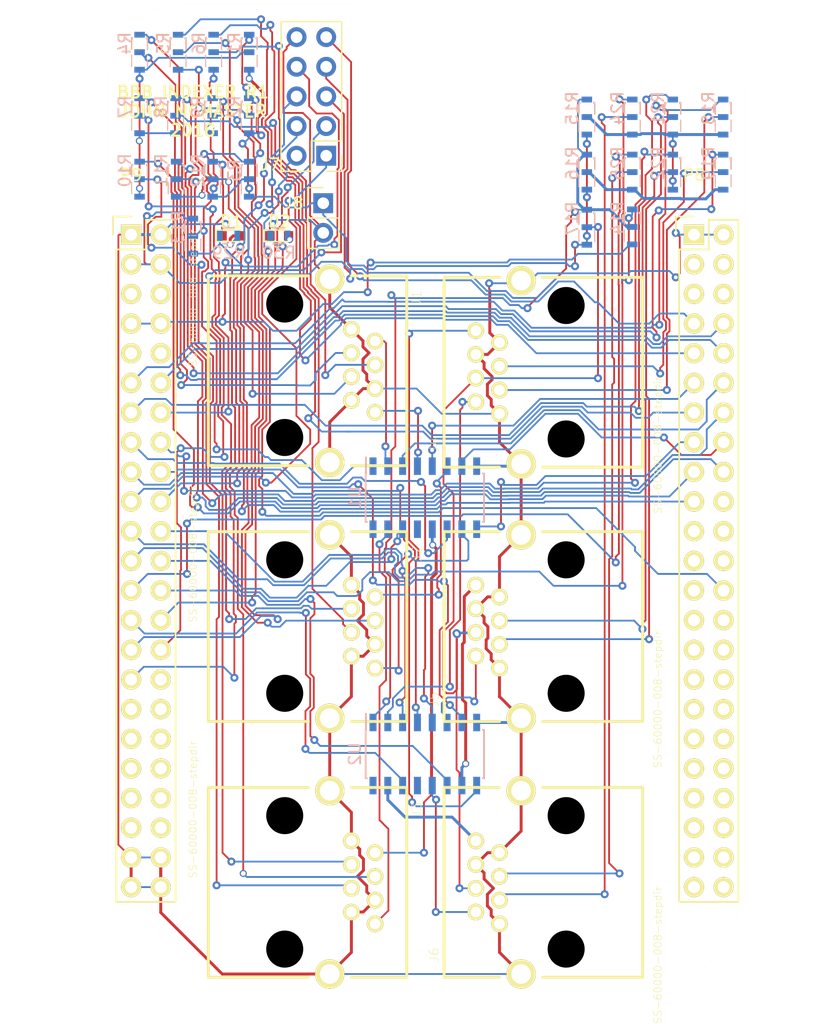
<source format=kicad_pcb>
(kicad_pcb (version 4) (host pcbnew 4.0.7-e2-6376~58~ubuntu16.04.1)
  (layers (0 F.Cu signal) (31 B.Cu signal) (34 B.Paste user) (35 F.Paste user) (36 B.SilkS user) (37 F.SilkS user) (38 B.Mask user) (39 F.Mask user) (44 Edge.Cuts user))
  (net 0 "")
  (net 1 "Net-(P8-Pad3)")
  (net 2 "Net-(P8-Pad4)")
  (net 3 "Net-(P8-Pad5)")
  (net 4 "Net-(P8-Pad6)")
  (net 5 "Net-(P8-Pad20)")
  (net 6 "Net-(P8-Pad21)")
  (net 7 "Net-(P8-Pad22)")
  (net 8 "Net-(P8-Pad23)")
  (net 9 "Net-(P8-Pad24)")
  (net 10 "Net-(P8-Pad25)")
  (net 11 "Net-(P8-Pad27)")
  (net 12 "Net-(P8-Pad28)")
  (net 13 "Net-(P8-Pad29)")
  (net 14 "Net-(P8-Pad30)")
  (net 15 "Net-(P8-Pad31)")
  (net 16 "Net-(P8-Pad32)")
  (net 17 "Net-(P8-Pad33)")
  (net 18 "Net-(P8-Pad34)")
  (net 19 "Net-(P8-Pad35)")
  (net 20 "Net-(P8-Pad36)")
  (net 21 "Net-(P8-Pad37)")
  (net 22 "Net-(P8-Pad38)")
  (net 23 "Net-(P8-Pad39)")
  (net 24 "Net-(P8-Pad40)")
  (net 25 "Net-(P8-Pad41)")
  (net 26 "Net-(P8-Pad42)")
  (net 27 "Net-(P8-Pad43)")
  (net 28 "Net-(P8-Pad44)")
  (net 29 "Net-(P8-Pad45)")
  (net 30 "Net-(P8-Pad46)")
  (net 31 "Net-(P9-Pad33)")
  (net 32 "Net-(P9-Pad35)")
  (net 33 "Net-(P9-Pad36)")
  (net 34 "Net-(P9-Pad37)")
  (net 35 "Net-(P9-Pad38)")
  (net 36 "Net-(P9-Pad39)")
  (net 37 "Net-(P9-Pad40)")
  (net 38 "Net-(P9-Pad41)")
  (net 39 "Net-(P9-Pad42)")
  (net 40 +3V3)
  (net 41 SYS_5V)
  (net 42 "Net-(J3-Pad4)")
  (net 43 "Net-(J3-Pad3)")
  (net 44 "Net-(J3-Pad5)")
  (net 45 "Net-(D1-Pad2)")
  (net 46 GND)
  (net 47 "Net-(D2-Pad2)")
  (net 48 "Net-(J1-Pad4)")
  (net 49 "Net-(J1-Pad3)")
  (net 50 /X-STEPB)
  (net 51 "Net-(J1-Pad5)")
  (net 52 /X-DIRB)
  (net 53 "Net-(J2-Pad4)")
  (net 54 "Net-(J2-Pad3)")
  (net 55 /Y-STEPB)
  (net 56 "Net-(J2-Pad5)")
  (net 57 /Y-DIRB)
  (net 58 /Z-STEPB)
  (net 59 /Z-DIRB)
  (net 60 "Net-(J4-Pad4)")
  (net 61 "Net-(J4-Pad3)")
  (net 62 /A-STEPB)
  (net 63 /R-V3)
  (net 64 /A-DIRB)
  (net 65 "Net-(J5-Pad4)")
  (net 66 "Net-(J5-Pad3)")
  (net 67 /B-STEPB)
  (net 68 /B-DIRB)
  (net 69 "Net-(J6-Pad4)")
  (net 70 "Net-(J6-Pad3)")
  (net 71 /C-STEPB)
  (net 72 /C-DIRB)
  (net 73 /VMOTOR)
  (net 74 /GPIO1)
  (net 75 /GPIO2)
  (net 76 /GPIO3)
  (net 77 /GPIO4)
  (net 78 /GPIO5)
  (net 79 /GPIO6)
  (net 80 /ESTOP)
  (net 81 /X-MIN)
  (net 82 /X-MAX)
  (net 83 /Y-MIN)
  (net 84 /X-DIR)
  (net 85 /X-STEP)
  (net 86 /X-IO)
  (net 87 /Y-MAX)
  (net 88 /Y-DIR)
  (net 89 /Y-STEP)
  (net 90 /Z-MIN)
  (net 91 /Z-MAX)
  (net 92 /Y-IO)
  (net 93 /LED-STAT)
  (net 94 "Net-(P9-Pad5)")
  (net 95 "Net-(P9-Pad6)")
  (net 96 "Net-(P9-Pad9)")
  (net 97 "Net-(P9-Pad10)")
  (net 98 /A-MIN)
  (net 99 /A-MAX)
  (net 100 /B-MIN)
  (net 101 /Z-IO)
  (net 102 /Z-STEP)
  (net 103 /B-MAX)
  (net 104 /B-DIR)
  (net 105 /B-STEP)
  (net 106 /A-DIR)
  (net 107 /A-STEP)
  (net 108 /Z-DIR)
  (net 109 /C-MIN)
  (net 110 /C-MAX)
  (net 111 /C-STEP)
  (net 112 /C-DIR)
  (net 113 "Net-(P9-Pad32)")
  (net 114 "Net-(P9-Pad34)")
  (net 115 /L-VREF)
  (net 116 /L-V1)
  (net 117 /L-V2)
  (net 118 /L-V3)
  (net 119 /R-VREF)
  (net 120 /R-V1)
  (net 121 /R-V2)
  (net 122 "Net-(U1-Pad13)")
  (net 123 "Net-(U2-Pad13)")
  (net 124 "Net-(U1-Pad16)")
  (net 125 "Net-(U2-Pad16)")
  (module Pin_Headers:Pin_Header_Straight_1x02_Pitch2.54mm (layer F.Cu) (at 132.842 59.69)
    (fp_text reference J7 (at -4.572 -3.302) (layer F.SilkS))
    (fp_text value Conn_01x02)
    (pad 1 thru_hole rect (at 0 0) (size 1.7 1.7) (drill 1) (layers *.Cu *.Mask) (net 73 /VMOTOR))
    (pad 2 thru_hole oval (at 0 2.54) (size 1.7 1.7) (drill 1) (layers *.Cu *.Mask) (net 46 GND))
  )
  (module Socket_BeagleBone_Black:Socket_BeagleBone_Black (layer F.Cu) (at 164.630098 62.3824)
    (fp_text reference P8 (at 0 -5.1) (layer F.SilkS))
    (fp_text value BeagleBone_Black_Header_P8)
    (pad 1 thru_hole rect (at 0 0) (size 1.7272 1.7272) (drill 1.016) (layers *.Cu *.Mask F.SilkS) (net 46 GND))
    (pad 2 thru_hole oval (at 2.54 0) (size 1.7272 1.7272) (drill 1.016) (layers *.Cu *.Mask F.SilkS) (net 46 GND))
    (pad 3 thru_hole oval (at 0 2.54) (size 1.7272 1.7272) (drill 1.016) (layers *.Cu *.Mask F.SilkS) (net 1 "Net-(P8-Pad3)"))
    (pad 4 thru_hole oval (at 2.54 2.54) (size 1.7272 1.7272) (drill 1.016) (layers *.Cu *.Mask F.SilkS) (net 2 "Net-(P8-Pad4)"))
    (pad 5 thru_hole oval (at 0 5.08) (size 1.7272 1.7272) (drill 1.016) (layers *.Cu *.Mask F.SilkS) (net 3 "Net-(P8-Pad5)"))
    (pad 6 thru_hole oval (at 2.54 5.08) (size 1.7272 1.7272) (drill 1.016) (layers *.Cu *.Mask F.SilkS) (net 4 "Net-(P8-Pad6)"))
    (pad 7 thru_hole oval (at 0 7.62) (size 1.7272 1.7272) (drill 1.016) (layers *.Cu *.Mask F.SilkS) (net 80 /ESTOP))
    (pad 8 thru_hole oval (at 2.54 7.62) (size 1.7272 1.7272) (drill 1.016) (layers *.Cu *.Mask F.SilkS) (net 81 /X-MIN))
    (pad 9 thru_hole oval (at 0 10.16) (size 1.7272 1.7272) (drill 1.016) (layers *.Cu *.Mask F.SilkS) (net 82 /X-MAX))
    (pad 10 thru_hole oval (at 2.54 10.16) (size 1.7272 1.7272) (drill 1.016) (layers *.Cu *.Mask F.SilkS) (net 83 /Y-MIN))
    (pad 11 thru_hole oval (at 0 12.7) (size 1.7272 1.7272) (drill 1.016) (layers *.Cu *.Mask F.SilkS) (net 84 /X-DIR))
    (pad 12 thru_hole oval (at 2.54 12.7) (size 1.7272 1.7272) (drill 1.016) (layers *.Cu *.Mask F.SilkS) (net 85 /X-STEP))
    (pad 13 thru_hole oval (at 0 15.24) (size 1.7272 1.7272) (drill 1.016) (layers *.Cu *.Mask F.SilkS) (net 86 /X-IO))
    (pad 14 thru_hole oval (at 2.54 15.24) (size 1.7272 1.7272) (drill 1.016) (layers *.Cu *.Mask F.SilkS) (net 87 /Y-MAX))
    (pad 15 thru_hole oval (at 0 17.78) (size 1.7272 1.7272) (drill 1.016) (layers *.Cu *.Mask F.SilkS) (net 88 /Y-DIR))
    (pad 16 thru_hole oval (at 2.54 17.78) (size 1.7272 1.7272) (drill 1.016) (layers *.Cu *.Mask F.SilkS) (net 89 /Y-STEP))
    (pad 17 thru_hole oval (at 0 20.32) (size 1.7272 1.7272) (drill 1.016) (layers *.Cu *.Mask F.SilkS) (net 90 /Z-MIN))
    (pad 18 thru_hole oval (at 2.54 20.32) (size 1.7272 1.7272) (drill 1.016) (layers *.Cu *.Mask F.SilkS) (net 91 /Z-MAX))
    (pad 19 thru_hole oval (at 0 22.86) (size 1.7272 1.7272) (drill 1.016) (layers *.Cu *.Mask F.SilkS) (net 92 /Y-IO))
    (pad 20 thru_hole oval (at 2.54 22.86) (size 1.7272 1.7272) (drill 1.016) (layers *.Cu *.Mask F.SilkS) (net 5 "Net-(P8-Pad20)"))
    (pad 21 thru_hole oval (at 0 25.4) (size 1.7272 1.7272) (drill 1.016) (layers *.Cu *.Mask F.SilkS) (net 6 "Net-(P8-Pad21)"))
    (pad 22 thru_hole oval (at 2.54 25.4) (size 1.7272 1.7272) (drill 1.016) (layers *.Cu *.Mask F.SilkS) (net 7 "Net-(P8-Pad22)"))
    (pad 23 thru_hole oval (at 0 27.94) (size 1.7272 1.7272) (drill 1.016) (layers *.Cu *.Mask F.SilkS) (net 8 "Net-(P8-Pad23)"))
    (pad 24 thru_hole oval (at 2.54 27.94) (size 1.7272 1.7272) (drill 1.016) (layers *.Cu *.Mask F.SilkS) (net 9 "Net-(P8-Pad24)"))
    (pad 25 thru_hole oval (at 0 30.48) (size 1.7272 1.7272) (drill 1.016) (layers *.Cu *.Mask F.SilkS) (net 10 "Net-(P8-Pad25)"))
    (pad 26 thru_hole oval (at 2.54 30.48) (size 1.7272 1.7272) (drill 1.016) (layers *.Cu *.Mask F.SilkS) (net 93 /LED-STAT))
    (pad 27 thru_hole oval (at 0 33.02) (size 1.7272 1.7272) (drill 1.016) (layers *.Cu *.Mask F.SilkS) (net 11 "Net-(P8-Pad27)"))
    (pad 28 thru_hole oval (at 2.54 33.02) (size 1.7272 1.7272) (drill 1.016) (layers *.Cu *.Mask F.SilkS) (net 12 "Net-(P8-Pad28)"))
    (pad 29 thru_hole oval (at 0 35.56) (size 1.7272 1.7272) (drill 1.016) (layers *.Cu *.Mask F.SilkS) (net 13 "Net-(P8-Pad29)"))
    (pad 30 thru_hole oval (at 2.54 35.56) (size 1.7272 1.7272) (drill 1.016) (layers *.Cu *.Mask F.SilkS) (net 14 "Net-(P8-Pad30)"))
    (pad 31 thru_hole oval (at 0 38.1) (size 1.7272 1.7272) (drill 1.016) (layers *.Cu *.Mask F.SilkS) (net 15 "Net-(P8-Pad31)"))
    (pad 32 thru_hole oval (at 2.54 38.1) (size 1.7272 1.7272) (drill 1.016) (layers *.Cu *.Mask F.SilkS) (net 16 "Net-(P8-Pad32)"))
    (pad 33 thru_hole oval (at 0 40.64) (size 1.7272 1.7272) (drill 1.016) (layers *.Cu *.Mask F.SilkS) (net 17 "Net-(P8-Pad33)"))
    (pad 34 thru_hole oval (at 2.54 40.64) (size 1.7272 1.7272) (drill 1.016) (layers *.Cu *.Mask F.SilkS) (net 18 "Net-(P8-Pad34)"))
    (pad 35 thru_hole oval (at 0 43.18) (size 1.7272 1.7272) (drill 1.016) (layers *.Cu *.Mask F.SilkS) (net 19 "Net-(P8-Pad35)"))
    (pad 36 thru_hole oval (at 2.54 43.18) (size 1.7272 1.7272) (drill 1.016) (layers *.Cu *.Mask F.SilkS) (net 20 "Net-(P8-Pad36)"))
    (pad 37 thru_hole oval (at 0 45.72) (size 1.7272 1.7272) (drill 1.016) (layers *.Cu *.Mask F.SilkS) (net 21 "Net-(P8-Pad37)"))
    (pad 38 thru_hole oval (at 2.54 45.72) (size 1.7272 1.7272) (drill 1.016) (layers *.Cu *.Mask F.SilkS) (net 22 "Net-(P8-Pad38)"))
    (pad 39 thru_hole oval (at 0 48.26) (size 1.7272 1.7272) (drill 1.016) (layers *.Cu *.Mask F.SilkS) (net 23 "Net-(P8-Pad39)"))
    (pad 40 thru_hole oval (at 2.54 48.26) (size 1.7272 1.7272) (drill 1.016) (layers *.Cu *.Mask F.SilkS) (net 24 "Net-(P8-Pad40)"))
    (pad 41 thru_hole oval (at 0 50.8) (size 1.7272 1.7272) (drill 1.016) (layers *.Cu *.Mask F.SilkS) (net 25 "Net-(P8-Pad41)"))
    (pad 42 thru_hole oval (at 2.54 50.8) (size 1.7272 1.7272) (drill 1.016) (layers *.Cu *.Mask F.SilkS) (net 26 "Net-(P8-Pad42)"))
    (pad 43 thru_hole oval (at 0 53.34) (size 1.7272 1.7272) (drill 1.016) (layers *.Cu *.Mask F.SilkS) (net 27 "Net-(P8-Pad43)"))
    (pad 44 thru_hole oval (at 2.54 53.34) (size 1.7272 1.7272) (drill 1.016) (layers *.Cu *.Mask F.SilkS) (net 28 "Net-(P8-Pad44)"))
    (pad 45 thru_hole oval (at 0 55.88) (size 1.7272 1.7272) (drill 1.016) (layers *.Cu *.Mask F.SilkS) (net 29 "Net-(P8-Pad45)"))
    (pad 46 thru_hole oval (at 2.54 55.88) (size 1.7272 1.7272) (drill 1.016) (layers *.Cu *.Mask F.SilkS) (net 30 "Net-(P8-Pad46)"))
  )
  (module Socket_BeagleBone_Black:Socket_BeagleBone_Black (layer F.Cu) (at 116.3701 62.3824)
    (fp_text reference P9 (at 0 -5.1) (layer F.SilkS))
    (fp_text value BeagleBone_Black_Header_P9)
    (pad 1 thru_hole rect (at 0 0) (size 1.7272 1.7272) (drill 1.016) (layers *.Cu *.Mask F.SilkS) (net 46 GND))
    (pad 2 thru_hole oval (at 2.54 0) (size 1.7272 1.7272) (drill 1.016) (layers *.Cu *.Mask F.SilkS) (net 46 GND))
    (pad 3 thru_hole oval (at 0 2.54) (size 1.7272 1.7272) (drill 1.016) (layers *.Cu *.Mask F.SilkS) (net 40 +3V3))
    (pad 4 thru_hole oval (at 2.54 2.54) (size 1.7272 1.7272) (drill 1.016) (layers *.Cu *.Mask F.SilkS) (net 40 +3V3))
    (pad 5 thru_hole oval (at 0 5.08) (size 1.7272 1.7272) (drill 1.016) (layers *.Cu *.Mask F.SilkS) (net 94 "Net-(P9-Pad5)"))
    (pad 6 thru_hole oval (at 2.54 5.08) (size 1.7272 1.7272) (drill 1.016) (layers *.Cu *.Mask F.SilkS) (net 95 "Net-(P9-Pad6)"))
    (pad 7 thru_hole oval (at 0 7.62) (size 1.7272 1.7272) (drill 1.016) (layers *.Cu *.Mask F.SilkS) (net 41 SYS_5V))
    (pad 8 thru_hole oval (at 2.54 7.62) (size 1.7272 1.7272) (drill 1.016) (layers *.Cu *.Mask F.SilkS) (net 41 SYS_5V))
    (pad 9 thru_hole oval (at 0 10.16) (size 1.7272 1.7272) (drill 1.016) (layers *.Cu *.Mask F.SilkS) (net 96 "Net-(P9-Pad9)"))
    (pad 10 thru_hole oval (at 2.54 10.16) (size 1.7272 1.7272) (drill 1.016) (layers *.Cu *.Mask F.SilkS) (net 97 "Net-(P9-Pad10)"))
    (pad 11 thru_hole oval (at 0 12.7) (size 1.7272 1.7272) (drill 1.016) (layers *.Cu *.Mask F.SilkS) (net 98 /A-MIN))
    (pad 12 thru_hole oval (at 2.54 12.7) (size 1.7272 1.7272) (drill 1.016) (layers *.Cu *.Mask F.SilkS) (net 99 /A-MAX))
    (pad 13 thru_hole oval (at 0 15.24) (size 1.7272 1.7272) (drill 1.016) (layers *.Cu *.Mask F.SilkS) (net 100 /B-MIN))
    (pad 14 thru_hole oval (at 2.54 15.24) (size 1.7272 1.7272) (drill 1.016) (layers *.Cu *.Mask F.SilkS) (net 101 /Z-IO))
    (pad 15 thru_hole oval (at 0 17.78) (size 1.7272 1.7272) (drill 1.016) (layers *.Cu *.Mask F.SilkS) (net 102 /Z-STEP))
    (pad 16 thru_hole oval (at 2.54 17.78) (size 1.7272 1.7272) (drill 1.016) (layers *.Cu *.Mask F.SilkS) (net 103 /B-MAX))
    (pad 17 thru_hole oval (at 0 20.32) (size 1.7272 1.7272) (drill 1.016) (layers *.Cu *.Mask F.SilkS) (net 104 /B-DIR))
    (pad 18 thru_hole oval (at 2.54 20.32) (size 1.7272 1.7272) (drill 1.016) (layers *.Cu *.Mask F.SilkS) (net 105 /B-STEP))
    (pad 19 thru_hole oval (at 0 22.86) (size 1.7272 1.7272) (drill 1.016) (layers *.Cu *.Mask F.SilkS) (net 74 /GPIO1))
    (pad 20 thru_hole oval (at 2.54 22.86) (size 1.7272 1.7272) (drill 1.016) (layers *.Cu *.Mask F.SilkS) (net 75 /GPIO2))
    (pad 21 thru_hole oval (at 0 25.4) (size 1.7272 1.7272) (drill 1.016) (layers *.Cu *.Mask F.SilkS) (net 106 /A-DIR))
    (pad 22 thru_hole oval (at 2.54 25.4) (size 1.7272 1.7272) (drill 1.016) (layers *.Cu *.Mask F.SilkS) (net 107 /A-STEP))
    (pad 23 thru_hole oval (at 0 27.94) (size 1.7272 1.7272) (drill 1.016) (layers *.Cu *.Mask F.SilkS) (net 108 /Z-DIR))
    (pad 24 thru_hole oval (at 2.54 27.94) (size 1.7272 1.7272) (drill 1.016) (layers *.Cu *.Mask F.SilkS) (net 109 /C-MIN))
    (pad 25 thru_hole oval (at 0 30.48) (size 1.7272 1.7272) (drill 1.016) (layers *.Cu *.Mask F.SilkS) (net 110 /C-MAX))
    (pad 26 thru_hole oval (at 2.54 30.48) (size 1.7272 1.7272) (drill 1.016) (layers *.Cu *.Mask F.SilkS) (net 111 /C-STEP))
    (pad 27 thru_hole oval (at 0 33.02) (size 1.7272 1.7272) (drill 1.016) (layers *.Cu *.Mask F.SilkS) (net 112 /C-DIR))
    (pad 28 thru_hole oval (at 2.54 33.02) (size 1.7272 1.7272) (drill 1.016) (layers *.Cu *.Mask F.SilkS) (net 76 /GPIO3))
    (pad 29 thru_hole oval (at 0 35.56) (size 1.7272 1.7272) (drill 1.016) (layers *.Cu *.Mask F.SilkS) (net 77 /GPIO4))
    (pad 30 thru_hole oval (at 2.54 35.56) (size 1.7272 1.7272) (drill 1.016) (layers *.Cu *.Mask F.SilkS) (net 78 /GPIO5))
    (pad 31 thru_hole oval (at 0 38.1) (size 1.7272 1.7272) (drill 1.016) (layers *.Cu *.Mask F.SilkS) (net 79 /GPIO6))
    (pad 32 thru_hole oval (at 2.54 38.1) (size 1.7272 1.7272) (drill 1.016) (layers *.Cu *.Mask F.SilkS) (net 113 "Net-(P9-Pad32)"))
    (pad 33 thru_hole oval (at 0 40.64) (size 1.7272 1.7272) (drill 1.016) (layers *.Cu *.Mask F.SilkS) (net 31 "Net-(P9-Pad33)"))
    (pad 34 thru_hole oval (at 2.54 40.64) (size 1.7272 1.7272) (drill 1.016) (layers *.Cu *.Mask F.SilkS) (net 114 "Net-(P9-Pad34)"))
    (pad 35 thru_hole oval (at 0 43.18) (size 1.7272 1.7272) (drill 1.016) (layers *.Cu *.Mask F.SilkS) (net 32 "Net-(P9-Pad35)"))
    (pad 36 thru_hole oval (at 2.54 43.18) (size 1.7272 1.7272) (drill 1.016) (layers *.Cu *.Mask F.SilkS) (net 33 "Net-(P9-Pad36)"))
    (pad 37 thru_hole oval (at 0 45.72) (size 1.7272 1.7272) (drill 1.016) (layers *.Cu *.Mask F.SilkS) (net 34 "Net-(P9-Pad37)"))
    (pad 38 thru_hole oval (at 2.54 45.72) (size 1.7272 1.7272) (drill 1.016) (layers *.Cu *.Mask F.SilkS) (net 35 "Net-(P9-Pad38)"))
    (pad 39 thru_hole oval (at 0 48.26) (size 1.7272 1.7272) (drill 1.016) (layers *.Cu *.Mask F.SilkS) (net 36 "Net-(P9-Pad39)"))
    (pad 40 thru_hole oval (at 2.54 48.26) (size 1.7272 1.7272) (drill 1.016) (layers *.Cu *.Mask F.SilkS) (net 37 "Net-(P9-Pad40)"))
    (pad 41 thru_hole oval (at 0 50.8) (size 1.7272 1.7272) (drill 1.016) (layers *.Cu *.Mask F.SilkS) (net 38 "Net-(P9-Pad41)"))
    (pad 42 thru_hole oval (at 2.54 50.8) (size 1.7272 1.7272) (drill 1.016) (layers *.Cu *.Mask F.SilkS) (net 39 "Net-(P9-Pad42)"))
    (pad 43 thru_hole oval (at 0 53.34) (size 1.7272 1.7272) (drill 1.016) (layers *.Cu *.Mask F.SilkS) (net 46 GND))
    (pad 44 thru_hole oval (at 2.54 53.34) (size 1.7272 1.7272) (drill 1.016) (layers *.Cu *.Mask F.SilkS) (net 46 GND))
    (pad 45 thru_hole oval (at 0 55.88) (size 1.7272 1.7272) (drill 1.016) (layers *.Cu *.Mask F.SilkS) (net 46 GND))
    (pad 46 thru_hole oval (at 2.54 55.88) (size 1.7272 1.7272) (drill 1.016) (layers *.Cu *.Mask F.SilkS) (net 46 GND))
  )
  (module LEDs:LED_0603 (layer F.Cu) (at 124.968 62.484)
    (fp_text reference D1 (at 0 -1.25) (layer F.SilkS))
    (fp_text value LED)
    (pad 2 smd rect (at 0.8 0 180) (size 0.8 0.8) (layers F.Cu F.Paste F.Mask) (net 45 "Net-(D1-Pad2)"))
    (pad 1 smd rect (at -0.8 0 180) (size 0.8 0.8) (layers F.Cu F.Paste F.Mask) (net 46 GND))
  )
  (module LEDs:LED_0603 (layer F.Cu) (at 129.07 62.484)
    (fp_text reference D2 (at 0 -1.25) (layer F.SilkS))
    (fp_text value LED)
    (pad 2 smd rect (at 0.8 0 180) (size 0.8 0.8) (layers F.Cu F.Paste F.Mask) (net 47 "Net-(D2-Pad2)"))
    (pad 1 smd rect (at -0.8 0 180) (size 0.8 0.8) (layers F.Cu F.Paste F.Mask) (net 46 GND))
  )
  (module SS-60000-008:520260-4 (layer F.Cu) (at 129.54 74.041 270)
    (fp_text reference J1 (at -6.23166 -11.3187 270) (layer F.SilkS) (effects (font (size 0.801108 0.801108) (thickness 0.05))))
    (fp_text value SS-60000-008-stepdir (at -6.23534 7.86417 270) (layer F.SilkS) (effects (font (size 0.641269 0.641269) (thickness 0.05))))
    (pad 4 thru_hole circle (at 0.508 -5.715 270) (size 1.4224 1.4224) (drill 0.9144) (layers *.Cu *.Mask F.SilkS) (net 48 "Net-(J1-Pad4)"))
    (pad 3 thru_hole circle (at -1.524 -5.715 270) (size 1.4224 1.4224) (drill 0.9144) (layers *.Cu *.Mask F.SilkS) (net 49 "Net-(J1-Pad3)"))
    (pad 2 thru_hole circle (at -3.556 -5.715 270) (size 1.4224 1.4224) (drill 0.9144) (layers *.Cu *.Mask F.SilkS) (net 46 GND))
    (pad 1 thru_hole circle (at -2.54 -7.747 270) (size 1.4224 1.4224) (drill 0.9144) (layers *.Cu *.Mask F.SilkS) (net 50 /X-STEPB))
    (pad 5 thru_hole circle (at -0.508 -7.747 270) (size 1.4224 1.4224) (drill 0.9144) (layers *.Cu *.Mask F.SilkS) (net 51 "Net-(J1-Pad5)"))
    (pad 6 thru_hole circle (at 1.524 -7.747 270) (size 1.4224 1.4224) (drill 0.9144) (layers *.Cu *.Mask F.SilkS) (net 46 GND))
    (pad 7 thru_hole circle (at 3.556 -7.747 270) (size 1.4224 1.4224) (drill 0.9144) (layers *.Cu *.Mask F.SilkS) (net 52 /X-DIRB))
    (pad 8 thru_hole circle (at 2.54 -5.715 270) (size 1.4224 1.4224) (drill 0.9144) (layers *.Cu *.Mask F.SilkS) (net 46 GND))
    (pad S1 thru_hole circle (at -7.8486 -3.8608 270) (size 2.5146 2.5146) (drill 1.6764) (layers *.Cu *.Mask F.SilkS) (net 46 GND))
    (pad S2 thru_hole circle (at 7.8486 -3.8608 270) (size 2.5146 2.5146) (drill 1.6764) (layers *.Cu *.Mask F.SilkS) (net 46 GND))
    (pad Hole np_thru_hole circle (at -5.715 0 270) (size 3.175 3.175) (drill 3.175) (layers))
    (pad Hole np_thru_hole circle (at 5.715 0 270) (size 3.175 3.175) (drill 3.175) (layers))
  )
  (module SS-60000-008:520260-4 (layer F.Cu) (at 129.54 95.9485 270)
    (fp_text reference J2 (at -6.23166 -11.3187 270) (layer F.SilkS) (effects (font (size 0.801108 0.801108) (thickness 0.05))))
    (fp_text value SS-60000-008-stepdir (at -6.23534 7.86417 270) (layer F.SilkS) (effects (font (size 0.641269 0.641269) (thickness 0.05))))
    (pad 4 thru_hole circle (at 0.508 -5.715 270) (size 1.4224 1.4224) (drill 0.9144) (layers *.Cu *.Mask F.SilkS) (net 53 "Net-(J2-Pad4)"))
    (pad 3 thru_hole circle (at -1.524 -5.715 270) (size 1.4224 1.4224) (drill 0.9144) (layers *.Cu *.Mask F.SilkS) (net 54 "Net-(J2-Pad3)"))
    (pad 2 thru_hole circle (at -3.556 -5.715 270) (size 1.4224 1.4224) (drill 0.9144) (layers *.Cu *.Mask F.SilkS) (net 46 GND))
    (pad 1 thru_hole circle (at -2.54 -7.747 270) (size 1.4224 1.4224) (drill 0.9144) (layers *.Cu *.Mask F.SilkS) (net 55 /Y-STEPB))
    (pad 5 thru_hole circle (at -0.508 -7.747 270) (size 1.4224 1.4224) (drill 0.9144) (layers *.Cu *.Mask F.SilkS) (net 56 "Net-(J2-Pad5)"))
    (pad 6 thru_hole circle (at 1.524 -7.747 270) (size 1.4224 1.4224) (drill 0.9144) (layers *.Cu *.Mask F.SilkS) (net 46 GND))
    (pad 7 thru_hole circle (at 3.556 -7.747 270) (size 1.4224 1.4224) (drill 0.9144) (layers *.Cu *.Mask F.SilkS) (net 57 /Y-DIRB))
    (pad 8 thru_hole circle (at 2.54 -5.715 270) (size 1.4224 1.4224) (drill 0.9144) (layers *.Cu *.Mask F.SilkS) (net 46 GND))
    (pad S1 thru_hole circle (at -7.8486 -3.8608 270) (size 2.5146 2.5146) (drill 1.6764) (layers *.Cu *.Mask F.SilkS) (net 46 GND))
    (pad S2 thru_hole circle (at 7.8486 -3.8608 270) (size 2.5146 2.5146) (drill 1.6764) (layers *.Cu *.Mask F.SilkS) (net 46 GND))
    (pad Hole np_thru_hole circle (at -5.715 0 270) (size 3.175 3.175) (drill 3.175) (layers))
    (pad Hole np_thru_hole circle (at 5.715 0 270) (size 3.175 3.175) (drill 3.175) (layers))
  )
  (module SS-60000-008:520260-4 (layer F.Cu) (at 129.54 117.856 270)
    (fp_text reference J3 (at -6.23166 -11.3187 270) (layer F.SilkS) (effects (font (size 0.801108 0.801108) (thickness 0.05))))
    (fp_text value SS-60000-008-stepdir (at -6.23534 7.86417 270) (layer F.SilkS) (effects (font (size 0.641269 0.641269) (thickness 0.05))))
    (pad 4 thru_hole circle (at 0.508 -5.715 270) (size 1.4224 1.4224) (drill 0.9144) (layers *.Cu *.Mask F.SilkS) (net 42 "Net-(J3-Pad4)"))
    (pad 3 thru_hole circle (at -1.524 -5.715 270) (size 1.4224 1.4224) (drill 0.9144) (layers *.Cu *.Mask F.SilkS) (net 43 "Net-(J3-Pad3)"))
    (pad 2 thru_hole circle (at -3.556 -5.715 270) (size 1.4224 1.4224) (drill 0.9144) (layers *.Cu *.Mask F.SilkS) (net 46 GND))
    (pad 1 thru_hole circle (at -2.54 -7.747 270) (size 1.4224 1.4224) (drill 0.9144) (layers *.Cu *.Mask F.SilkS) (net 58 /Z-STEPB))
    (pad 5 thru_hole circle (at -0.508 -7.747 270) (size 1.4224 1.4224) (drill 0.9144) (layers *.Cu *.Mask F.SilkS) (net 44 "Net-(J3-Pad5)"))
    (pad 6 thru_hole circle (at 1.524 -7.747 270) (size 1.4224 1.4224) (drill 0.9144) (layers *.Cu *.Mask F.SilkS) (net 46 GND))
    (pad 7 thru_hole circle (at 3.556 -7.747 270) (size 1.4224 1.4224) (drill 0.9144) (layers *.Cu *.Mask F.SilkS) (net 59 /Z-DIRB))
    (pad 8 thru_hole circle (at 2.54 -5.715 270) (size 1.4224 1.4224) (drill 0.9144) (layers *.Cu *.Mask F.SilkS) (net 46 GND))
    (pad S1 thru_hole circle (at -7.8486 -3.8608 270) (size 2.5146 2.5146) (drill 1.6764) (layers *.Cu *.Mask F.SilkS) (net 46 GND))
    (pad S2 thru_hole circle (at 7.8486 -3.8608 270) (size 2.5146 2.5146) (drill 1.6764) (layers *.Cu *.Mask F.SilkS) (net 46 GND))
    (pad Hole np_thru_hole circle (at -5.715 0 270) (size 3.175 3.175) (drill 3.175) (layers))
    (pad Hole np_thru_hole circle (at 5.715 0 270) (size 3.175 3.175) (drill 3.175) (layers))
  )
  (module SS-60000-008:520260-4 (layer F.Cu) (at 153.67 74.168 90)
    (fp_text reference J4 (at -6.23166 -11.3187 90) (layer F.SilkS) (effects (font (size 0.801108 0.801108) (thickness 0.05))))
    (fp_text value SS-60000-008-stepdir (at -6.23534 7.86417 90) (layer F.SilkS) (effects (font (size 0.641269 0.641269) (thickness 0.05))))
    (pad 4 thru_hole circle (at 0.508 -5.715 90) (size 1.4224 1.4224) (drill 0.9144) (layers *.Cu *.Mask F.SilkS) (net 60 "Net-(J4-Pad4)"))
    (pad 3 thru_hole circle (at -1.524 -5.715 90) (size 1.4224 1.4224) (drill 0.9144) (layers *.Cu *.Mask F.SilkS) (net 61 "Net-(J4-Pad3)"))
    (pad 2 thru_hole circle (at -3.556 -5.715 90) (size 1.4224 1.4224) (drill 0.9144) (layers *.Cu *.Mask F.SilkS) (net 46 GND))
    (pad 1 thru_hole circle (at -2.54 -7.747 90) (size 1.4224 1.4224) (drill 0.9144) (layers *.Cu *.Mask F.SilkS) (net 62 /A-STEPB))
    (pad 5 thru_hole circle (at -0.508 -7.747 90) (size 1.4224 1.4224) (drill 0.9144) (layers *.Cu *.Mask F.SilkS) (net 63 /R-V3))
    (pad 6 thru_hole circle (at 1.524 -7.747 90) (size 1.4224 1.4224) (drill 0.9144) (layers *.Cu *.Mask F.SilkS) (net 46 GND))
    (pad 7 thru_hole circle (at 3.556 -7.747 90) (size 1.4224 1.4224) (drill 0.9144) (layers *.Cu *.Mask F.SilkS) (net 64 /A-DIRB))
    (pad 8 thru_hole circle (at 2.54 -5.715 90) (size 1.4224 1.4224) (drill 0.9144) (layers *.Cu *.Mask F.SilkS) (net 46 GND))
    (pad S1 thru_hole circle (at -7.8486 -3.8608 90) (size 2.5146 2.5146) (drill 1.6764) (layers *.Cu *.Mask F.SilkS) (net 46 GND))
    (pad S2 thru_hole circle (at 7.8486 -3.8608 90) (size 2.5146 2.5146) (drill 1.6764) (layers *.Cu *.Mask F.SilkS) (net 46 GND))
    (pad Hole np_thru_hole circle (at -5.715 0 90) (size 3.175 3.175) (drill 3.175) (layers))
    (pad Hole np_thru_hole circle (at 5.715 0 90) (size 3.175 3.175) (drill 3.175) (layers))
  )
  (module SS-60000-008:520260-4 (layer F.Cu) (at 153.67 95.9485 90)
    (fp_text reference J5 (at -6.23166 -11.3187 90) (layer F.SilkS) (effects (font (size 0.801108 0.801108) (thickness 0.05))))
    (fp_text value SS-60000-008-stepdir (at -6.23534 7.86417 90) (layer F.SilkS) (effects (font (size 0.641269 0.641269) (thickness 0.05))))
    (pad 4 thru_hole circle (at 0.508 -5.715 90) (size 1.4224 1.4224) (drill 0.9144) (layers *.Cu *.Mask F.SilkS) (net 65 "Net-(J5-Pad4)"))
    (pad 3 thru_hole circle (at -1.524 -5.715 90) (size 1.4224 1.4224) (drill 0.9144) (layers *.Cu *.Mask F.SilkS) (net 66 "Net-(J5-Pad3)"))
    (pad 2 thru_hole circle (at -3.556 -5.715 90) (size 1.4224 1.4224) (drill 0.9144) (layers *.Cu *.Mask F.SilkS) (net 46 GND))
    (pad 1 thru_hole circle (at -2.54 -7.747 90) (size 1.4224 1.4224) (drill 0.9144) (layers *.Cu *.Mask F.SilkS) (net 67 /B-STEPB))
    (pad 5 thru_hole circle (at -0.508 -7.747 90) (size 1.4224 1.4224) (drill 0.9144) (layers *.Cu *.Mask F.SilkS) (net 63 /R-V3))
    (pad 6 thru_hole circle (at 1.524 -7.747 90) (size 1.4224 1.4224) (drill 0.9144) (layers *.Cu *.Mask F.SilkS) (net 46 GND))
    (pad 7 thru_hole circle (at 3.556 -7.747 90) (size 1.4224 1.4224) (drill 0.9144) (layers *.Cu *.Mask F.SilkS) (net 68 /B-DIRB))
    (pad 8 thru_hole circle (at 2.54 -5.715 90) (size 1.4224 1.4224) (drill 0.9144) (layers *.Cu *.Mask F.SilkS) (net 46 GND))
    (pad S1 thru_hole circle (at -7.8486 -3.8608 90) (size 2.5146 2.5146) (drill 1.6764) (layers *.Cu *.Mask F.SilkS) (net 46 GND))
    (pad S2 thru_hole circle (at 7.8486 -3.8608 90) (size 2.5146 2.5146) (drill 1.6764) (layers *.Cu *.Mask F.SilkS) (net 46 GND))
    (pad Hole np_thru_hole circle (at -5.715 0 90) (size 3.175 3.175) (drill 3.175) (layers))
    (pad Hole np_thru_hole circle (at 5.715 0 90) (size 3.175 3.175) (drill 3.175) (layers))
  )
  (module SS-60000-008:520260-4 (layer F.Cu) (at 153.67 117.856 90)
    (fp_text reference J6 (at -6.23166 -11.3187 90) (layer F.SilkS) (effects (font (size 0.801108 0.801108) (thickness 0.05))))
    (fp_text value SS-60000-008-stepdir (at -6.23534 7.86417 90) (layer F.SilkS) (effects (font (size 0.641269 0.641269) (thickness 0.05))))
    (pad 4 thru_hole circle (at 0.508 -5.715 90) (size 1.4224 1.4224) (drill 0.9144) (layers *.Cu *.Mask F.SilkS) (net 69 "Net-(J6-Pad4)"))
    (pad 3 thru_hole circle (at -1.524 -5.715 90) (size 1.4224 1.4224) (drill 0.9144) (layers *.Cu *.Mask F.SilkS) (net 70 "Net-(J6-Pad3)"))
    (pad 2 thru_hole circle (at -3.556 -5.715 90) (size 1.4224 1.4224) (drill 0.9144) (layers *.Cu *.Mask F.SilkS) (net 46 GND))
    (pad 1 thru_hole circle (at -2.54 -7.747 90) (size 1.4224 1.4224) (drill 0.9144) (layers *.Cu *.Mask F.SilkS) (net 71 /C-STEPB))
    (pad 5 thru_hole circle (at -0.508 -7.747 90) (size 1.4224 1.4224) (drill 0.9144) (layers *.Cu *.Mask F.SilkS) (net 63 /R-V3))
    (pad 6 thru_hole circle (at 1.524 -7.747 90) (size 1.4224 1.4224) (drill 0.9144) (layers *.Cu *.Mask F.SilkS) (net 46 GND))
    (pad 7 thru_hole circle (at 3.556 -7.747 90) (size 1.4224 1.4224) (drill 0.9144) (layers *.Cu *.Mask F.SilkS) (net 72 /C-DIRB))
    (pad 8 thru_hole circle (at 2.54 -5.715 90) (size 1.4224 1.4224) (drill 0.9144) (layers *.Cu *.Mask F.SilkS) (net 46 GND))
    (pad S1 thru_hole circle (at -7.8486 -3.8608 90) (size 2.5146 2.5146) (drill 1.6764) (layers *.Cu *.Mask F.SilkS) (net 46 GND))
    (pad S2 thru_hole circle (at 7.8486 -3.8608 90) (size 2.5146 2.5146) (drill 1.6764) (layers *.Cu *.Mask F.SilkS) (net 46 GND))
    (pad Hole np_thru_hole circle (at -5.715 0 90) (size 3.175 3.175) (drill 3.175) (layers))
    (pad Hole np_thru_hole circle (at 5.715 0 90) (size 3.175 3.175) (drill 3.175) (layers))
  )
  (module Pin_Headers:Pin_Header_Straight_2x05_Pitch2.54mm (layer F.Cu) (at 133.096 55.626 180)
    (fp_text reference J8 (at 2.794 -4.064 180) (layer F.SilkS))
    (fp_text value Conn_02x05_Odd_Even)
    (pad 1 thru_hole rect (at 0 0 180) (size 1.7 1.7) (drill 1) (layers *.Cu *.Mask) (net 74 /GPIO1))
    (pad 2 thru_hole oval (at 2.54 0 180) (size 1.7 1.7) (drill 1) (layers *.Cu *.Mask) (net 75 /GPIO2))
    (pad 3 thru_hole oval (at 0 2.54 180) (size 1.7 1.7) (drill 1) (layers *.Cu *.Mask) (net 76 /GPIO3))
    (pad 4 thru_hole oval (at 2.54 2.54 180) (size 1.7 1.7) (drill 1) (layers *.Cu *.Mask) (net 77 /GPIO4))
    (pad 5 thru_hole oval (at 0 5.08 180) (size 1.7 1.7) (drill 1) (layers *.Cu *.Mask) (net 78 /GPIO5))
    (pad 6 thru_hole oval (at 2.54 5.08 180) (size 1.7 1.7) (drill 1) (layers *.Cu *.Mask) (net 79 /GPIO6))
    (pad 7 thru_hole oval (at 0 7.62 180) (size 1.7 1.7) (drill 1) (layers *.Cu *.Mask) (net 40 +3V3))
    (pad 8 thru_hole oval (at 2.54 7.62 180) (size 1.7 1.7) (drill 1) (layers *.Cu *.Mask) (net 41 SYS_5V))
    (pad 9 thru_hole oval (at 0 10.16 180) (size 1.7 1.7) (drill 1) (layers *.Cu *.Mask) (net 80 /ESTOP))
    (pad 10 thru_hole oval (at 2.54 10.16 180) (size 1.7 1.7) (drill 1) (layers *.Cu *.Mask) (net 46 GND))
  )
  (module lib:R3_0603 (layer B.Cu) (at 126.492 46.76 270)
    (fp_text reference R1 (at -0.75 1.27 270) (layer B.SilkS) (effects (justify mirror)))
    (fp_text value Pad3)
    (pad 1 smd rect (at -1.5 0 270) (size 0.5 0.9) (layers B.Cu B.Paste B.Mask) (net 115 /L-VREF))
    (pad 2 smd rect (at 0 0 270) (size 0.5 0.9) (layers B.Cu B.Paste B.Mask) (net 116 /L-V1))
    (pad 3 smd rect (at 1.5 0 270) (size 0.5 0.9) (layers B.Cu B.Paste B.Mask) (net 73 /VMOTOR))
  )
  (module lib:R3_0603 (layer B.Cu) (at 126.491998 52.197 270)
    (fp_text reference R2 (at -0.75 1.27 270) (layer B.SilkS) (effects (justify mirror)))
    (fp_text value Pad3)
    (pad 1 smd rect (at -1.5 0 270) (size 0.5 0.9) (layers B.Cu B.Paste B.Mask) (net 115 /L-VREF))
    (pad 2 smd rect (at 0 0 270) (size 0.5 0.9) (layers B.Cu B.Paste B.Mask) (net 117 /L-V2))
    (pad 3 smd rect (at 1.5 0 270) (size 0.5 0.9) (layers B.Cu B.Paste B.Mask) (net 73 /VMOTOR))
  )
  (module lib:R3_0603 (layer B.Cu) (at 126.491998 57.634 270)
    (fp_text reference R3 (at -0.75 1.27 270) (layer B.SilkS) (effects (justify mirror)))
    (fp_text value Pad3)
    (pad 1 smd rect (at -1.5 0 270) (size 0.5 0.9) (layers B.Cu B.Paste B.Mask) (net 115 /L-VREF))
    (pad 2 smd rect (at 0 0 270) (size 0.5 0.9) (layers B.Cu B.Paste B.Mask) (net 118 /L-V3))
    (pad 3 smd rect (at 1.5 0 270) (size 0.5 0.9) (layers B.Cu B.Paste B.Mask) (net 73 /VMOTOR))
  )
  (module lib:R3_0603 (layer B.Cu) (at 117.094 46.76 270)
    (fp_text reference R4 (at -0.75 1.27 270) (layer B.SilkS) (effects (justify mirror)))
    (fp_text value Pad3)
    (pad 1 smd rect (at -1.5 0 270) (size 0.5 0.9) (layers B.Cu B.Paste B.Mask) (net 81 /X-MIN))
    (pad 2 smd rect (at 0 0 270) (size 0.5 0.9) (layers B.Cu B.Paste B.Mask) (net 49 "Net-(J1-Pad3)"))
    (pad 3 smd rect (at 1.5 0 270) (size 0.5 0.9) (layers B.Cu B.Paste B.Mask) (net 116 /L-V1))
  )
  (module lib:R3_0603 (layer B.Cu) (at 120.396 46.76 270)
    (fp_text reference R5 (at -0.75 1.27 270) (layer B.SilkS) (effects (justify mirror)))
    (fp_text value Pad3)
    (pad 1 smd rect (at -1.5 0 270) (size 0.5 0.9) (layers B.Cu B.Paste B.Mask) (net 82 /X-MAX))
    (pad 2 smd rect (at 0 0 270) (size 0.5 0.9) (layers B.Cu B.Paste B.Mask) (net 48 "Net-(J1-Pad4)"))
    (pad 3 smd rect (at 1.5 0 270) (size 0.5 0.9) (layers B.Cu B.Paste B.Mask) (net 117 /L-V2))
  )
  (module lib:R3_0603 (layer B.Cu) (at 123.444 46.76 270)
    (fp_text reference R6 (at -0.75 1.27 270) (layer B.SilkS) (effects (justify mirror)))
    (fp_text value Pad3)
    (pad 1 smd rect (at -1.5 0 270) (size 0.5 0.9) (layers B.Cu B.Paste B.Mask) (net 86 /X-IO))
    (pad 2 smd rect (at 0 0 270) (size 0.5 0.9) (layers B.Cu B.Paste B.Mask) (net 51 "Net-(J1-Pad5)"))
    (pad 3 smd rect (at 1.5 0 270) (size 0.5 0.9) (layers B.Cu B.Paste B.Mask) (net 118 /L-V3))
  )
  (module lib:R3_0603 (layer B.Cu) (at 117.094 52.197 270)
    (fp_text reference R7 (at -0.75 1.27 270) (layer B.SilkS) (effects (justify mirror)))
    (fp_text value Pad3)
    (pad 1 smd rect (at -1.5 0 270) (size 0.5 0.9) (layers B.Cu B.Paste B.Mask) (net 83 /Y-MIN))
    (pad 2 smd rect (at 0 0 270) (size 0.5 0.9) (layers B.Cu B.Paste B.Mask) (net 54 "Net-(J2-Pad3)"))
    (pad 3 smd rect (at 1.5 0 270) (size 0.5 0.9) (layers B.Cu B.Paste B.Mask) (net 116 /L-V1))
  )
  (module lib:R3_0603 (layer B.Cu) (at 120.181997 52.197 270)
    (fp_text reference R8 (at -0.75 1.27 270) (layer B.SilkS) (effects (justify mirror)))
    (fp_text value Pad3)
    (pad 1 smd rect (at -1.5 0 270) (size 0.5 0.9) (layers B.Cu B.Paste B.Mask) (net 87 /Y-MAX))
    (pad 2 smd rect (at 0 0 270) (size 0.5 0.9) (layers B.Cu B.Paste B.Mask) (net 53 "Net-(J2-Pad4)"))
    (pad 3 smd rect (at 1.5 0 270) (size 0.5 0.9) (layers B.Cu B.Paste B.Mask) (net 116 /L-V1))
  )
  (module lib:R3_0603 (layer B.Cu) (at 123.359332 52.197 270)
    (fp_text reference R9 (at -0.75 1.27 270) (layer B.SilkS) (effects (justify mirror)))
    (fp_text value Pad3)
    (pad 1 smd rect (at -1.5 0 270) (size 0.5 0.9) (layers B.Cu B.Paste B.Mask) (net 92 /Y-IO))
    (pad 2 smd rect (at 0 0 270) (size 0.5 0.9) (layers B.Cu B.Paste B.Mask) (net 56 "Net-(J2-Pad5)"))
    (pad 3 smd rect (at 1.5 0 270) (size 0.5 0.9) (layers B.Cu B.Paste B.Mask) (net 118 /L-V3))
  )
  (module lib:R3_0603 (layer B.Cu) (at 117.094 57.634 270)
    (fp_text reference R10 (at -0.75 1.27 270) (layer B.SilkS) (effects (justify mirror)))
    (fp_text value Pad3)
    (pad 1 smd rect (at -1.5 0 270) (size 0.5 0.9) (layers B.Cu B.Paste B.Mask) (net 90 /Z-MIN))
    (pad 2 smd rect (at 0 0 270) (size 0.5 0.9) (layers B.Cu B.Paste B.Mask) (net 43 "Net-(J3-Pad3)"))
    (pad 3 smd rect (at 1.5 0 270) (size 0.5 0.9) (layers B.Cu B.Paste B.Mask) (net 116 /L-V1))
  )
  (module lib:R3_0603 (layer B.Cu) (at 120.226666 57.634 270)
    (fp_text reference R11 (at -0.75 1.27 270) (layer B.SilkS) (effects (justify mirror)))
    (fp_text value Pad3)
    (pad 1 smd rect (at -1.5 0 270) (size 0.5 0.9) (layers B.Cu B.Paste B.Mask) (net 91 /Z-MAX))
    (pad 2 smd rect (at 0 0 270) (size 0.5 0.9) (layers B.Cu B.Paste B.Mask) (net 42 "Net-(J3-Pad4)"))
    (pad 3 smd rect (at 1.5 0 270) (size 0.5 0.9) (layers B.Cu B.Paste B.Mask) (net 117 /L-V2))
  )
  (module lib:R3_0603 (layer B.Cu) (at 123.359332 57.634 270)
    (fp_text reference R12 (at -0.75 1.27 270) (layer B.SilkS) (effects (justify mirror)))
    (fp_text value Pad3)
    (pad 1 smd rect (at -1.5 0 270) (size 0.5 0.9) (layers B.Cu B.Paste B.Mask) (net 101 /Z-IO))
    (pad 2 smd rect (at 0 0 270) (size 0.5 0.9) (layers B.Cu B.Paste B.Mask) (net 44 "Net-(J3-Pad5)"))
    (pad 3 smd rect (at 1.5 0 270) (size 0.5 0.9) (layers B.Cu B.Paste B.Mask) (net 118 /L-V3))
  )
  (module lib:R3_0603 (layer B.Cu) (at 121.666 62.508 270)
    (fp_text reference R13 (at -0.75 1.27 270) (layer B.SilkS) (effects (justify mirror)))
    (fp_text value Pad3)
    (pad 1 smd rect (at -1.5 0 270) (size 0.5 0.9) (layers B.Cu B.Paste B.Mask) (net 40 +3V3))
    (pad 2 smd rect (at 0 0 270) (size 0.5 0.9) (layers B.Cu B.Paste B.Mask) (net 115 /L-VREF))
    (pad 3 smd rect (at 1.5 0 270) (size 0.5 0.9) (layers B.Cu B.Paste B.Mask) (net 41 SYS_5V))
  )
  (module lib:R3_0603 (layer B.Cu) (at 159.339886 61.722 270)
    (fp_text reference R14 (at -0.75 1.27 270) (layer B.SilkS) (effects (justify mirror)))
    (fp_text value Pad3)
    (pad 1 smd rect (at -1.5 0 270) (size 0.5 0.9) (layers B.Cu B.Paste B.Mask) (net 40 +3V3))
    (pad 2 smd rect (at 0 0 270) (size 0.5 0.9) (layers B.Cu B.Paste B.Mask) (net 119 /R-VREF))
    (pad 3 smd rect (at 1.5 0 270) (size 0.5 0.9) (layers B.Cu B.Paste B.Mask) (net 41 SYS_5V))
  )
  (module lib:R3_0603 (layer B.Cu) (at 155.443829 52.312 270)
    (fp_text reference R15 (at -0.75 1.27 270) (layer B.SilkS) (effects (justify mirror)))
    (fp_text value Pad3)
    (pad 1 smd rect (at -1.5 0 270) (size 0.5 0.9) (layers B.Cu B.Paste B.Mask) (net 119 /R-VREF))
    (pad 2 smd rect (at 0 0 270) (size 0.5 0.9) (layers B.Cu B.Paste B.Mask) (net 120 /R-V1))
    (pad 3 smd rect (at 1.5 0 270) (size 0.5 0.9) (layers B.Cu B.Paste B.Mask) (net 73 /VMOTOR))
  )
  (module lib:R3_0603 (layer B.Cu) (at 155.443829 57.029 270)
    (fp_text reference R16 (at -0.75 1.27 270) (layer B.SilkS) (effects (justify mirror)))
    (fp_text value Pad3)
    (pad 1 smd rect (at -1.5 0 270) (size 0.5 0.9) (layers B.Cu B.Paste B.Mask) (net 119 /R-VREF))
    (pad 2 smd rect (at 0 0 270) (size 0.5 0.9) (layers B.Cu B.Paste B.Mask) (net 121 /R-V2))
    (pad 3 smd rect (at 1.5 0 270) (size 0.5 0.9) (layers B.Cu B.Paste B.Mask) (net 73 /VMOTOR))
  )
  (module lib:R3_0603 (layer B.Cu) (at 155.443829 61.746 270)
    (fp_text reference R17 (at -0.75 1.27 270) (layer B.SilkS) (effects (justify mirror)))
    (fp_text value Pad3)
    (pad 1 smd rect (at -1.5 0 270) (size 0.5 0.9) (layers B.Cu B.Paste B.Mask) (net 119 /R-VREF))
    (pad 2 smd rect (at 0 0 270) (size 0.5 0.9) (layers B.Cu B.Paste B.Mask) (net 63 /R-V3))
    (pad 3 smd rect (at 1.5 0 270) (size 0.5 0.9) (layers B.Cu B.Paste B.Mask) (net 73 /VMOTOR))
  )
  (module lib:R3_0603 (layer B.Cu) (at 167.132 52.312 270)
    (fp_text reference R18 (at -0.75 1.27 270) (layer B.SilkS) (effects (justify mirror)))
    (fp_text value Pad3)
    (pad 1 smd rect (at -1.5 0 270) (size 0.5 0.9) (layers B.Cu B.Paste B.Mask) (net 98 /A-MIN))
    (pad 2 smd rect (at 0 0 270) (size 0.5 0.9) (layers B.Cu B.Paste B.Mask) (net 61 "Net-(J4-Pad3)"))
    (pad 3 smd rect (at 1.5 0 270) (size 0.5 0.9) (layers B.Cu B.Paste B.Mask) (net 120 /R-V1))
  )
  (module lib:R3_0603 (layer B.Cu) (at 167.132 57.029 270)
    (fp_text reference R19 (at -0.75 1.27 270) (layer B.SilkS) (effects (justify mirror)))
    (fp_text value Pad3)
    (pad 1 smd rect (at -1.5 0 270) (size 0.5 0.9) (layers B.Cu B.Paste B.Mask) (net 99 /A-MAX))
    (pad 2 smd rect (at 0 0 270) (size 0.5 0.9) (layers B.Cu B.Paste B.Mask) (net 60 "Net-(J4-Pad4)"))
    (pad 3 smd rect (at 1.5 0 270) (size 0.5 0.9) (layers B.Cu B.Paste B.Mask) (net 121 /R-V2))
  )
  (module lib:R3_0603 (layer B.Cu) (at 162.814 52.312 270)
    (fp_text reference R21 (at -0.75 1.27 270) (layer B.SilkS) (effects (justify mirror)))
    (fp_text value Pad3)
    (pad 1 smd rect (at -1.5 0 270) (size 0.5 0.9) (layers B.Cu B.Paste B.Mask) (net 100 /B-MIN))
    (pad 2 smd rect (at 0 0 270) (size 0.5 0.9) (layers B.Cu B.Paste B.Mask) (net 66 "Net-(J5-Pad3)"))
    (pad 3 smd rect (at 1.5 0 270) (size 0.5 0.9) (layers B.Cu B.Paste B.Mask) (net 120 /R-V1))
  )
  (module lib:R3_0603 (layer B.Cu) (at 162.814 57.029 270)
    (fp_text reference R22 (at -0.75 1.27 270) (layer B.SilkS) (effects (justify mirror)))
    (fp_text value Pad3)
    (pad 1 smd rect (at -1.5 0 270) (size 0.5 0.9) (layers B.Cu B.Paste B.Mask) (net 103 /B-MAX))
    (pad 2 smd rect (at 0 0 270) (size 0.5 0.9) (layers B.Cu B.Paste B.Mask) (net 65 "Net-(J5-Pad4)"))
    (pad 3 smd rect (at 1.5 0 270) (size 0.5 0.9) (layers B.Cu B.Paste B.Mask) (net 120 /R-V1))
  )
  (module lib:R3_0603 (layer B.Cu) (at 159.339886 52.312 270)
    (fp_text reference R24 (at -0.75 1.27 270) (layer B.SilkS) (effects (justify mirror)))
    (fp_text value Pad3)
    (pad 1 smd rect (at -1.5 0 270) (size 0.5 0.9) (layers B.Cu B.Paste B.Mask) (net 109 /C-MIN))
    (pad 2 smd rect (at 0 0 270) (size 0.5 0.9) (layers B.Cu B.Paste B.Mask) (net 70 "Net-(J6-Pad3)"))
    (pad 3 smd rect (at 1.5 0 270) (size 0.5 0.9) (layers B.Cu B.Paste B.Mask) (net 120 /R-V1))
  )
  (module lib:R3_0603 (layer B.Cu) (at 159.339886 57.029 270)
    (fp_text reference R25 (at -0.75 1.27 270) (layer B.SilkS) (effects (justify mirror)))
    (fp_text value Pad3)
    (pad 1 smd rect (at -1.5 0 270) (size 0.5 0.9) (layers B.Cu B.Paste B.Mask) (net 110 /C-MAX))
    (pad 2 smd rect (at 0 0 270) (size 0.5 0.9) (layers B.Cu B.Paste B.Mask) (net 69 "Net-(J6-Pad4)"))
    (pad 3 smd rect (at 1.5 0 270) (size 0.5 0.9) (layers B.Cu B.Paste B.Mask) (net 121 /R-V2))
  )
  (module Resistors_SMD:R_0603 (layer B.Cu) (at 124.726 62.484)
    (fp_text reference R29 (at 0 1.45) (layer B.SilkS) (effects (justify mirror)))
    (fp_text value R)
    (pad 1 smd rect (at -0.75 0) (size 0.5 0.9) (layers B.Cu B.Paste B.Mask) (net 41 SYS_5V))
    (pad 2 smd rect (at 0.75 0) (size 0.5 0.9) (layers B.Cu B.Paste B.Mask) (net 45 "Net-(D1-Pad2)"))
  )
  (module Resistors_SMD:R_0603 (layer B.Cu) (at 129.044 62.484)
    (fp_text reference R30 (at 0 1.45) (layer B.SilkS) (effects (justify mirror)))
    (fp_text value R)
    (pad 1 smd rect (at -0.75 0) (size 0.5 0.9) (layers B.Cu B.Paste B.Mask) (net 93 /LED-STAT))
    (pad 2 smd rect (at 0.75 0) (size 0.5 0.9) (layers B.Cu B.Paste B.Mask) (net 47 "Net-(D2-Pad2)"))
  )
  (module Housings_SOIC:SOIC-16_3.9x9.9mm_Pitch1.27mm (layer B.Cu) (at 141.5542 84.9122 270)
    (fp_text reference U1 (at 0 6 270) (layer B.SilkS) (effects (justify mirror)))
    (fp_text value 4050)
    (pad 1 smd rect (at -2.7 4.445 270) (size 1.5 0.6) (layers B.Cu B.Paste B.Mask) (net 115 /L-VREF))
    (pad 2 smd rect (at -2.7 3.175 270) (size 1.5 0.6) (layers B.Cu B.Paste B.Mask) (net 50 /X-STEPB))
    (pad 3 smd rect (at -2.7 1.905 270) (size 1.5 0.6) (layers B.Cu B.Paste B.Mask) (net 85 /X-STEP))
    (pad 4 smd rect (at -2.7 0.635 270) (size 1.5 0.6) (layers B.Cu B.Paste B.Mask) (net 52 /X-DIRB))
    (pad 5 smd rect (at -2.7 -0.635 270) (size 1.5 0.6) (layers B.Cu B.Paste B.Mask) (net 84 /X-DIR))
    (pad 6 smd rect (at -2.7 -1.905 270) (size 1.5 0.6) (layers B.Cu B.Paste B.Mask) (net 55 /Y-STEPB))
    (pad 7 smd rect (at -2.7 -3.175 270) (size 1.5 0.6) (layers B.Cu B.Paste B.Mask) (net 89 /Y-STEP))
    (pad 8 smd rect (at -2.7 -4.445 270) (size 1.5 0.6) (layers B.Cu B.Paste B.Mask) (net 46 GND))
    (pad 9 smd rect (at 2.7 -4.445 270) (size 1.5 0.6) (layers B.Cu B.Paste B.Mask) (net 88 /Y-DIR))
    (pad 10 smd rect (at 2.7 -3.175 270) (size 1.5 0.6) (layers B.Cu B.Paste B.Mask) (net 57 /Y-DIRB))
    (pad 11 smd rect (at 2.7 -1.905 270) (size 1.5 0.6) (layers B.Cu B.Paste B.Mask) (net 102 /Z-STEP))
    (pad 12 smd rect (at 2.7 -0.635 270) (size 1.5 0.6) (layers B.Cu B.Paste B.Mask) (net 58 /Z-STEPB))
    (pad 13 smd rect (at 2.7 0.635 270) (size 1.5 0.6) (layers B.Cu B.Paste B.Mask) (net 122 "Net-(U1-Pad13)"))
    (pad 14 smd rect (at 2.7 1.905 270) (size 1.5 0.6) (layers B.Cu B.Paste B.Mask) (net 108 /Z-DIR))
    (pad 15 smd rect (at 2.7 3.175 270) (size 1.5 0.6) (layers B.Cu B.Paste B.Mask) (net 59 /Z-DIRB))
    (pad 16 smd rect (at 2.7 4.445 270) (size 1.5 0.6) (layers B.Cu B.Paste B.Mask) (net 124 "Net-(U1-Pad16)"))
  )
  (module Housings_SOIC:SOIC-16_3.9x9.9mm_Pitch1.27mm (layer B.Cu) (at 141.5542 106.8654 270)
    (fp_text reference U2 (at 0 6 270) (layer B.SilkS) (effects (justify mirror)))
    (fp_text value 4050)
    (pad 1 smd rect (at -2.7 4.445 270) (size 1.5 0.6) (layers B.Cu B.Paste B.Mask) (net 119 /R-VREF))
    (pad 2 smd rect (at -2.7 3.175 270) (size 1.5 0.6) (layers B.Cu B.Paste B.Mask) (net 62 /A-STEPB))
    (pad 3 smd rect (at -2.7 1.905 270) (size 1.5 0.6) (layers B.Cu B.Paste B.Mask) (net 107 /A-STEP))
    (pad 4 smd rect (at -2.7 0.635 270) (size 1.5 0.6) (layers B.Cu B.Paste B.Mask) (net 64 /A-DIRB))
    (pad 5 smd rect (at -2.7 -0.635 270) (size 1.5 0.6) (layers B.Cu B.Paste B.Mask) (net 106 /A-DIR))
    (pad 6 smd rect (at -2.7 -1.905 270) (size 1.5 0.6) (layers B.Cu B.Paste B.Mask) (net 67 /B-STEPB))
    (pad 7 smd rect (at -2.7 -3.175 270) (size 1.5 0.6) (layers B.Cu B.Paste B.Mask) (net 105 /B-STEP))
    (pad 8 smd rect (at -2.7 -4.445 270) (size 1.5 0.6) (layers B.Cu B.Paste B.Mask) (net 46 GND))
    (pad 9 smd rect (at 2.7 -4.445 270) (size 1.5 0.6) (layers B.Cu B.Paste B.Mask) (net 104 /B-DIR))
    (pad 10 smd rect (at 2.7 -3.175 270) (size 1.5 0.6) (layers B.Cu B.Paste B.Mask) (net 68 /B-DIRB))
    (pad 11 smd rect (at 2.7 -1.905 270) (size 1.5 0.6) (layers B.Cu B.Paste B.Mask) (net 111 /C-STEP))
    (pad 12 smd rect (at 2.7 -0.635 270) (size 1.5 0.6) (layers B.Cu B.Paste B.Mask) (net 71 /C-STEPB))
    (pad 13 smd rect (at 2.7 0.635 270) (size 1.5 0.6) (layers B.Cu B.Paste B.Mask) (net 123 "Net-(U2-Pad13)"))
    (pad 14 smd rect (at 2.7 1.905 270) (size 1.5 0.6) (layers B.Cu B.Paste B.Mask) (net 112 /C-DIR))
    (pad 15 smd rect (at 2.7 3.175 270) (size 1.5 0.6) (layers B.Cu B.Paste B.Mask) (net 72 /C-DIRB))
    (pad 16 smd rect (at 2.7 4.445 270) (size 1.5 0.6) (layers B.Cu B.Paste B.Mask) (net 125 "Net-(U2-Pad16)"))
  )
  (gr_text "BBB INDEXER R1\nJOHN MCMASTER\n2018" (at 121.666 51.816) (layer F.SilkS) (effects (font (size 1.016 1.016) (thickness 0.1905))))
  (gr_line (start 127.1651 129.0574) (end 156.3751 129.0574) (layer Edge.Cuts) (width 0.00254))
  (gr_line (start 135.4201 64.2874) (end 135.4201 42.6974) (layer Edge.Cuts) (width 0.00254))
  (gr_arc (start 127.1651 116.3574) (end 127.1651 129.0574) (angle 90) (layer Edge.Cuts) (width 0.00254))
  (gr_arc (start 156.3751 116.3574) (end 169.0751 116.3574) (angle 90) (layer Edge.Cuts) (width 0.00254))
  (gr_arc (start 120.8151 49.0474) (end 114.4651 49.0474) (angle 90) (layer Edge.Cuts) (width 0.00254))
  (gr_line (start 135.4201 42.6974) (end 120.8151 42.6974) (layer Edge.Cuts) (width 0.00254))
  (gr_line (start 153.2001 64.2874) (end 135.4201 64.2874) (layer Edge.Cuts) (width 0.00254))
  (gr_line (start 153.2001 49.6824) (end 153.2001 64.2874) (layer Edge.Cuts) (width 0.00254))
  (gr_line (start 169.0751 49.6824) (end 153.2001 49.6824) (layer Edge.Cuts) (width 0.00254))
  (gr_line (start 169.0751 116.3574) (end 169.0751 49.6824) (layer Edge.Cuts) (width 0.00254))
  (gr_line (start 114.4651 49.0474) (end 114.4651 116.3574) (layer Edge.Cuts) (width 0.00254))
  (segment (start 136.505423 65.646312) (end 145.318488 65.646312) (width 0.1524) (layer B.Cu) (net 40))
  (segment (start 146.880553 67.208377) (end 148.499045 67.208378) (width 0.1524) (layer B.Cu) (net 40))
  (segment (start 136.187922 65.328811) (end 136.505423 65.646312) (width 0.1524) (layer B.Cu) (net 40))
  (segment (start 152.888816 66.069366) (end 158.340746 66.069366) (width 0.1524) (layer B.Cu) (net 40))
  (segment (start 158.557124 66.285744) (end 159.042057 66.285744) (width 0.1524) (layer B.Cu) (net 40))
  (segment (start 145.318488 65.646312) (end 146.880553 67.208377) (width 0.1524) (layer B.Cu) (net 40))
  (segment (start 158.340746 66.069366) (end 158.557124 66.285744) (width 0.1524) (layer B.Cu) (net 40))
  (segment (start 149.095967 67.805301) (end 151.152881 67.805301) (width 0.1524) (layer B.Cu) (net 40))
  (segment (start 148.499045 67.208378) (end 149.095967 67.805301) (width 0.1524) (layer B.Cu) (net 40))
  (segment (start 135.202534 65.328811) (end 136.187922 65.328811) (width 0.1524) (layer B.Cu) (net 40))
  (segment (start 135.126991 65.404354) (end 135.202534 65.328811) (width 0.1524) (layer B.Cu) (net 40))
  (segment (start 151.152881 67.805301) (end 152.888816 66.069366) (width 0.1524) (layer B.Cu) (net 40))
  (segment (start 117.509184 61.006578) (end 117.725083 60.790679) (width 0.1524) (layer F.Cu) (net 40))
  (segment (start 117.688786 64.9224) (end 117.509184 64.742798) (width 0.1524) (layer F.Cu) (net 40))
  (segment (start 118.9101 64.9224) (end 117.688786 64.9224) (width 0.1524) (layer F.Cu) (net 40))
  (segment (start 117.509184 64.742798) (end 117.509184 61.006578) (width 0.1524) (layer F.Cu) (net 40))
  (segment (start 120.530219 60.474619) (end 118.526076 60.474619) (width 0.1524) (layer B.Cu) (net 40))
  (segment (start 118.526076 60.474619) (end 118.210016 60.790679) (width 0.1524) (layer B.Cu) (net 40))
  (segment (start 118.210016 60.790679) (end 117.725083 60.790679) (width 0.1524) (layer B.Cu) (net 40))
  (segment (start 121.666 61.008) (end 121.0636 61.008) (width 0.1524) (layer B.Cu) (net 40))
  (segment (start 121.0636 61.008) (end 120.530219 60.474619) (width 0.1524) (layer B.Cu) (net 40))
  (via (at 117.725083 60.790679) (size 0.6858) (drill 0.3302) (layers F.Cu B.Cu) (net 40))
  (via (at 159.042057 60.96) (size 0.6858) (drill 0.3302) (layers F.Cu B.Cu) (net 40))
  (via (at 159.042057 66.285744) (size 0.6858) (drill 0.3302) (layers F.Cu B.Cu) (net 40))
  (segment (start 159.042057 60.96) (end 159.042057 66.285744) (width 0.1524) (layer F.Cu) (net 40))
  (segment (start 159.339886 60.222) (end 159.339886 60.662171) (width 0.1524) (layer B.Cu) (net 40))
  (segment (start 159.339886 60.662171) (end 159.042057 60.96) (width 0.1524) (layer B.Cu) (net 40))
  (segment (start 135.153132 65.676652) (end 135.153132 66.161585) (width 0.1524) (layer F.Cu) (net 40))
  (segment (start 134.670778 57.024838) (end 134.670778 65.194298) (width 0.1524) (layer F.Cu) (net 40))
  (segment (start 134.924778 56.770839) (end 134.670778 57.024838) (width 0.1524) (layer F.Cu) (net 40))
  (segment (start 134.924778 50.840595) (end 134.924778 56.770839) (width 0.1524) (layer F.Cu) (net 40))
  (segment (start 133.096 49.011817) (end 134.924778 50.840595) (width 0.1524) (layer F.Cu) (net 40))
  (segment (start 133.096 48.006) (end 133.096 49.011817) (width 0.1524) (layer F.Cu) (net 40))
  (segment (start 134.670778 65.194298) (end 135.153132 65.676652) (width 0.1524) (layer F.Cu) (net 40))
  (segment (start 134.429136 64.706499) (end 135.126991 65.404354) (width 0.1524) (layer B.Cu) (net 40))
  (segment (start 131.608067 65.785999) (end 132.687567 64.706499) (width 0.1524) (layer B.Cu) (net 40))
  (segment (start 132.687567 64.706499) (end 134.429136 64.706499) (width 0.1524) (layer B.Cu) (net 40))
  (segment (start 124.759129 65.785999) (end 131.608067 65.785999) (width 0.1524) (layer B.Cu) (net 40))
  (segment (start 124.029382 66.515746) (end 124.759129 65.785999) (width 0.1524) (layer B.Cu) (net 40))
  (segment (start 118.9101 64.9224) (end 120.503446 66.515746) (width 0.1524) (layer B.Cu) (net 40))
  (segment (start 120.503446 66.515746) (end 124.029382 66.515746) (width 0.1524) (layer B.Cu) (net 40))
  (segment (start 135.126991 65.404354) (end 135.153132 65.430495) (width 0.1524) (layer B.Cu) (net 40))
  (segment (start 135.153132 65.676652) (end 135.153132 66.161585) (width 0.1524) (layer B.Cu) (net 40))
  (segment (start 135.153132 65.430495) (end 135.153132 65.676652) (width 0.1524) (layer B.Cu) (net 40))
  (via (at 135.153132 66.161585) (size 0.6858) (drill 0.3302) (layers F.Cu B.Cu) (net 40))
  (segment (start 118.9101 64.9224) (end 117.688786 64.9224) (width 0.1524) (layer B.Cu) (net 40))
  (segment (start 117.688786 64.9224) (end 116.3701 64.9224) (width 0.1524) (layer B.Cu) (net 40))
  (segment (start 121.666 61.008) (end 121.466 61.008) (width 0.25) (layer B.Cu) (net 40))
  (segment (start 124.206 69.85) (end 119.0625 69.85) (width 0.1524) (layer B.Cu) (net 41))
  (segment (start 119.0625 69.85) (end 118.9101 70.0024) (width 0.1524) (layer B.Cu) (net 41))
  (segment (start 124.206 69.85) (end 127.762 69.85) (width 0.1524) (layer B.Cu) (net 41))
  (segment (start 128.524 70.612) (end 130.556 70.612) (width 0.1524) (layer B.Cu) (net 41))
  (segment (start 132.842 68.326) (end 133.591704 68.326) (width 0.1524) (layer B.Cu) (net 41))
  (segment (start 134.607704 67.31) (end 136.652 67.31) (width 0.1524) (layer B.Cu) (net 41))
  (segment (start 124.413105 69.157962) (end 124.206 69.365067) (width 0.1524) (layer F.Cu) (net 41))
  (segment (start 124.46 65.254933) (end 124.413105 65.301828) (width 0.1524) (layer F.Cu) (net 41))
  (segment (start 133.591704 68.326) (end 134.607704 67.31) (width 0.1524) (layer B.Cu) (net 41))
  (segment (start 124.46 64.77) (end 124.46 65.254933) (width 0.1524) (layer F.Cu) (net 41))
  (via (at 124.206 69.85) (size 0.6858) (drill 0.3302) (layers F.Cu B.Cu) (net 41))
  (segment (start 124.206 69.365067) (end 124.206 69.85) (width 0.1524) (layer F.Cu) (net 41))
  (segment (start 130.556 70.612) (end 132.842 68.326) (width 0.1524) (layer B.Cu) (net 41))
  (segment (start 124.413105 65.301828) (end 124.413105 69.157962) (width 0.1524) (layer F.Cu) (net 41))
  (segment (start 127.762 69.85) (end 128.524 70.612) (width 0.1524) (layer B.Cu) (net 41))
  (segment (start 116.3701 70.0024) (end 117.591414 70.0024) (width 0.1524) (layer B.Cu) (net 41))
  (segment (start 117.591414 70.0024) (end 118.9101 70.0024) (width 0.1524) (layer B.Cu) (net 41))
  (segment (start 136.906 64.77) (end 148.59 64.77) (width 0.1524) (layer B.Cu) (net 41))
  (segment (start 148.844 64.516) (end 154.178 64.516) (width 0.1524) (layer B.Cu) (net 41))
  (segment (start 148.59 64.77) (end 148.844 64.516) (width 0.1524) (layer B.Cu) (net 41))
  (segment (start 154.178 64.516) (end 154.667272 64.026728) (width 0.1524) (layer B.Cu) (net 41))
  (segment (start 154.667272 64.026728) (end 155.383998 64.026728) (width 0.1524) (layer B.Cu) (net 41))
  (segment (start 136.906 64.77) (end 136.906 64.516) (width 0.1524) (layer B.Cu) (net 41))
  (segment (start 136.652 67.31) (end 136.652 65.024) (width 0.1524) (layer F.Cu) (net 41))
  (segment (start 136.652 65.024) (end 136.906 64.77) (width 0.1524) (layer F.Cu) (net 41))
  (via (at 136.906 64.77) (size 0.6858) (drill 0.3302) (layers F.Cu B.Cu) (net 41))
  (via (at 136.652 67.31) (size 0.6858) (drill 0.3302) (layers F.Cu B.Cu) (net 41))
  (segment (start 133.216359 63.32922) (end 133.309524 63.236055) (width 0.1524) (layer B.Cu) (net 41))
  (segment (start 133.309524 63.236055) (end 133.794457 63.236055) (width 0.1524) (layer B.Cu) (net 41))
  (segment (start 125.875747 65.024) (end 125.968614 65.116867) (width 0.1524) (layer B.Cu) (net 41))
  (segment (start 132.411171 63.32922) (end 133.216359 63.32922) (width 0.1524) (layer B.Cu) (net 41))
  (segment (start 130.623524 65.116867) (end 132.411171 63.32922) (width 0.1524) (layer B.Cu) (net 41))
  (segment (start 125.968614 65.116867) (end 130.623524 65.116867) (width 0.1524) (layer B.Cu) (net 41))
  (segment (start 134.061156 56.772326) (end 134.061156 62.484423) (width 0.1524) (layer F.Cu) (net 41))
  (segment (start 134.174601 52.568271) (end 134.174601 56.658881) (width 0.1524) (layer F.Cu) (net 41))
  (segment (start 133.613729 52.007399) (end 134.174601 52.568271) (width 0.1524) (layer F.Cu) (net 41))
  (segment (start 132.271399 52.007399) (end 133.613729 52.007399) (width 0.1524) (layer F.Cu) (net 41))
  (segment (start 131.634601 49.084601) (end 131.634601 51.370601) (width 0.1524) (layer F.Cu) (net 41))
  (segment (start 134.061156 62.484423) (end 133.794457 62.751122) (width 0.1524) (layer F.Cu) (net 41))
  (segment (start 134.174601 56.658881) (end 134.061156 56.772326) (width 0.1524) (layer F.Cu) (net 41))
  (segment (start 133.794457 62.751122) (end 133.794457 63.236055) (width 0.1524) (layer F.Cu) (net 41))
  (segment (start 131.634601 51.370601) (end 132.271399 52.007399) (width 0.1524) (layer F.Cu) (net 41))
  (segment (start 130.556 48.006) (end 131.634601 49.084601) (width 0.1524) (layer F.Cu) (net 41))
  (via (at 133.794457 63.236055) (size 0.6858) (drill 0.3302) (layers F.Cu B.Cu) (net 41))
  (via (at 124.46 64.77) (size 0.6858) (drill 0.3302) (layers F.Cu B.Cu) (net 41))
  (segment (start 125.875747 65.024) (end 124.714 65.024) (width 0.1524) (layer B.Cu) (net 41))
  (segment (start 124.714 65.024) (end 124.46 64.77) (width 0.1524) (layer B.Cu) (net 41))
  (segment (start 125.875747 65.024) (end 124.097747 63.246) (width 0.1524) (layer B.Cu) (net 41))
  (segment (start 122.366 64.008) (end 121.666 64.008) (width 0.1524) (layer B.Cu) (net 41))
  (segment (start 123.914 63.246) (end 123.152 64.008) (width 0.1524) (layer B.Cu) (net 41))
  (segment (start 123.152 64.008) (end 122.366 64.008) (width 0.1524) (layer B.Cu) (net 41))
  (segment (start 124.097747 63.246) (end 123.914 63.246) (width 0.1524) (layer B.Cu) (net 41))
  (segment (start 123.976 63.184) (end 123.914 63.246) (width 0.1524) (layer B.Cu) (net 41))
  (segment (start 158.335158 64.026728) (end 155.808262 64.026728) (width 0.1524) (layer B.Cu) (net 41))
  (segment (start 155.808262 64.026728) (end 155.383998 64.026728) (width 0.1524) (layer B.Cu) (net 41))
  (segment (start 159.339886 63.222) (end 159.139886 63.222) (width 0.1524) (layer B.Cu) (net 41))
  (segment (start 159.139886 63.222) (end 158.335158 64.026728) (width 0.1524) (layer B.Cu) (net 41))
  (segment (start 123.976 63.184) (end 123.976 62.484) (width 0.1524) (layer B.Cu) (net 41))
  (segment (start 121.831167 71.716234) (end 121.831167 58.418414) (width 0.1524) (layer F.Cu) (net 42))
  (segment (start 122.821688 76.790673) (end 123.088378 76.523983) (width 0.1524) (layer F.Cu) (net 42))
  (segment (start 123.088378 72.973445) (end 121.831167 71.716234) (width 0.1524) (layer F.Cu) (net 42))
  (segment (start 123.901189 84.829864) (end 122.821688 83.750363) (width 0.1524) (layer F.Cu) (net 42))
  (segment (start 121.704362 57.634) (end 121.917505 57.847143) (width 0.1524) (layer B.Cu) (net 42))
  (segment (start 120.226666 57.634) (end 121.704362 57.634) (width 0.1524) (layer B.Cu) (net 42))
  (segment (start 122.821688 83.750363) (end 122.821688 76.790673) (width 0.1524) (layer F.Cu) (net 42))
  (segment (start 123.901189 95.122256) (end 123.901189 84.829864) (width 0.1524) (layer F.Cu) (net 42))
  (segment (start 123.698 95.325445) (end 123.901189 95.122256) (width 0.1524) (layer F.Cu) (net 42))
  (segment (start 121.917505 58.332076) (end 121.917505 57.847143) (width 0.1524) (layer F.Cu) (net 42))
  (via (at 121.917505 57.847143) (size 0.6858) (drill 0.3302) (layers F.Cu B.Cu) (net 42))
  (segment (start 123.698 118.11) (end 123.698 95.325445) (width 0.1524) (layer F.Cu) (net 42))
  (segment (start 123.088378 76.523983) (end 123.088378 72.973445) (width 0.1524) (layer F.Cu) (net 42))
  (segment (start 121.831167 58.418414) (end 121.917505 58.332076) (width 0.1524) (layer F.Cu) (net 42))
  (segment (start 123.698 118.11) (end 135.001 118.11) (width 0.1524) (layer B.Cu) (net 42))
  (segment (start 135.001 118.11) (end 135.255 118.364) (width 0.1524) (layer B.Cu) (net 42))
  (via (at 123.698 118.11) (size 0.6858) (drill 0.3302) (layers F.Cu B.Cu) (net 42))
  (segment (start 118.11 63.5) (end 119.963448 63.5) (width 0.1524) (layer B.Cu) (net 43))
  (segment (start 119.963448 63.5) (end 121.42401 64.960562) (width 0.1524) (layer B.Cu) (net 43))
  (segment (start 121.42401 64.960562) (end 122.402677 64.960562) (width 0.1524) (layer B.Cu) (net 43))
  (via (at 118.11 63.5) (size 0.6858) (drill 0.3302) (layers F.Cu B.Cu) (net 43))
  (segment (start 117.817899 63.207899) (end 118.11 63.5) (width 0.1524) (layer F.Cu) (net 43))
  (segment (start 118.474002 60.849998) (end 117.817899 61.506101) (width 0.1524) (layer F.Cu) (net 43))
  (segment (start 117.817899 61.506101) (end 117.817899 63.207899) (width 0.1524) (layer F.Cu) (net 43))
  (segment (start 118.960899 60.849998) (end 118.474002 60.849998) (width 0.1524) (layer F.Cu) (net 43))
  (segment (start 123.393189 76.650239) (end 123.393189 72.793457) (width 0.1524) (layer F.Cu) (net 43))
  (segment (start 123.126499 76.916929) (end 123.393189 76.650239) (width 0.1524) (layer F.Cu) (net 43))
  (segment (start 124.206 84.703608) (end 123.126499 83.624107) (width 0.1524) (layer F.Cu) (net 43))
  (segment (start 122.148555 65.214684) (end 122.402677 64.960562) (width 0.1524) (layer F.Cu) (net 43))
  (segment (start 123.393189 72.793457) (end 122.148555 71.548823) (width 0.1524) (layer F.Cu) (net 43))
  (segment (start 123.126499 83.624107) (end 123.126499 76.916929) (width 0.1524) (layer F.Cu) (net 43))
  (segment (start 124.206 115.316) (end 124.206 84.703608) (width 0.1524) (layer F.Cu) (net 43))
  (segment (start 124.968 116.078) (end 124.206 115.316) (width 0.1524) (layer F.Cu) (net 43))
  (segment (start 122.148555 71.548823) (end 122.148555 65.214684) (width 0.1524) (layer F.Cu) (net 43))
  (via (at 122.402677 64.960562) (size 0.6858) (drill 0.3302) (layers F.Cu B.Cu) (net 43))
  (segment (start 124.968 116.078) (end 135.001 116.078) (width 0.1524) (layer B.Cu) (net 43))
  (segment (start 135.001 116.078) (end 135.255 116.332) (width 0.1524) (layer B.Cu) (net 43))
  (via (at 124.968 116.078) (size 0.6858) (drill 0.3302) (layers F.Cu B.Cu) (net 43))
  (segment (start 118.960899 59.270899) (end 118.960899 60.849998) (width 0.1524) (layer F.Cu) (net 43))
  (segment (start 118.618 57.658) (end 118.960899 58.000899) (width 0.1524) (layer F.Cu) (net 43))
  (segment (start 118.960899 58.000899) (end 118.960899 59.270899) (width 0.1524) (layer F.Cu) (net 43))
  (segment (start 117.7204 57.658) (end 118.618 57.658) (width 0.1524) (layer B.Cu) (net 43))
  (via (at 118.618 57.658) (size 0.6858) (drill 0.3302) (layers F.Cu B.Cu) (net 43))
  (segment (start 117.094 57.634) (end 117.6964 57.634) (width 0.1524) (layer B.Cu) (net 43))
  (segment (start 117.6964 57.634) (end 117.7204 57.658) (width 0.1524) (layer B.Cu) (net 43))
  (segment (start 125.171103 70.345586) (end 125.171103 66.306414) (width 0.1524) (layer F.Cu) (net 44))
  (segment (start 125.516077 94.438179) (end 125.516076 86.642151) (width 0.1524) (layer F.Cu) (net 44))
  (segment (start 126.445401 61.862079) (end 124.73461 60.151288) (width 0.1524) (layer F.Cu) (net 44))
  (segment (start 125.795458 64.24762) (end 126.445401 63.597677) (width 0.1524) (layer F.Cu) (net 44))
  (segment (start 125.795458 65.682059) (end 125.795458 64.24762) (width 0.1524) (layer F.Cu) (net 44))
  (segment (start 125.372422 70.546905) (end 125.171103 70.345586) (width 0.1524) (layer F.Cu) (net 44))
  (segment (start 125.639113 82.106345) (end 125.639113 77.049208) (width 0.1524) (layer F.Cu) (net 44))
  (segment (start 125.984 94.906101) (end 125.516077 94.438179) (width 0.1524) (layer F.Cu) (net 44))
  (segment (start 125.247263 84.382656) (end 124.842673 83.978066) (width 0.1524) (layer F.Cu) (net 44))
  (segment (start 126.445401 63.597677) (end 126.445401 61.862079) (width 0.1524) (layer F.Cu) (net 44))
  (segment (start 125.639113 77.049208) (end 125.372422 76.782517) (width 0.1524) (layer F.Cu) (net 44))
  (segment (start 124.73461 60.151288) (end 124.73461 58.289315) (width 0.1524) (layer F.Cu) (net 44))
  (segment (start 124.73461 58.289315) (end 124.73461 57.865051) (width 0.1524) (layer F.Cu) (net 44))
  (segment (start 125.247263 86.373339) (end 125.247263 84.382656) (width 0.1524) (layer F.Cu) (net 44))
  (segment (start 125.516076 86.642151) (end 125.247263 86.373339) (width 0.1524) (layer F.Cu) (net 44))
  (segment (start 125.171103 66.306414) (end 125.795458 65.682059) (width 0.1524) (layer F.Cu) (net 44))
  (segment (start 124.842673 83.978066) (end 124.842672 82.902786) (width 0.1524) (layer F.Cu) (net 44))
  (segment (start 125.984 117.094) (end 125.984 94.906101) (width 0.1524) (layer F.Cu) (net 44))
  (segment (start 125.372422 76.782517) (end 125.372422 70.546905) (width 0.1524) (layer F.Cu) (net 44))
  (segment (start 124.842672 82.902786) (end 125.639113 82.106345) (width 0.1524) (layer F.Cu) (net 44))
  (segment (start 124.503559 57.634) (end 124.73461 57.865051) (width 0.1524) (layer B.Cu) (net 44))
  (segment (start 123.359332 57.634) (end 124.503559 57.634) (width 0.1524) (layer B.Cu) (net 44))
  (via (at 124.73461 57.865051) (size 0.6) (drill 0.4) (layers F.Cu B.Cu) (net 44))
  (segment (start 125.984 117.094) (end 126.283999 117.393999) (width 0.1524) (layer B.Cu) (net 44))
  (segment (start 126.283999 117.393999) (end 137.241001 117.393999) (width 0.1524) (layer B.Cu) (net 44))
  (segment (start 137.241001 117.393999) (end 137.287 117.348) (width 0.1524) (layer B.Cu) (net 44))
  (via (at 125.984 117.094) (size 0.6) (drill 0.4) (layers F.Cu B.Cu) (net 44))
  (segment (start 124.864852 62.737148) (end 124.864852 62.801126) (width 0.25) (layer F.Cu) (net 45))
  (segment (start 125.768 62.484) (end 125.118 62.484) (width 0.25) (layer F.Cu) (net 45))
  (segment (start 125.118 62.484) (end 124.864852 62.737148) (width 0.25) (layer F.Cu) (net 45))
  (segment (start 125.476 62.684) (end 124.93461 63.22539) (width 0.25) (layer B.Cu) (net 45))
  (segment (start 125.476 62.484) (end 125.476 62.684) (width 0.25) (layer B.Cu) (net 45))
  (segment (start 124.93461 63.22539) (end 124.864852 63.22539) (width 0.25) (layer B.Cu) (net 45))
  (via (at 124.864852 63.22539) (size 0.6) (drill 0.4) (layers F.Cu B.Cu) (net 45))
  (segment (start 124.864852 62.801126) (end 124.864852 63.22539) (width 0.25) (layer F.Cu) (net 45))
  (segment (start 116.3701 62.3824) (end 115.3541 62.3824) (width 0.1524) (layer F.Cu) (net 46))
  (segment (start 115.3541 62.3824) (end 115.277899 62.458601) (width 0.1524) (layer F.Cu) (net 46))
  (segment (start 115.277899 62.458601) (end 115.277899 114.630199) (width 0.1524) (layer F.Cu) (net 46))
  (segment (start 115.277899 114.630199) (end 115.506501 114.858801) (width 0.1524) (layer F.Cu) (net 46))
  (segment (start 115.506501 114.858801) (end 116.3701 115.7224) (width 0.1524) (layer F.Cu) (net 46))
  (segment (start 147.066 66.548) (end 149.5806 66.548) (width 0.1524) (layer B.Cu) (net 46))
  (segment (start 149.5806 66.548) (end 149.8092 66.3194) (width 0.1524) (layer B.Cu) (net 46))
  (segment (start 163.068 66.04) (end 162.525865 65.497865) (width 0.1524) (layer B.Cu) (net 46))
  (segment (start 159.202952 65.497865) (end 159.003716 65.697101) (width 0.1524) (layer B.Cu) (net 46))
  (segment (start 162.525865 65.497865) (end 159.202952 65.497865) (width 0.1524) (layer B.Cu) (net 46))
  (segment (start 159.003716 65.697101) (end 151.218899 65.697101) (width 0.1524) (layer B.Cu) (net 46))
  (segment (start 151.218899 65.697101) (end 150.5966 66.3194) (width 0.1524) (layer B.Cu) (net 46))
  (segment (start 150.5966 66.3194) (end 149.8092 66.3194) (width 0.1524) (layer B.Cu) (net 46))
  (segment (start 149.8092 66.3194) (end 150.3426 66.3194) (width 0.1524) (layer B.Cu) (net 46))
  (segment (start 150.3426 66.3194) (end 150.876 65.786) (width 0.1524) (layer B.Cu) (net 46))
  (segment (start 124.46 61.468) (end 123.975067 61.468) (width 0.1524) (layer B.Cu) (net 46))
  (segment (start 123.975067 61.468) (end 123.956466 61.486601) (width 0.1524) (layer B.Cu) (net 46))
  (segment (start 123.956466 61.486601) (end 119.805899 61.486601) (width 0.1524) (layer B.Cu) (net 46))
  (segment (start 119.805899 61.486601) (end 118.9101 62.3824) (width 0.1524) (layer B.Cu) (net 46))
  (segment (start 124.168 62.484) (end 124.168 61.76) (width 0.1524) (layer F.Cu) (net 46))
  (segment (start 124.168 61.76) (end 124.46 61.468) (width 0.1524) (layer F.Cu) (net 46))
  (via (at 124.46 61.468) (size 0.6858) (drill 0.3302) (layers F.Cu B.Cu) (net 46))
  (segment (start 146.634199 117.043199) (end 146.634199 117.560777) (width 0.25) (layer F.Cu) (net 46))
  (segment (start 145.923 116.332) (end 146.634199 117.043199) (width 0.25) (layer F.Cu) (net 46))
  (segment (start 116.3701 118.2624) (end 117.591414 118.2624) (width 0.1524) (layer B.Cu) (net 46))
  (segment (start 117.591414 118.2624) (end 118.9101 118.2624) (width 0.1524) (layer B.Cu) (net 46))
  (segment (start 116.3701 115.7224) (end 117.591414 115.7224) (width 0.1524) (layer B.Cu) (net 46))
  (segment (start 117.591414 115.7224) (end 118.9101 115.7224) (width 0.1524) (layer B.Cu) (net 46))
  (segment (start 143.002 77.724) (end 140.843 75.565) (width 0.1524) (layer B.Cu) (net 46))
  (segment (start 140.843 75.565) (end 137.287 75.565) (width 0.1524) (layer B.Cu) (net 46))
  (segment (start 147.955 77.724) (end 143.002 77.724) (width 0.1524) (layer B.Cu) (net 46))
  (segment (start 163.410899 62.572899) (end 163.410899 65.697101) (width 0.1524) (layer F.Cu) (net 46))
  (segment (start 163.068 62.23) (end 163.410899 62.572899) (width 0.1524) (layer F.Cu) (net 46))
  (segment (start 163.410899 65.697101) (end 163.068 66.04) (width 0.1524) (layer F.Cu) (net 46))
  (segment (start 147.066 66.548) (end 147.066 67.032933) (width 0.1524) (layer F.Cu) (net 46))
  (segment (start 147.123991 67.090924) (end 147.123991 67.226519) (width 0.1524) (layer F.Cu) (net 46))
  (segment (start 147.066 67.032933) (end 147.123991 67.090924) (width 0.1524) (layer F.Cu) (net 46))
  (via (at 147.066 66.548) (size 0.6858) (drill 0.3302) (layers F.Cu B.Cu) (net 46))
  (via (at 163.068 66.04) (size 0.6858) (drill 0.3302) (layers F.Cu B.Cu) (net 46))
  (segment (start 164.630098 62.3824) (end 163.2204 62.3824) (width 0.1524) (layer B.Cu) (net 46))
  (segment (start 163.2204 62.3824) (end 163.068 62.23) (width 0.1524) (layer B.Cu) (net 46))
  (via (at 163.068 62.23) (size 0.6858) (drill 0.3302) (layers F.Cu B.Cu) (net 46))
  (segment (start 164.630098 62.3824) (end 167.170098 62.3824) (width 0.1524) (layer B.Cu) (net 46))
  (segment (start 132.143501 64.935101) (end 133.4008 66.1924) (width 0.1524) (layer F.Cu) (net 46))
  (segment (start 132.113992 64.905592) (end 132.143501 64.935101) (width 0.1524) (layer F.Cu) (net 46))
  (segment (start 132.842 62.23) (end 132.113992 62.958008) (width 0.1524) (layer F.Cu) (net 46))
  (segment (start 132.113992 62.958008) (end 132.113992 64.905592) (width 0.1524) (layer F.Cu) (net 46))
  (segment (start 133.4008 125.7046) (end 149.8092 125.7046) (width 0.1524) (layer B.Cu) (net 46))
  (segment (start 128.524 61.468) (end 128.866899 61.125101) (width 0.1524) (layer B.Cu) (net 46))
  (segment (start 131.737101 61.125101) (end 131.992001 61.380001) (width 0.1524) (layer B.Cu) (net 46))
  (segment (start 128.866899 61.125101) (end 131.737101 61.125101) (width 0.1524) (layer B.Cu) (net 46))
  (segment (start 131.992001 61.380001) (end 132.842 62.23) (width 0.1524) (layer B.Cu) (net 46))
  (segment (start 128.27 61.9316) (end 128.27 61.722) (width 0.1524) (layer F.Cu) (net 46))
  (segment (start 128.27 61.722) (end 128.524 61.468) (width 0.1524) (layer F.Cu) (net 46))
  (via (at 128.524 61.468) (size 0.6858) (drill 0.3302) (layers F.Cu B.Cu) (net 46))
  (segment (start 128.27 62.484) (end 128.27 61.9316) (width 0.1524) (layer F.Cu) (net 46))
  (segment (start 129.706001 46.472045) (end 129.706001 46.315999) (width 0.1524) (layer F.Cu) (net 46))
  (segment (start 129.436519 51.958599) (end 129.428599 51.950679) (width 0.1524) (layer F.Cu) (net 46))
  (segment (start 129.428599 46.749447) (end 129.706001 46.472045) (width 0.1524) (layer F.Cu) (net 46))
  (segment (start 132.842 61.889322) (end 131.714599 60.761921) (width 0.1524) (layer F.Cu) (net 46))
  (segment (start 129.428599 51.950679) (end 129.428599 46.749447) (width 0.1524) (layer F.Cu) (net 46))
  (segment (start 129.706001 46.315999) (end 130.556 45.466) (width 0.1524) (layer F.Cu) (net 46))
  (segment (start 131.714599 60.761921) (end 131.714599 52.576045) (width 0.1524) (layer F.Cu) (net 46))
  (segment (start 131.097153 51.958599) (end 129.436519 51.958599) (width 0.1524) (layer F.Cu) (net 46))
  (segment (start 131.714599 52.576045) (end 131.097153 51.958599) (width 0.1524) (layer F.Cu) (net 46))
  (segment (start 132.842 62.23) (end 132.842 61.889322) (width 0.25) (layer F.Cu) (net 46))
  (segment (start 147.123991 67.226519) (end 147.123991 70.796991) (width 0.25) (layer F.Cu) (net 46))
  (segment (start 145.9992 104.1654) (end 149.4409 104.1654) (width 0.25) (layer B.Cu) (net 46))
  (segment (start 149.4409 104.1654) (end 149.8092 103.7971) (width 0.25) (layer B.Cu) (net 46))
  (segment (start 118.9101 120.4341) (end 124.1806 125.7046) (width 0.25) (layer F.Cu) (net 46))
  (segment (start 118.9101 116.943714) (end 118.9101 118.2624) (width 0.25) (layer F.Cu) (net 46))
  (segment (start 135.255 92.3925) (end 135.255 89.9541) (width 0.25) (layer F.Cu) (net 46))
  (segment (start 135.255 89.9541) (end 133.4008 88.0999) (width 0.25) (layer F.Cu) (net 46))
  (segment (start 149.6136 82.2122) (end 149.8092 82.0166) (width 0.25) (layer B.Cu) (net 46))
  (segment (start 137.287 97.4725) (end 136.575801 96.761301) (width 0.25) (layer F.Cu) (net 46))
  (segment (start 136.575801 96.761301) (end 136.575801 96.243723) (width 0.25) (layer F.Cu) (net 46))
  (segment (start 135.966199 93.103699) (end 135.255 92.3925) (width 0.25) (layer F.Cu) (net 46))
  (segment (start 135.772578 95.4405) (end 136.291201 94.921877) (width 0.25) (layer F.Cu) (net 46))
  (segment (start 136.291201 94.921877) (end 136.291201 93.927123) (width 0.25) (layer F.Cu) (net 46))
  (segment (start 135.255 98.4885) (end 136.271 98.4885) (width 0.25) (layer F.Cu) (net 46))
  (segment (start 136.271 98.4885) (end 137.287 97.4725) (width 0.25) (layer F.Cu) (net 46))
  (segment (start 133.4008 103.7971) (end 135.255 101.9429) (width 0.25) (layer F.Cu) (net 46))
  (segment (start 133.4008 108.22931) (end 133.4008 103.7971) (width 0.25) (layer F.Cu) (net 46))
  (segment (start 135.255 114.3) (end 135.255 111.8616) (width 0.25) (layer F.Cu) (net 46))
  (segment (start 137.287 119.38) (end 136.575801 118.668801) (width 0.25) (layer F.Cu) (net 46))
  (segment (start 136.575801 118.668801) (end 136.575801 118.151223) (width 0.25) (layer F.Cu) (net 46))
  (segment (start 136.291201 115.853779) (end 135.966199 115.528777) (width 0.25) (layer F.Cu) (net 46))
  (segment (start 135.772578 117.348) (end 136.291201 116.829377) (width 0.25) (layer F.Cu) (net 46))
  (segment (start 136.575801 96.243723) (end 135.772578 95.4405) (width 0.25) (layer F.Cu) (net 46))
  (segment (start 136.291201 116.829377) (end 136.291201 115.853779) (width 0.25) (layer F.Cu) (net 46))
  (segment (start 135.966199 115.528777) (end 135.966199 115.011199) (width 0.25) (layer F.Cu) (net 46))
  (segment (start 118.9101 115.7224) (end 118.9101 120.4341) (width 0.25) (layer F.Cu) (net 46))
  (segment (start 136.271 120.396) (end 137.287 119.38) (width 0.25) (layer F.Cu) (net 46))
  (segment (start 135.255 123.8504) (end 135.255 120.396) (width 0.25) (layer F.Cu) (net 46))
  (segment (start 147.955 123.8504) (end 149.8092 125.7046) (width 0.25) (layer F.Cu) (net 46))
  (segment (start 124.1806 125.7046) (end 133.4008 125.7046) (width 0.25) (layer F.Cu) (net 46))
  (segment (start 146.918799 118.882623) (end 146.918799 119.877377) (width 0.25) (layer F.Cu) (net 46))
  (segment (start 135.255 120.396) (end 136.271 120.396) (width 0.25) (layer F.Cu) (net 46))
  (segment (start 146.918799 119.877377) (end 147.243801 120.202379) (width 0.25) (layer F.Cu) (net 46))
  (segment (start 133.4008 110.0074) (end 133.4008 108.22931) (width 0.25) (layer F.Cu) (net 46))
  (segment (start 146.634199 117.560777) (end 147.437422 118.364) (width 0.25) (layer F.Cu) (net 46))
  (segment (start 136.291201 93.927123) (end 135.966199 93.602121) (width 0.25) (layer F.Cu) (net 46))
  (segment (start 146.939 115.316) (end 145.923 116.332) (width 0.25) (layer F.Cu) (net 46))
  (segment (start 149.8092 110.0074) (end 149.8092 113.4618) (width 0.25) (layer F.Cu) (net 46))
  (segment (start 149.8092 113.4618) (end 147.955 115.316) (width 0.25) (layer F.Cu) (net 46))
  (segment (start 147.955 101.9429) (end 147.955 101.981) (width 0.25) (layer F.Cu) (net 46))
  (segment (start 147.955 101.9429) (end 149.8092 103.7971) (width 0.25) (layer F.Cu) (net 46))
  (segment (start 116.3701 115.7224) (end 116.3701 116.943714) (width 0.25) (layer F.Cu) (net 46))
  (segment (start 118.9101 115.7224) (end 118.9101 116.943714) (width 0.25) (layer F.Cu) (net 46))
  (segment (start 146.634199 95.135699) (end 146.634199 95.634121) (width 0.25) (layer F.Cu) (net 46))
  (segment (start 147.243801 120.202379) (end 147.243801 120.700801) (width 0.25) (layer F.Cu) (net 46))
  (segment (start 146.959201 95.959123) (end 146.959201 96.934721) (width 0.25) (layer F.Cu) (net 46))
  (segment (start 136.575801 118.151223) (end 135.772578 117.348) (width 0.25) (layer F.Cu) (net 46))
  (segment (start 146.959201 96.934721) (end 146.812 97.081922) (width 0.25) (layer F.Cu) (net 46))
  (segment (start 146.939 93.4085) (end 145.923 94.4245) (width 0.25) (layer F.Cu) (net 46))
  (segment (start 147.955 115.316) (end 146.939 115.316) (width 0.25) (layer F.Cu) (net 46))
  (segment (start 149.8092 83.79469) (end 149.8092 88.0999) (width 0.25) (layer F.Cu) (net 46))
  (segment (start 147.955 77.724) (end 147.955 80.1624) (width 0.25) (layer F.Cu) (net 46))
  (segment (start 147.243801 98.275723) (end 147.243801 98.793301) (width 0.25) (layer F.Cu) (net 46))
  (segment (start 147.955 99.5045) (end 147.955 101.9429) (width 0.25) (layer F.Cu) (net 46))
  (segment (start 147.955 80.1624) (end 149.8092 82.0166) (width 0.25) (layer F.Cu) (net 46))
  (segment (start 135.966199 93.602121) (end 135.966199 93.103699) (width 0.25) (layer F.Cu) (net 46))
  (segment (start 146.634199 73.355199) (end 146.634199 73.853621) (width 0.25) (layer F.Cu) (net 46))
  (segment (start 147.32 74.793422) (end 146.918799 75.194623) (width 0.25) (layer F.Cu) (net 46))
  (segment (start 147.243801 120.700801) (end 147.955 121.412) (width 0.25) (layer F.Cu) (net 46))
  (segment (start 147.243801 77.012801) (end 147.955 77.724) (width 0.25) (layer F.Cu) (net 46))
  (segment (start 145.923 72.644) (end 146.634199 73.355199) (width 0.25) (layer F.Cu) (net 46))
  (segment (start 145.923 94.4245) (end 146.634199 95.135699) (width 0.25) (layer F.Cu) (net 46))
  (segment (start 146.918799 75.194623) (end 146.918799 76.170221) (width 0.25) (layer F.Cu) (net 46))
  (segment (start 146.812 97.843922) (end 147.243801 98.275723) (width 0.25) (layer F.Cu) (net 46))
  (segment (start 116.3701 116.943714) (end 116.3701 118.2624) (width 0.25) (layer F.Cu) (net 46))
  (segment (start 133.4008 125.7046) (end 135.255 123.8504) (width 0.25) (layer F.Cu) (net 46))
  (segment (start 147.243801 70.916801) (end 147.955 71.628) (width 0.25) (layer F.Cu) (net 46))
  (segment (start 147.955 89.9541) (end 147.955 93.4085) (width 0.25) (layer F.Cu) (net 46))
  (segment (start 135.966199 115.011199) (end 135.255 114.3) (width 0.25) (layer F.Cu) (net 46))
  (segment (start 147.243801 76.495223) (end 147.243801 77.012801) (width 0.25) (layer F.Cu) (net 46))
  (segment (start 149.8092 103.7971) (end 149.8092 110.0074) (width 0.25) (layer F.Cu) (net 46))
  (segment (start 146.812 97.081922) (end 146.812 97.843922) (width 0.25) (layer F.Cu) (net 46))
  (segment (start 147.437422 118.364) (end 146.918799 118.882623) (width 0.25) (layer F.Cu) (net 46))
  (segment (start 147.955 93.4085) (end 146.939 93.4085) (width 0.25) (layer F.Cu) (net 46))
  (segment (start 149.8092 82.0166) (end 149.8092 83.79469) (width 0.25) (layer F.Cu) (net 46))
  (segment (start 146.634199 95.634121) (end 146.959201 95.959123) (width 0.25) (layer F.Cu) (net 46))
  (segment (start 146.939 72.644) (end 147.955 71.628) (width 0.25) (layer F.Cu) (net 46))
  (segment (start 147.955 121.412) (end 147.955 123.8504) (width 0.25) (layer F.Cu) (net 46))
  (segment (start 145.9992 82.2122) (end 149.6136 82.2122) (width 0.25) (layer B.Cu) (net 46))
  (segment (start 147.123991 70.796991) (end 147.243801 70.916801) (width 0.25) (layer F.Cu) (net 46))
  (segment (start 135.255 111.8616) (end 133.4008 110.0074) (width 0.25) (layer F.Cu) (net 46))
  (segment (start 146.634199 73.853621) (end 147.32 74.539422) (width 0.25) (layer F.Cu) (net 46))
  (segment (start 146.918799 76.170221) (end 147.243801 76.495223) (width 0.25) (layer F.Cu) (net 46))
  (segment (start 149.8092 88.0999) (end 147.955 89.9541) (width 0.25) (layer F.Cu) (net 46))
  (segment (start 147.32 74.539422) (end 147.32 74.793422) (width 0.25) (layer F.Cu) (net 46))
  (segment (start 145.923 72.644) (end 146.939 72.644) (width 0.25) (layer F.Cu) (net 46))
  (segment (start 135.255 101.9429) (end 135.255 98.4885) (width 0.25) (layer F.Cu) (net 46))
  (segment (start 147.243801 98.793301) (end 147.955 99.5045) (width 0.25) (layer F.Cu) (net 46))
  (segment (start 133.4008 81.8896) (end 133.4008 78.4352) (width 0.25) (layer F.Cu) (net 46))
  (segment (start 133.4008 78.4352) (end 135.255 76.581) (width 0.25) (layer F.Cu) (net 46))
  (segment (start 137.287 75.565) (end 136.271 75.565) (width 0.25) (layer F.Cu) (net 46))
  (segment (start 136.271 75.565) (end 135.255 76.581) (width 0.25) (layer F.Cu) (net 46))
  (segment (start 135.255 70.485) (end 136.250799 71.480799) (width 0.25) (layer F.Cu) (net 46))
  (segment (start 136.250799 71.480799) (end 136.250799 71.998377) (width 0.25) (layer F.Cu) (net 46))
  (segment (start 136.250799 71.998377) (end 136.769422 72.517) (width 0.25) (layer F.Cu) (net 46))
  (segment (start 136.769422 72.517) (end 136.250799 73.035623) (width 0.25) (layer F.Cu) (net 46))
  (segment (start 136.575801 74.853801) (end 137.287 75.565) (width 0.25) (layer F.Cu) (net 46))
  (segment (start 136.250799 73.035623) (end 136.250799 74.011221) (width 0.25) (layer F.Cu) (net 46))
  (segment (start 136.250799 74.011221) (end 136.575801 74.336223) (width 0.25) (layer F.Cu) (net 46))
  (segment (start 136.575801 74.336223) (end 136.575801 74.853801) (width 0.25) (layer F.Cu) (net 46))
  (segment (start 133.4008 66.1924) (end 133.4008 68.6308) (width 0.25) (layer F.Cu) (net 46))
  (segment (start 133.4008 68.6308) (end 135.255 70.485) (width 0.25) (layer F.Cu) (net 46))
  (segment (start 116.3701 62.3824) (end 117.4837 62.3824) (width 0.25) (layer B.Cu) (net 46))
  (segment (start 117.4837 62.3824) (end 118.9101 62.3824) (width 0.25) (layer B.Cu) (net 46))
  (segment (start 129.874161 62.714534) (end 129.963296 62.803669) (width 0.25) (layer F.Cu) (net 47))
  (via (at 129.963296 62.803669) (size 0.6) (drill 0.4) (layers F.Cu B.Cu) (net 47))
  (segment (start 129.794 62.484) (end 129.868232 62.484) (width 0.25) (layer B.Cu) (net 47))
  (segment (start 129.963296 62.579064) (end 129.963296 62.803669) (width 0.25) (layer B.Cu) (net 47))
  (segment (start 129.87 62.484) (end 129.874161 62.488161) (width 0.25) (layer F.Cu) (net 47))
  (segment (start 129.868232 62.484) (end 129.963296 62.579064) (width 0.25) (layer B.Cu) (net 47))
  (segment (start 129.874161 62.488161) (end 129.874161 62.714534) (width 0.25) (layer F.Cu) (net 47))
  (segment (start 127.304758 64.264564) (end 127.304758 65.534975) (width 0.1524) (layer F.Cu) (net 48))
  (segment (start 126.784057 75.525282) (end 126.784057 76.010215) (width 0.1524) (layer F.Cu) (net 48))
  (segment (start 125.568023 60.053553) (end 127.253889 61.739419) (width 0.1524) (layer F.Cu) (net 48))
  (segment (start 127.304758 65.534975) (end 126.085536 66.754197) (width 0.1524) (layer F.Cu) (net 48))
  (segment (start 126.085536 66.754197) (end 126.085536 69.897804) (width 0.1524) (layer F.Cu) (net 48))
  (segment (start 124.46 45.974) (end 124.832204 46.346204) (width 0.1524) (layer F.Cu) (net 48))
  (segment (start 126.085536 69.897804) (end 126.784057 70.596325) (width 0.1524) (layer F.Cu) (net 48))
  (segment (start 127.253889 64.213695) (end 127.304758 64.264564) (width 0.1524) (layer F.Cu) (net 48))
  (segment (start 124.832204 46.346204) (end 124.832204 55.737316) (width 0.1524) (layer F.Cu) (net 48))
  (segment (start 126.784057 70.596325) (end 126.784057 75.525282) (width 0.1524) (layer F.Cu) (net 48))
  (segment (start 127.253889 61.739419) (end 127.253889 64.213695) (width 0.1524) (layer F.Cu) (net 48))
  (segment (start 124.832204 55.737316) (end 125.568023 56.473134) (width 0.1524) (layer F.Cu) (net 48))
  (segment (start 125.568023 56.473134) (end 125.568023 60.053553) (width 0.1524) (layer F.Cu) (net 48))
  (via (at 126.784057 76.010215) (size 0.6858) (drill 0.3302) (layers F.Cu B.Cu) (net 48))
  (segment (start 127.26899 76.010215) (end 126.784057 76.010215) (width 0.1524) (layer B.Cu) (net 48))
  (segment (start 135.255 74.549) (end 133.793785 76.010215) (width 0.1524) (layer B.Cu) (net 48))
  (segment (start 133.793785 76.010215) (end 127.26899 76.010215) (width 0.1524) (layer B.Cu) (net 48))
  (segment (start 120.396 46.76) (end 120.9984 46.76) (width 0.1524) (layer B.Cu) (net 48))
  (segment (start 120.9984 46.76) (end 121.7844 45.974) (width 0.1524) (layer B.Cu) (net 48))
  (segment (start 121.7844 45.974) (end 124.46 45.974) (width 0.1524) (layer B.Cu) (net 48))
  (via (at 124.46 45.974) (size 0.6858) (drill 0.3302) (layers F.Cu B.Cu) (net 48))
  (segment (start 121.004754 74.924667) (end 120.661855 75.267566) (width 0.1524) (layer F.Cu) (net 49))
  (segment (start 120.431571 58.500232) (end 120.611923 58.680584) (width 0.1524) (layer F.Cu) (net 49))
  (segment (start 121.156488 74.772933) (end 121.004754 74.924667) (width 0.1524) (layer F.Cu) (net 49))
  (segment (start 120.611923 73.439158) (end 121.156488 73.983723) (width 0.1524) (layer F.Cu) (net 49))
  (segment (start 120.611923 58.680584) (end 120.611923 73.439158) (width 0.1524) (layer F.Cu) (net 49))
  (segment (start 120.431571 56.460384) (end 120.431571 58.500232) (width 0.1524) (layer F.Cu) (net 49))
  (segment (start 120.700811 53.213744) (end 120.700811 56.191144) (width 0.1524) (layer F.Cu) (net 49))
  (segment (start 120.192811 49.580811) (end 120.192811 52.705745) (width 0.1524) (layer F.Cu) (net 49))
  (segment (start 120.192811 52.705745) (end 120.700811 53.213744) (width 0.1524) (layer F.Cu) (net 49))
  (segment (start 117.856 47.244) (end 120.192811 49.580811) (width 0.1524) (layer F.Cu) (net 49))
  (segment (start 121.156488 73.983723) (end 121.156488 74.772933) (width 0.1524) (layer F.Cu) (net 49))
  (segment (start 120.700811 56.191144) (end 120.431571 56.460384) (width 0.1524) (layer F.Cu) (net 49))
  (via (at 120.661855 75.267566) (size 0.6858) (drill 0.3302) (layers F.Cu B.Cu) (net 49))
  (segment (start 130.663423 75.298312) (end 130.632677 75.267566) (width 0.1524) (layer B.Cu) (net 49))
  (segment (start 130.632677 75.267566) (end 121.146788 75.267566) (width 0.1524) (layer B.Cu) (net 49))
  (segment (start 135.255 72.517) (end 133.901178 72.517) (width 0.1524) (layer B.Cu) (net 49))
  (segment (start 121.146788 75.267566) (end 120.661855 75.267566) (width 0.1524) (layer B.Cu) (net 49))
  (segment (start 133.901178 72.517) (end 132.194312 74.223866) (width 0.1524) (layer B.Cu) (net 49))
  (segment (start 132.194312 74.223866) (end 132.194312 74.822577) (width 0.1524) (layer B.Cu) (net 49))
  (segment (start 131.718577 75.298312) (end 130.663423 75.298312) (width 0.1524) (layer B.Cu) (net 49))
  (segment (start 132.194312 74.822577) (end 131.718577 75.298312) (width 0.1524) (layer B.Cu) (net 49))
  (segment (start 117.602 47.244) (end 117.856 47.244) (width 0.1524) (layer B.Cu) (net 49))
  (via (at 117.856 47.244) (size 0.6858) (drill 0.3302) (layers F.Cu B.Cu) (net 49))
  (segment (start 117.094 46.76) (end 117.118 46.76) (width 0.1524) (layer B.Cu) (net 49))
  (segment (start 117.118 46.76) (end 117.602 47.244) (width 0.1524) (layer B.Cu) (net 49))
  (segment (start 138.176 80.518) (end 138.176 82.009) (width 0.1524) (layer B.Cu) (net 50))
  (segment (start 138.176 82.009) (end 138.3792 82.2122) (width 0.1524) (layer B.Cu) (net 50))
  (segment (start 138.049 71.501) (end 138.226801 71.678801) (width 0.1524) (layer F.Cu) (net 50))
  (via (at 138.176 80.518) (size 0.6858) (drill 0.3302) (layers F.Cu B.Cu) (net 50))
  (segment (start 138.226801 71.678801) (end 138.226801 80.467199) (width 0.1524) (layer F.Cu) (net 50))
  (segment (start 138.226801 80.467199) (end 138.176 80.518) (width 0.1524) (layer F.Cu) (net 50))
  (segment (start 137.287 71.501) (end 138.049 71.501) (width 0.1524) (layer F.Cu) (net 50))
  (segment (start 133.019823 73.930035) (end 133.019823 74.414968) (width 0.1524) (layer F.Cu) (net 51))
  (segment (start 132.130842 67.093823) (end 133.019823 67.982805) (width 0.1524) (layer F.Cu) (net 51))
  (segment (start 133.019823 67.982805) (end 133.019823 73.930035) (width 0.1524) (layer F.Cu) (net 51))
  (segment (start 131.360988 57.761193) (end 131.360988 60.90839) (width 0.1524) (layer F.Cu) (net 51))
  (segment (start 131.360988 60.90839) (end 131.762499 61.309901) (width 0.1524) (layer F.Cu) (net 51))
  (segment (start 131.762499 61.309901) (end 131.762499 66.648548) (width 0.1524) (layer F.Cu) (net 51))
  (segment (start 131.762499 66.648548) (end 132.130842 67.016891) (width 0.1524) (layer F.Cu) (net 51))
  (segment (start 132.130842 67.016891) (end 132.130842 67.093823) (width 0.1524) (layer F.Cu) (net 51))
  (segment (start 129.121242 52.53792) (end 129.121242 55.862219) (width 0.1524) (layer F.Cu) (net 51))
  (segment (start 129.121242 55.862219) (end 130.113128 56.854106) (width 0.1524) (layer F.Cu) (net 51))
  (segment (start 130.113128 56.854106) (end 130.453901 56.854106) (width 0.1524) (layer F.Cu) (net 51))
  (segment (start 130.453901 56.854106) (end 131.360988 57.761193) (width 0.1524) (layer F.Cu) (net 51))
  (segment (start 129.032 52.448678) (end 129.121242 52.53792) (width 0.1524) (layer F.Cu) (net 51))
  (segment (start 129.032 46.228) (end 129.032 52.448678) (width 0.1524) (layer F.Cu) (net 51))
  (segment (start 133.362722 74.072069) (end 133.019823 74.414968) (width 0.1524) (layer B.Cu) (net 51))
  (via (at 133.019823 74.414968) (size 0.6858) (drill 0.3302) (layers F.Cu B.Cu) (net 51))
  (segment (start 133.901791 73.533) (end 133.362722 74.072069) (width 0.1524) (layer B.Cu) (net 51))
  (segment (start 137.287 73.533) (end 133.901791 73.533) (width 0.1524) (layer B.Cu) (net 51))
  (segment (start 127.454601 46.281399) (end 128.978601 46.281399) (width 0.1524) (layer B.Cu) (net 51))
  (segment (start 128.978601 46.281399) (end 129.032 46.228) (width 0.1524) (layer B.Cu) (net 51))
  (via (at 129.032 46.228) (size 0.6858) (drill 0.3302) (layers F.Cu B.Cu) (net 51))
  (segment (start 125.380518 46.76) (end 125.859119 46.281399) (width 0.1524) (layer B.Cu) (net 51))
  (segment (start 123.444 46.76) (end 125.380518 46.76) (width 0.1524) (layer B.Cu) (net 51))
  (segment (start 125.859119 46.281399) (end 127.454601 46.281399) (width 0.1524) (layer B.Cu) (net 51))
  (segment (start 127.454601 46.281399) (end 127.508 46.228) (width 0.1524) (layer B.Cu) (net 51))
  (segment (start 140.97 77.47) (end 137.414 77.47) (width 0.1524) (layer B.Cu) (net 52))
  (segment (start 137.414 77.47) (end 137.287 77.597) (width 0.1524) (layer B.Cu) (net 52))
  (via (at 140.97 77.47) (size 0.6858) (drill 0.3302) (layers F.Cu B.Cu) (net 52))
  (segment (start 140.97 81.026) (end 140.97 77.47) (width 0.1524) (layer F.Cu) (net 52))
  (segment (start 140.9192 81.0768) (end 140.97 81.026) (width 0.1524) (layer B.Cu) (net 52))
  (segment (start 140.9192 82.2122) (end 140.9192 81.0768) (width 0.1524) (layer B.Cu) (net 52))
  (via (at 140.97 81.026) (size 0.6858) (drill 0.3302) (layers F.Cu B.Cu) (net 52))
  (segment (start 128.727189 55.899233) (end 128.727189 52.989689) (width 0.1524) (layer F.Cu) (net 53))
  (segment (start 129.986872 57.158917) (end 128.727189 55.899233) (width 0.1524) (layer F.Cu) (net 53))
  (segment (start 130.327645 57.158917) (end 129.986872 57.158917) (width 0.1524) (layer F.Cu) (net 53))
  (segment (start 131.457688 61.436157) (end 131.056177 61.034647) (width 0.1524) (layer F.Cu) (net 53))
  (segment (start 131.056177 57.887449) (end 130.327645 57.158917) (width 0.1524) (layer F.Cu) (net 53))
  (segment (start 131.056177 61.034647) (end 131.056177 57.887449) (width 0.1524) (layer F.Cu) (net 53))
  (segment (start 134.543801 95.343979) (end 131.914899 92.715077) (width 0.1524) (layer F.Cu) (net 53))
  (segment (start 132.448313 67.842362) (end 131.826031 67.220079) (width 0.1524) (layer F.Cu) (net 53))
  (segment (start 131.826031 67.143147) (end 131.457688 66.774804) (width 0.1524) (layer F.Cu) (net 53))
  (segment (start 131.826031 67.220079) (end 131.826031 67.143147) (width 0.1524) (layer F.Cu) (net 53))
  (segment (start 132.448313 80.139504) (end 132.448313 67.842362) (width 0.1524) (layer F.Cu) (net 53))
  (segment (start 134.543801 95.745301) (end 134.543801 95.343979) (width 0.1524) (layer F.Cu) (net 53))
  (segment (start 131.914899 92.715077) (end 131.914899 80.672918) (width 0.1524) (layer F.Cu) (net 53))
  (segment (start 131.457688 66.774804) (end 131.457688 61.436157) (width 0.1524) (layer F.Cu) (net 53))
  (segment (start 128.727189 52.989689) (end 128.549741 52.812241) (width 0.1524) (layer F.Cu) (net 53))
  (segment (start 131.914899 80.672918) (end 132.448313 80.139504) (width 0.1524) (layer F.Cu) (net 53))
  (segment (start 135.255 96.4565) (end 134.543801 95.745301) (width 0.1524) (layer F.Cu) (net 53))
  (segment (start 125.207316 53.15514) (end 128.206842 53.15514) (width 0.1524) (layer B.Cu) (net 53))
  (segment (start 120.784397 52.197) (end 121.262998 52.675601) (width 0.1524) (layer B.Cu) (net 53))
  (segment (start 121.262998 52.675601) (end 124.727777 52.675601) (width 0.1524) (layer B.Cu) (net 53))
  (segment (start 124.727777 52.675601) (end 125.207316 53.15514) (width 0.1524) (layer B.Cu) (net 53))
  (segment (start 120.181997 52.197) (end 120.784397 52.197) (width 0.1524) (layer B.Cu) (net 53))
  (via (at 128.549741 52.812241) (size 0.6858) (drill 0.3302) (layers F.Cu B.Cu) (net 53))
  (segment (start 128.206842 53.15514) (end 128.549741 52.812241) (width 0.1524) (layer B.Cu) (net 53))
  (segment (start 124.77751 94.819341) (end 124.77751 95.304274) (width 0.1524) (layer F.Cu) (net 54))
  (segment (start 124.510811 84.577352) (end 124.510811 94.552642) (width 0.1524) (layer F.Cu) (net 54))
  (segment (start 124.94149 81.87282) (end 124.184254 82.630056) (width 0.1524) (layer F.Cu) (net 54))
  (segment (start 124.307622 77.030402) (end 124.139752 77.198272) (width 0.1524) (layer F.Cu) (net 54))
  (segment (start 124.307622 71.228513) (end 124.307622 77.030402) (width 0.1524) (layer F.Cu) (net 54))
  (segment (start 123.329687 70.250578) (end 124.307622 71.228513) (width 0.1524) (layer F.Cu) (net 54))
  (segment (start 123.329687 69.449422) (end 123.329687 70.250578) (width 0.1524) (layer F.Cu) (net 54))
  (segment (start 123.644395 66.218567) (end 123.596378 66.266584) (width 0.1524) (layer F.Cu) (net 54))
  (segment (start 123.27899 64.559984) (end 123.27899 65.304518) (width 0.1524) (layer F.Cu) (net 54))
  (segment (start 123.38049 60.198) (end 123.38049 60.682933) (width 0.1524) (layer F.Cu) (net 54))
  (segment (start 124.184254 82.630056) (end 124.184254 84.250794) (width 0.1524) (layer F.Cu) (net 54))
  (segment (start 123.596378 69.182732) (end 123.329687 69.449422) (width 0.1524) (layer F.Cu) (net 54))
  (segment (start 124.139752 77.198272) (end 124.139752 77.807832) (width 0.1524) (layer F.Cu) (net 54))
  (segment (start 124.139752 77.807832) (end 124.94149 78.60957) (width 0.1524) (layer F.Cu) (net 54))
  (segment (start 123.27899 65.304518) (end 123.644395 65.669923) (width 0.1524) (layer F.Cu) (net 54))
  (segment (start 123.164687 60.898736) (end 123.164687 64.445681) (width 0.1524) (layer F.Cu) (net 54))
  (segment (start 124.94149 78.60957) (end 124.94149 81.87282) (width 0.1524) (layer F.Cu) (net 54))
  (segment (start 123.644395 65.669923) (end 123.644395 66.218567) (width 0.1524) (layer F.Cu) (net 54))
  (segment (start 123.164687 64.445681) (end 123.27899 64.559984) (width 0.1524) (layer F.Cu) (net 54))
  (segment (start 124.510811 94.552642) (end 124.77751 94.819341) (width 0.1524) (layer F.Cu) (net 54))
  (segment (start 124.184254 84.250794) (end 124.510811 84.577352) (width 0.1524) (layer F.Cu) (net 54))
  (segment (start 123.596378 66.266584) (end 123.596378 69.182732) (width 0.1524) (layer F.Cu) (net 54))
  (segment (start 123.38049 60.682933) (end 123.164687 60.898736) (width 0.1524) (layer F.Cu) (net 54))
  (segment (start 117.856 59.947747) (end 117.874066 59.965813) (width 0.1524) (layer F.Cu) (net 54))
  (segment (start 123.38049 60.198) (end 122.895557 60.198) (width 0.1524) (layer B.Cu) (net 54))
  (segment (start 122.895557 60.198) (end 122.66337 59.965813) (width 0.1524) (layer B.Cu) (net 54))
  (segment (start 122.66337 59.965813) (end 118.358999 59.965813) (width 0.1524) (layer B.Cu) (net 54))
  (segment (start 118.358999 59.965813) (end 117.874066 59.965813) (width 0.1524) (layer B.Cu) (net 54))
  (via (at 117.874066 59.965813) (size 0.6858) (drill 0.3302) (layers F.Cu B.Cu) (net 54))
  (segment (start 117.856 52.578) (end 117.856 59.947747) (width 0.1524) (layer F.Cu) (net 54))
  (segment (start 125.262443 95.304274) (end 124.77751 95.304274) (width 0.1524) (layer B.Cu) (net 54))
  (segment (start 130.934768 94.386433) (end 127.096523 94.386433) (width 0.1524) (layer B.Cu) (net 54))
  (segment (start 126.178682 95.304274) (end 125.262443 95.304274) (width 0.1524) (layer B.Cu) (net 54))
  (segment (start 131.846324 94.4245) (end 131.592322 94.170498) (width 0.1524) (layer B.Cu) (net 54))
  (segment (start 131.592322 94.170498) (end 131.150702 94.170498) (width 0.1524) (layer B.Cu) (net 54))
  (segment (start 131.150702 94.170498) (end 130.934768 94.386433) (width 0.1524) (layer B.Cu) (net 54))
  (segment (start 135.255 94.4245) (end 131.846324 94.4245) (width 0.1524) (layer B.Cu) (net 54))
  (segment (start 127.096523 94.386433) (end 126.178682 95.304274) (width 0.1524) (layer B.Cu) (net 54))
  (via (at 124.77751 95.304274) (size 0.6858) (drill 0.3302) (layers F.Cu B.Cu) (net 54))
  (via (at 123.38049 60.198) (size 0.6858) (drill 0.3302) (layers F.Cu B.Cu) (net 54))
  (segment (start 117.094 52.197) (end 117.475 52.197) (width 0.1524) (layer B.Cu) (net 54))
  (segment (start 117.475 52.197) (end 117.856 52.578) (width 0.1524) (layer B.Cu) (net 54))
  (via (at 117.856 52.578) (size 0.6858) (drill 0.3302) (layers F.Cu B.Cu) (net 54))
  (segment (start 142.620989 92.606056) (end 142.620989 91.804348) (width 0.1524) (layer F.Cu) (net 55))
  (segment (start 142.92384 84.042079) (end 142.580941 83.69918) (width 0.1524) (layer F.Cu) (net 55))
  (segment (start 142.748 93.218) (end 142.748 92.733067) (width 0.1524) (layer F.Cu) (net 55))
  (segment (start 142.748 92.733067) (end 142.620989 92.606056) (width 0.1524) (layer F.Cu) (net 55))
  (segment (start 142.92384 91.501497) (end 142.92384 84.042079) (width 0.1524) (layer F.Cu) (net 55))
  (segment (start 142.620989 91.804348) (end 142.92384 91.501497) (width 0.1524) (layer F.Cu) (net 55))
  (segment (start 143.4592 82.2122) (end 143.4592 82.6622) (width 0.1524) (layer B.Cu) (net 55))
  (segment (start 143.4592 82.6622) (end 142.580941 83.540459) (width 0.1524) (layer B.Cu) (net 55))
  (via (at 142.580941 83.69918) (size 0.6858) (drill 0.3302) (layers F.Cu B.Cu) (net 55))
  (segment (start 142.580941 83.540459) (end 142.580941 83.69918) (width 0.1524) (layer B.Cu) (net 55))
  (segment (start 142.748 93.218) (end 137.4775 93.218) (width 0.1524) (layer B.Cu) (net 55))
  (segment (start 137.4775 93.218) (end 137.287 93.4085) (width 0.1524) (layer B.Cu) (net 55))
  (via (at 142.748 93.218) (size 0.6858) (drill 0.3302) (layers F.Cu B.Cu) (net 55))
  (segment (start 126.695158 82.412515) (end 126.339295 82.768378) (width 0.1524) (layer F.Cu) (net 56))
  (segment (start 127.063501 58.145679) (end 127.063501 59.249107) (width 0.1524) (layer F.Cu) (net 56))
  (segment (start 125.869688 94.291709) (end 127.1963 95.618321) (width 0.1524) (layer F.Cu) (net 56))
  (segment (start 127.063501 59.249107) (end 126.719329 59.593279) (width 0.1524) (layer F.Cu) (net 56))
  (segment (start 127 58.082178) (end 127.063501 58.145679) (width 0.1524) (layer F.Cu) (net 56))
  (segment (start 126.390347 66.880453) (end 126.390347 69.771548) (width 0.1524) (layer F.Cu) (net 56))
  (segment (start 127.5587 64.087439) (end 127.609569 64.138308) (width 0.1524) (layer F.Cu) (net 56))
  (segment (start 126.439074 85.48769) (end 126.439074 87.074793) (width 0.1524) (layer F.Cu) (net 56))
  (segment (start 126.390347 69.771548) (end 127.355567 70.736768) (width 0.1524) (layer F.Cu) (net 56))
  (segment (start 126.695158 78.700891) (end 126.695158 82.412515) (width 0.1524) (layer F.Cu) (net 56))
  (segment (start 126.872988 55.675875) (end 127 55.802887) (width 0.1524) (layer F.Cu) (net 56))
  (segment (start 127.355567 70.736768) (end 127.355567 78.040483) (width 0.1524) (layer F.Cu) (net 56))
  (segment (start 127.594577 95.618321) (end 128.07951 95.618321) (width 0.1524) (layer F.Cu) (net 56))
  (segment (start 125.869688 87.644179) (end 125.869688 94.291709) (width 0.1524) (layer F.Cu) (net 56))
  (segment (start 127 55.802887) (end 127 58.082178) (width 0.1524) (layer F.Cu) (net 56))
  (segment (start 127.609569 65.661231) (end 126.390347 66.880453) (width 0.1524) (layer F.Cu) (net 56))
  (segment (start 127.5587 61.613164) (end 127.5587 64.087439) (width 0.1524) (layer F.Cu) (net 56))
  (segment (start 126.872988 54.459921) (end 126.872988 55.675875) (width 0.1524) (layer F.Cu) (net 56))
  (segment (start 125.476 53.062933) (end 126.872988 54.459921) (width 0.1524) (layer F.Cu) (net 56))
  (segment (start 126.439074 87.074793) (end 125.869688 87.644179) (width 0.1524) (layer F.Cu) (net 56))
  (segment (start 126.339295 82.768378) (end 126.339295 85.387911) (width 0.1524) (layer F.Cu) (net 56))
  (segment (start 127.355567 78.040483) (end 126.695158 78.700891) (width 0.1524) (layer F.Cu) (net 56))
  (segment (start 127.1963 95.618321) (end 127.594577 95.618321) (width 0.1524) (layer F.Cu) (net 56))
  (segment (start 126.719329 59.593279) (end 126.719329 60.773793) (width 0.1524) (layer F.Cu) (net 56))
  (segment (start 127.609569 64.138308) (end 127.609569 65.661231) (width 0.1524) (layer F.Cu) (net 56))
  (segment (start 126.339295 85.387911) (end 126.439074 85.48769) (width 0.1524) (layer F.Cu) (net 56))
  (segment (start 126.719329 60.773793) (end 127.5587 61.613164) (width 0.1524) (layer F.Cu) (net 56))
  (segment (start 125.476 52.578) (end 125.476 53.062933) (width 0.1524) (layer F.Cu) (net 56))
  (segment (start 128.422409 95.96122) (end 128.07951 95.618321) (width 0.1524) (layer B.Cu) (net 56))
  (via (at 128.07951 95.618321) (size 0.6858) (drill 0.3302) (layers F.Cu B.Cu) (net 56))
  (segment (start 129.134635 95.96122) (end 128.422409 95.96122) (width 0.1524) (layer B.Cu) (net 56))
  (segment (start 137.287 95.4405) (end 129.655355 95.4405) (width 0.1524) (layer B.Cu) (net 56))
  (segment (start 129.655355 95.4405) (end 129.134635 95.96122) (width 0.1524) (layer B.Cu) (net 56))
  (segment (start 123.359332 52.197) (end 125.095 52.197) (width 0.1524) (layer B.Cu) (net 56))
  (segment (start 125.095 52.197) (end 125.476 52.578) (width 0.1524) (layer B.Cu) (net 56))
  (via (at 125.476 52.578) (size 0.6858) (drill 0.3302) (layers F.Cu B.Cu) (net 56))
  (segment (start 138.78562 91.438513) (end 139.30582 91.958713) (width 0.1524) (layer F.Cu) (net 57))
  (via (at 139.30582 99.718183) (size 0.6858) (drill 0.3302) (layers F.Cu B.Cu) (net 57))
  (segment (start 139.092137 99.5045) (end 139.30582 99.718183) (width 0.1524) (layer B.Cu) (net 57))
  (segment (start 140.130382 89.72885) (end 138.78562 91.073612) (width 0.1524) (layer F.Cu) (net 57))
  (segment (start 137.287 99.5045) (end 139.092137 99.5045) (width 0.1524) (layer B.Cu) (net 57))
  (segment (start 139.30582 91.958713) (end 139.30582 99.23325) (width 0.1524) (layer F.Cu) (net 57))
  (segment (start 139.30582 99.23325) (end 139.30582 99.718183) (width 0.1524) (layer F.Cu) (net 57))
  (segment (start 138.78562 91.073612) (end 138.78562 91.438513) (width 0.1524) (layer F.Cu) (net 57))
  (segment (start 145.150323 90.307677) (end 140.709209 90.307677) (width 0.1524) (layer B.Cu) (net 57))
  (segment (start 140.709209 90.307677) (end 140.473281 90.071749) (width 0.1524) (layer B.Cu) (net 57))
  (segment (start 140.473281 90.071749) (end 140.130382 89.72885) (width 0.1524) (layer B.Cu) (net 57))
  (segment (start 145.288 90.17) (end 145.150323 90.307677) (width 0.1524) (layer B.Cu) (net 57))
  (segment (start 145.288 88.621) (end 145.288 90.17) (width 0.1524) (layer B.Cu) (net 57))
  (segment (start 144.7292 88.0622) (end 145.288 88.621) (width 0.1524) (layer B.Cu) (net 57))
  (segment (start 144.7292 87.6122) (end 144.7292 88.0622) (width 0.1524) (layer B.Cu) (net 57))
  (via (at 140.130382 89.72885) (size 0.6858) (drill 0.3302) (layers F.Cu B.Cu) (net 57))
  (segment (start 141.478 115.316) (end 137.287 115.316) (width 0.1524) (layer B.Cu) (net 58))
  (segment (start 142.127698 110.348302) (end 141.478 110.998) (width 0.1524) (layer F.Cu) (net 58))
  (segment (start 141.478 110.998) (end 141.478 115.316) (width 0.1524) (layer F.Cu) (net 58))
  (via (at 141.478 115.316) (size 0.6858) (drill 0.3302) (layers F.Cu B.Cu) (net 58))
  (segment (start 142.127698 110.192254) (end 142.127698 110.348302) (width 0.1524) (layer F.Cu) (net 58))
  (segment (start 142.527521 89.263997) (end 142.227522 88.963998) (width 0.25) (layer F.Cu) (net 58))
  (segment (start 142.127698 110.192254) (end 142.127698 91.797558) (width 0.25) (layer F.Cu) (net 58))
  (segment (start 142.527521 91.397735) (end 142.527521 89.263997) (width 0.25) (layer F.Cu) (net 58))
  (segment (start 142.127698 91.797558) (end 142.527521 91.397735) (width 0.25) (layer F.Cu) (net 58))
  (via (at 142.227522 88.963998) (size 0.6) (drill 0.4) (layers F.Cu B.Cu) (net 58))
  (segment (start 142.1892 88.925676) (end 142.227522 88.963998) (width 0.25) (layer B.Cu) (net 58))
  (segment (start 142.1892 87.6122) (end 142.1892 88.925676) (width 0.25) (layer B.Cu) (net 58))
  (segment (start 137.668 88.9) (end 137.668 91.186) (width 0.1524) (layer F.Cu) (net 59))
  (segment (start 137.668 101.092) (end 137.668 112.522) (width 0.1524) (layer F.Cu) (net 59))
  (segment (start 137.668 91.186) (end 138.226801 91.744801) (width 0.1524) (layer F.Cu) (net 59))
  (segment (start 138.226801 91.744801) (end 138.226801 100.533199) (width 0.1524) (layer F.Cu) (net 59))
  (segment (start 138.226801 100.533199) (end 137.668 101.092) (width 0.1524) (layer F.Cu) (net 59))
  (segment (start 138.43 120.269) (end 137.287 121.412) (width 0.1524) (layer F.Cu) (net 59))
  (segment (start 137.668 112.522) (end 138.43 113.284) (width 0.1524) (layer F.Cu) (net 59))
  (segment (start 138.43 113.284) (end 138.43 120.269) (width 0.1524) (layer F.Cu) (net 59))
  (segment (start 138.3792 87.6122) (end 138.3792 88.0622) (width 0.1524) (layer B.Cu) (net 59))
  (segment (start 137.668 88.7734) (end 137.668 88.9) (width 0.1524) (layer B.Cu) (net 59))
  (via (at 137.668 88.9) (size 0.6858) (drill 0.3302) (layers F.Cu B.Cu) (net 59))
  (segment (start 138.3792 88.0622) (end 137.668 88.7734) (width 0.1524) (layer B.Cu) (net 59))
  (segment (start 162.001189 70.746633) (end 162.001189 73.52555) (width 0.1524) (layer F.Cu) (net 60))
  (segment (start 162.001189 69.601044) (end 162.229823 69.829678) (width 0.1524) (layer F.Cu) (net 60))
  (segment (start 161.73449 73.792249) (end 161.73449 74.277182) (width 0.1524) (layer F.Cu) (net 60))
  (segment (start 162.229823 70.517999) (end 162.001189 70.746633) (width 0.1524) (layer F.Cu) (net 60))
  (segment (start 162.229823 69.829678) (end 162.229823 70.517999) (width 0.1524) (layer F.Cu) (net 60))
  (segment (start 163.759302 57.15) (end 163.759302 59.583631) (width 0.1524) (layer F.Cu) (net 60))
  (segment (start 163.759302 59.583631) (end 162.001189 61.341744) (width 0.1524) (layer F.Cu) (net 60))
  (segment (start 162.001189 61.341744) (end 162.001189 69.601044) (width 0.1524) (layer F.Cu) (net 60))
  (segment (start 162.001189 73.52555) (end 161.73449 73.792249) (width 0.1524) (layer F.Cu) (net 60))
  (segment (start 161.117308 73.66) (end 161.391591 73.934283) (width 0.1524) (layer B.Cu) (net 60))
  (segment (start 147.955 73.66) (end 161.117308 73.66) (width 0.1524) (layer B.Cu) (net 60))
  (via (at 161.73449 74.277182) (size 0.6858) (drill 0.3302) (layers F.Cu B.Cu) (net 60))
  (segment (start 161.391591 73.934283) (end 161.73449 74.277182) (width 0.1524) (layer B.Cu) (net 60))
  (segment (start 167.132 57.029) (end 163.880302 57.029) (width 0.1524) (layer B.Cu) (net 60))
  (segment (start 163.880302 57.029) (end 163.759302 57.15) (width 0.1524) (layer B.Cu) (net 60))
  (via (at 163.759302 57.15) (size 0.6858) (drill 0.3302) (layers F.Cu B.Cu) (net 60))
  (segment (start 162.306 75.207067) (end 162.306 75.692) (width 0.1524) (layer F.Cu) (net 61))
  (segment (start 162.534634 69.703422) (end 162.534634 70.644255) (width 0.1524) (layer F.Cu) (net 61))
  (segment (start 162.306 61.976) (end 162.306 69.474789) (width 0.1524) (layer F.Cu) (net 61))
  (segment (start 162.306 69.474789) (end 162.534634 69.703422) (width 0.1524) (layer F.Cu) (net 61))
  (segment (start 165.862 52.324) (end 165.519101 52.666899) (width 0.1524) (layer F.Cu) (net 61))
  (segment (start 165.519101 58.762899) (end 162.306 61.976) (width 0.1524) (layer F.Cu) (net 61))
  (segment (start 162.306 70.872889) (end 162.306 75.207067) (width 0.1524) (layer F.Cu) (net 61))
  (segment (start 162.534634 70.644255) (end 162.306 70.872889) (width 0.1524) (layer F.Cu) (net 61))
  (segment (start 165.519101 52.666899) (end 165.519101 58.762899) (width 0.1524) (layer F.Cu) (net 61))
  (segment (start 162.306 75.692) (end 147.955 75.692) (width 0.1524) (layer B.Cu) (net 61))
  (via (at 162.306 75.692) (size 0.6858) (drill 0.3302) (layers F.Cu B.Cu) (net 61))
  (segment (start 167.132 52.312) (end 165.874 52.312) (width 0.1524) (layer B.Cu) (net 61))
  (via (at 165.862 52.324) (size 0.6858) (drill 0.3302) (layers F.Cu B.Cu) (net 61))
  (segment (start 165.874 52.312) (end 165.862 52.324) (width 0.1524) (layer B.Cu) (net 61))
  (segment (start 167.132 52.312) (end 166.932 52.312) (width 0.25) (layer B.Cu) (net 61))
  (segment (start 138.3792 104.1654) (end 138.3792 103.263) (width 0.1524) (layer B.Cu) (net 62))
  (segment (start 138.3792 103.263) (end 138.811011 102.831189) (width 0.1524) (layer B.Cu) (net 62))
  (segment (start 138.811011 102.831189) (end 138.811011 102.104965) (width 0.1524) (layer B.Cu) (net 62))
  (segment (start 138.811011 102.104965) (end 139.823976 101.092) (width 0.1524) (layer B.Cu) (net 62))
  (segment (start 143.215557 101.092) (end 143.70049 101.092) (width 0.1524) (layer B.Cu) (net 62))
  (segment (start 139.823976 101.092) (end 143.215557 101.092) (width 0.1524) (layer B.Cu) (net 62))
  (segment (start 144.580788 95.365388) (end 143.70049 96.245686) (width 0.1524) (layer F.Cu) (net 62))
  (segment (start 144.580788 77.392145) (end 144.580788 95.365388) (width 0.1524) (layer F.Cu) (net 62))
  (segment (start 143.70049 96.245686) (end 143.70049 100.607067) (width 0.1524) (layer F.Cu) (net 62))
  (segment (start 144.78 76.708) (end 144.78 77.192933) (width 0.1524) (layer F.Cu) (net 62))
  (segment (start 144.78 77.192933) (end 144.580788 77.392145) (width 0.1524) (layer F.Cu) (net 62))
  (via (at 143.70049 101.092) (size 0.6858) (drill 0.3302) (layers F.Cu B.Cu) (net 62))
  (segment (start 143.70049 100.607067) (end 143.70049 101.092) (width 0.1524) (layer F.Cu) (net 62))
  (segment (start 145.923 76.708) (end 144.78 76.708) (width 0.1524) (layer B.Cu) (net 62))
  (via (at 144.78 76.708) (size 0.6858) (drill 0.3302) (layers F.Cu B.Cu) (net 62))
  (segment (start 143.128988 101.366322) (end 143.426168 101.663502) (width 0.1524) (layer F.Cu) (net 63))
  (via (at 144.272 96.52) (size 0.6858) (drill 0.3302) (layers F.Cu B.Cu) (net 63))
  (segment (start 144.3095 97.080019) (end 144.3095 96.595086) (width 0.1524) (layer F.Cu) (net 63))
  (segment (start 144.018 84.582) (end 144.018 95.497109) (width 0.1524) (layer F.Cu) (net 63))
  (segment (start 143.426168 101.663502) (end 143.974812 101.663502) (width 0.1524) (layer F.Cu) (net 63))
  (segment (start 143.128988 96.386121) (end 143.128988 101.366322) (width 0.1524) (layer F.Cu) (net 63))
  (segment (start 145.923 74.676) (end 143.152442 77.446558) (width 0.1524) (layer F.Cu) (net 63))
  (segment (start 143.974812 101.663502) (end 144.3095 101.328814) (width 0.1524) (layer F.Cu) (net 63))
  (segment (start 144.3095 101.328814) (end 144.3095 97.080019) (width 0.1524) (layer F.Cu) (net 63))
  (segment (start 145.923 96.4565) (end 144.448086 96.4565) (width 0.1524) (layer B.Cu) (net 63))
  (segment (start 143.152442 83.716442) (end 144.018 84.582) (width 0.1524) (layer F.Cu) (net 63))
  (segment (start 144.018 95.497109) (end 143.128988 96.386121) (width 0.1524) (layer F.Cu) (net 63))
  (via (at 144.3095 96.595086) (size 0.6858) (drill 0.3302) (layers F.Cu B.Cu) (net 63))
  (segment (start 144.448086 96.4565) (end 144.3095 96.595086) (width 0.1524) (layer B.Cu) (net 63))
  (segment (start 143.152442 77.446558) (end 143.152442 83.716442) (width 0.1524) (layer F.Cu) (net 63))
  (segment (start 144.009266 96.52) (end 144.272 96.52) (width 0.1524) (layer B.Cu) (net 63))
  (segment (start 144.272 96.52) (end 145.8595 96.52) (width 0.1524) (layer B.Cu) (net 63))
  (segment (start 144.272 108.204) (end 144.272 96.52) (width 0.1524) (layer F.Cu) (net 63))
  (segment (start 144.526 108.458) (end 144.272 108.204) (width 0.1524) (layer F.Cu) (net 63))
  (segment (start 144.526 118.364) (end 144.526 108.458) (width 0.1524) (layer F.Cu) (net 63))
  (segment (start 145.923 118.364) (end 144.526 118.364) (width 0.1524) (layer B.Cu) (net 63))
  (via (at 144.526 118.364) (size 0.6858) (drill 0.3302) (layers F.Cu B.Cu) (net 63))
  (via (at 156.40049 74.677587) (size 0.6858) (drill 0.3302) (layers F.Cu B.Cu) (net 63))
  (segment (start 156.398903 74.676) (end 156.40049 74.677587) (width 0.1524) (layer B.Cu) (net 63))
  (segment (start 145.923 74.676) (end 156.398903 74.676) (width 0.1524) (layer B.Cu) (net 63))
  (segment (start 156.40049 61.725175) (end 156.40049 74.677587) (width 0.1524) (layer F.Cu) (net 63))
  (segment (start 156.379665 61.746) (end 156.40049 61.725175) (width 0.1524) (layer B.Cu) (net 63))
  (segment (start 155.443829 61.746) (end 156.379665 61.746) (width 0.1524) (layer B.Cu) (net 63))
  (via (at 156.40049 61.725175) (size 0.6858) (drill 0.3302) (layers F.Cu B.Cu) (net 63))
  (segment (start 140.77951 102.386654) (end 140.77951 102.871587) (width 0.1524) (layer F.Cu) (net 64))
  (segment (start 141.006695 90.129428) (end 140.77951 90.356612) (width 0.1524) (layer F.Cu) (net 64))
  (segment (start 140.208 88.529577) (end 141.006695 89.328272) (width 0.1524) (layer F.Cu) (net 64))
  (segment (start 141.006695 89.328272) (end 141.006695 90.129428) (width 0.1524) (layer F.Cu) (net 64))
  (segment (start 140.208 70.866) (end 140.208 88.529577) (width 0.1524) (layer F.Cu) (net 64))
  (segment (start 140.77951 90.356612) (end 140.77951 102.386654) (width 0.1524) (layer F.Cu) (net 64))
  (segment (start 140.9192 104.1654) (end 140.9192 103.011277) (width 0.1524) (layer B.Cu) (net 64))
  (via (at 140.77951 102.871587) (size 0.6858) (drill 0.3302) (layers F.Cu B.Cu) (net 64))
  (segment (start 140.9192 103.011277) (end 140.77951 102.871587) (width 0.1524) (layer B.Cu) (net 64))
  (segment (start 145.923 70.612) (end 140.462 70.612) (width 0.1524) (layer B.Cu) (net 64))
  (via (at 140.208 70.866) (size 0.6858) (drill 0.3302) (layers F.Cu B.Cu) (net 64))
  (segment (start 140.462 70.612) (end 140.208 70.866) (width 0.1524) (layer B.Cu) (net 64))
  (segment (start 160.477189 95.406681) (end 160.21049 95.67338) (width 0.1524) (layer F.Cu) (net 65))
  (segment (start 160.223189 76.326256) (end 160.477189 76.580256) (width 0.1524) (layer F.Cu) (net 65))
  (segment (start 160.223189 60.071744) (end 160.223189 76.326256) (width 0.1524) (layer F.Cu) (net 65))
  (segment (start 161.22649 59.068443) (end 160.223189 60.071744) (width 0.1524) (layer F.Cu) (net 65))
  (segment (start 161.22649 57.351013) (end 161.22649 59.068443) (width 0.1524) (layer F.Cu) (net 65))
  (segment (start 159.492677 95.4405) (end 159.867591 95.815414) (width 0.1524) (layer B.Cu) (net 65))
  (segment (start 147.955 95.4405) (end 159.492677 95.4405) (width 0.1524) (layer B.Cu) (net 65))
  (segment (start 159.867591 95.815414) (end 160.21049 96.158313) (width 0.1524) (layer B.Cu) (net 65))
  (segment (start 160.477189 76.580256) (end 160.477189 95.406681) (width 0.1524) (layer F.Cu) (net 65))
  (via (at 160.21049 96.158313) (size 0.6858) (drill 0.3302) (layers F.Cu B.Cu) (net 65))
  (segment (start 160.21049 95.67338) (end 160.21049 96.158313) (width 0.1524) (layer F.Cu) (net 65))
  (segment (start 162.814 57.029) (end 161.548503 57.029) (width 0.1524) (layer B.Cu) (net 65))
  (segment (start 161.548503 57.029) (end 161.22649 57.351013) (width 0.1524) (layer B.Cu) (net 65))
  (via (at 161.22649 57.351013) (size 0.6858) (drill 0.3302) (layers F.Cu B.Cu) (net 65))
  (segment (start 160.782 97.028) (end 148.3995 97.028) (width 0.1524) (layer B.Cu) (net 66))
  (segment (start 148.3995 97.028) (end 147.955 97.4725) (width 0.1524) (layer B.Cu) (net 66))
  (via (at 160.782 97.028) (size 0.6858) (drill 0.3302) (layers F.Cu B.Cu) (net 66))
  (segment (start 160.782 76.454) (end 160.782 97.028) (width 0.1524) (layer F.Cu) (net 66))
  (segment (start 160.528 76.2) (end 160.782 76.454) (width 0.1524) (layer F.Cu) (net 66))
  (segment (start 160.528 69.596) (end 160.528 76.2) (width 0.1524) (layer F.Cu) (net 66))
  (segment (start 160.528 60.198) (end 160.528 69.596) (width 0.1524) (layer F.Cu) (net 66))
  (segment (start 161.798 58.928) (end 160.528 60.198) (width 0.1524) (layer F.Cu) (net 66))
  (segment (start 161.798 53.062933) (end 161.798 58.928) (width 0.1524) (layer F.Cu) (net 66))
  (segment (start 161.544 52.324) (end 161.544 52.808933) (width 0.1524) (layer F.Cu) (net 66))
  (segment (start 161.544 52.808933) (end 161.798 53.062933) (width 0.1524) (layer F.Cu) (net 66))
  (segment (start 162.814 52.312) (end 161.556 52.312) (width 0.1524) (layer B.Cu) (net 66))
  (segment (start 161.556 52.312) (end 161.544 52.324) (width 0.1524) (layer B.Cu) (net 66))
  (via (at 161.544 52.324) (size 0.6858) (drill 0.3302) (layers F.Cu B.Cu) (net 66))
  (segment (start 162.814 52.312) (end 162.614 52.312) (width 0.25) (layer B.Cu) (net 66))
  (segment (start 143.4592 103.7154) (end 143.4592 104.1654) (width 0.1524) (layer B.Cu) (net 67))
  (segment (start 143.0068 102.516853) (end 143.0068 103.263) (width 0.1524) (layer B.Cu) (net 67))
  (segment (start 143.504552 102.019101) (end 143.0068 102.516853) (width 0.1524) (layer B.Cu) (net 67))
  (segment (start 143.0068 103.263) (end 143.4592 103.7154) (width 0.1524) (layer B.Cu) (net 67))
  (segment (start 145.453101 102.019101) (end 143.504552 102.019101) (width 0.1524) (layer B.Cu) (net 67))
  (segment (start 145.796 102.362) (end 145.453101 102.019101) (width 0.1524) (layer B.Cu) (net 67))
  (segment (start 145.923 98.4885) (end 145.923 102.235) (width 0.1524) (layer F.Cu) (net 67))
  (segment (start 145.923 102.235) (end 145.796 102.362) (width 0.1524) (layer F.Cu) (net 67))
  (via (at 145.796 102.362) (size 0.6858) (drill 0.3302) (layers F.Cu B.Cu) (net 67))
  (segment (start 145.05461 102.47986) (end 145.05461 107.271736) (width 0.25) (layer F.Cu) (net 68))
  (segment (start 144.934399 97.290714) (end 144.78 97.445113) (width 0.25) (layer F.Cu) (net 68))
  (segment (start 144.934399 93.381101) (end 144.934399 97.290714) (width 0.25) (layer F.Cu) (net 68))
  (via (at 145.05461 107.696) (size 0.6) (drill 0.4) (layers F.Cu B.Cu) (net 68))
  (segment (start 145.05461 107.271736) (end 145.05461 107.696) (width 0.25) (layer F.Cu) (net 68))
  (segment (start 144.7292 109.5654) (end 144.7292 108.02141) (width 0.25) (layer B.Cu) (net 68))
  (segment (start 144.754611 107.995999) (end 145.05461 107.696) (width 0.25) (layer B.Cu) (net 68))
  (segment (start 144.78 97.445113) (end 144.78 102.20525) (width 0.25) (layer F.Cu) (net 68))
  (segment (start 145.923 92.3925) (end 144.934399 93.381101) (width 0.25) (layer F.Cu) (net 68))
  (segment (start 144.78 102.20525) (end 145.05461 102.47986) (width 0.25) (layer F.Cu) (net 68))
  (segment (start 144.7292 108.02141) (end 144.754611 107.995999) (width 0.25) (layer B.Cu) (net 68))
  (segment (start 158.242 117.094) (end 157.352988 116.204988) (width 0.1524) (layer F.Cu) (net 69))
  (segment (start 157.352988 116.204988) (end 157.352988 90.182616) (width 0.1524) (layer F.Cu) (net 69))
  (segment (start 157.352988 90.182616) (end 157.619679 89.915925) (width 0.1524) (layer F.Cu) (net 69))
  (segment (start 157.619679 89.915925) (end 157.619679 75.221387) (width 0.1524) (layer F.Cu) (net 69))
  (segment (start 157.619679 75.221387) (end 157.784809 75.056257) (width 0.1524) (layer F.Cu) (net 69))
  (segment (start 157.784809 75.056257) (end 157.784809 73.025743) (width 0.1524) (layer F.Cu) (net 69))
  (segment (start 157.784809 73.025743) (end 157.619679 72.860613) (width 0.1524) (layer F.Cu) (net 69))
  (segment (start 157.619679 72.860613) (end 157.619679 58.024234) (width 0.1524) (layer F.Cu) (net 69))
  (segment (start 157.619679 58.024234) (end 157.619679 57.539301) (width 0.1524) (layer F.Cu) (net 69))
  (via (at 157.619679 57.539301) (size 0.6858) (drill 0.3302) (layers F.Cu B.Cu) (net 69))
  (segment (start 157.962578 57.196402) (end 157.619679 57.539301) (width 0.1524) (layer B.Cu) (net 69))
  (segment (start 158.12998 57.029) (end 157.962578 57.196402) (width 0.1524) (layer B.Cu) (net 69))
  (segment (start 159.339886 57.029) (end 158.12998 57.029) (width 0.1524) (layer B.Cu) (net 69))
  (segment (start 158.242 117.094) (end 148.209 117.094) (width 0.1524) (layer B.Cu) (net 69))
  (segment (start 148.209 117.094) (end 147.955 117.348) (width 0.1524) (layer B.Cu) (net 69))
  (via (at 158.242 117.094) (size 0.6858) (drill 0.3302) (layers F.Cu B.Cu) (net 69))
  (segment (start 156.972 118.872) (end 148.463 118.872) (width 0.1524) (layer B.Cu) (net 70))
  (segment (start 148.463 118.872) (end 147.955 119.38) (width 0.1524) (layer B.Cu) (net 70))
  (via (at 156.972 118.872) (size 0.6858) (drill 0.3302) (layers F.Cu B.Cu) (net 70))
  (segment (start 156.972 97.028) (end 156.972 118.872) (width 0.1524) (layer F.Cu) (net 70))
  (segment (start 156.972 76.708) (end 156.972 97.028) (width 0.1524) (layer F.Cu) (net 70))
  (segment (start 156.972 53.062933) (end 156.972 76.708) (width 0.1524) (layer F.Cu) (net 70))
  (segment (start 156.718 52.324) (end 156.718 52.808933) (width 0.1524) (layer F.Cu) (net 70))
  (segment (start 156.718 52.808933) (end 156.972 53.062933) (width 0.1524) (layer F.Cu) (net 70))
  (via (at 156.718 52.324) (size 0.6858) (drill 0.3302) (layers F.Cu B.Cu) (net 70))
  (segment (start 159.339886 52.312) (end 156.73 52.312) (width 0.1524) (layer B.Cu) (net 70))
  (segment (start 156.73 52.312) (end 156.718 52.324) (width 0.1524) (layer B.Cu) (net 70))
  (segment (start 142.494 110.790239) (end 142.516239 110.768) (width 0.1524) (layer F.Cu) (net 71))
  (segment (start 142.494 120.396) (end 142.494 110.790239) (width 0.1524) (layer F.Cu) (net 71))
  (segment (start 142.4894 110.768) (end 142.516239 110.768) (width 0.1524) (layer B.Cu) (net 71))
  (segment (start 142.1892 110.4678) (end 142.4894 110.768) (width 0.1524) (layer B.Cu) (net 71))
  (segment (start 142.1892 109.5654) (end 142.1892 110.4678) (width 0.1524) (layer B.Cu) (net 71))
  (via (at 142.516239 110.768) (size 0.6858) (drill 0.3302) (layers F.Cu B.Cu) (net 71))
  (via (at 142.494 120.396) (size 0.6858) (drill 0.3302) (layers F.Cu B.Cu) (net 71))
  (segment (start 145.923 120.396) (end 142.494 120.396) (width 0.1524) (layer B.Cu) (net 71))
  (segment (start 139.8524 112.268) (end 143.891 112.268) (width 0.25) (layer B.Cu) (net 72))
  (segment (start 143.891 112.268) (end 145.923 114.3) (width 0.25) (layer B.Cu) (net 72))
  (segment (start 138.3792 110.7948) (end 139.8524 112.268) (width 0.25) (layer B.Cu) (net 72))
  (segment (start 138.3792 109.5654) (end 138.3792 110.7948) (width 0.25) (layer B.Cu) (net 72))
  (segment (start 126.492 58.42) (end 126.388987 58.316987) (width 0.1524) (layer F.Cu) (net 73))
  (segment (start 126.388987 58.316987) (end 126.388987 55.059788) (width 0.1524) (layer F.Cu) (net 73))
  (segment (start 126.388987 55.059788) (end 125.92049 54.591291) (width 0.1524) (layer F.Cu) (net 73))
  (segment (start 126.491998 58.420002) (end 126.492 58.42) (width 0.1524) (layer B.Cu) (net 73))
  (segment (start 126.491998 58.715291) (end 126.491998 58.420002) (width 0.1524) (layer B.Cu) (net 73))
  (via (at 126.492 58.42) (size 0.6858) (drill 0.3302) (layers F.Cu B.Cu) (net 73))
  (segment (start 153.943874 65.087502) (end 154.428807 65.087502) (width 0.1524) (layer B.Cu) (net 73))
  (segment (start 148.716256 65.074811) (end 148.970255 64.820811) (width 0.1524) (layer B.Cu) (net 73))
  (segment (start 137.16 65.341501) (end 137.426691 65.07481) (width 0.1524) (layer B.Cu) (net 73))
  (segment (start 136.314178 65.024) (end 136.631679 65.341501) (width 0.1524) (layer B.Cu) (net 73))
  (segment (start 148.970255 64.820811) (end 153.677183 64.820811) (width 0.1524) (layer B.Cu) (net 73))
  (segment (start 135.204933 65.024) (end 136.314178 65.024) (width 0.1524) (layer B.Cu) (net 73))
  (segment (start 134.823189 64.642256) (end 135.204933 65.024) (width 0.1524) (layer B.Cu) (net 73))
  (segment (start 134.823189 62.673589) (end 134.823189 64.642256) (width 0.1524) (layer B.Cu) (net 73))
  (segment (start 136.631679 65.341501) (end 137.16 65.341501) (width 0.1524) (layer B.Cu) (net 73))
  (segment (start 137.426691 65.07481) (end 148.716256 65.074811) (width 0.1524) (layer B.Cu) (net 73))
  (segment (start 153.677183 64.820811) (end 153.943874 65.087502) (width 0.1524) (layer B.Cu) (net 73))
  (segment (start 132.842 60.6924) (end 134.823189 62.673589) (width 0.1524) (layer B.Cu) (net 73))
  (segment (start 132.842 59.69) (end 132.842 60.6924) (width 0.1524) (layer B.Cu) (net 73))
  (segment (start 154.432 63.246) (end 154.432 65.084309) (width 0.1524) (layer F.Cu) (net 73))
  (via (at 154.428807 65.087502) (size 0.6858) (drill 0.3302) (layers F.Cu B.Cu) (net 73))
  (segment (start 154.432 65.084309) (end 154.428807 65.087502) (width 0.1524) (layer F.Cu) (net 73))
  (segment (start 154.432 63.246) (end 155.443829 63.246) (width 0.1524) (layer B.Cu) (net 73))
  (via (at 154.432 63.246) (size 0.6858) (drill 0.3302) (layers F.Cu B.Cu) (net 73))
  (segment (start 155.443829 53.812) (end 155.443829 54.605829) (width 0.1524) (layer B.Cu) (net 73))
  (segment (start 155.443829 54.605829) (end 155.448 54.61) (width 0.1524) (layer B.Cu) (net 73))
  (via (at 155.448 54.61) (size 0.6858) (drill 0.3302) (layers F.Cu B.Cu) (net 73))
  (segment (start 155.448 59.182) (end 155.448 54.61) (width 0.1524) (layer F.Cu) (net 73))
  (segment (start 155.448 62.491302) (end 155.448 63.241829) (width 0.1524) (layer B.Cu) (net 73))
  (segment (start 155.448 63.241829) (end 155.443829 63.246) (width 0.1524) (layer B.Cu) (net 73))
  (segment (start 155.448 59.666933) (end 155.448 62.491302) (width 0.1524) (layer F.Cu) (net 73))
  (via (at 155.448 62.491302) (size 0.6858) (drill 0.3302) (layers F.Cu B.Cu) (net 73))
  (segment (start 155.448 59.182) (end 155.448 59.666933) (width 0.1524) (layer F.Cu) (net 73))
  (segment (start 155.443829 58.529) (end 155.443829 59.177829) (width 0.1524) (layer B.Cu) (net 73))
  (segment (start 155.443829 59.177829) (end 155.448 59.182) (width 0.1524) (layer B.Cu) (net 73))
  (via (at 155.448 59.182) (size 0.6858) (drill 0.3302) (layers F.Cu B.Cu) (net 73))
  (segment (start 131.8396 59.69) (end 132.842 59.69) (width 0.1524) (layer B.Cu) (net 73))
  (segment (start 131.474128 60.055472) (end 131.8396 59.69) (width 0.1524) (layer B.Cu) (net 73))
  (segment (start 129.600723 60.055472) (end 131.474128 60.055472) (width 0.1524) (layer B.Cu) (net 73))
  (segment (start 128.679251 59.134) (end 129.600723 60.055472) (width 0.1524) (layer B.Cu) (net 73))
  (segment (start 126.491998 59.134) (end 128.679251 59.134) (width 0.1524) (layer B.Cu) (net 73))
  (via (at 127.53074 53.878367) (size 0.6858) (drill 0.3302) (layers F.Cu B.Cu) (net 73))
  (segment (start 127.187841 53.535468) (end 127.53074 53.878367) (width 0.25) (layer F.Cu) (net 73))
  (via (at 125.92049 54.591291) (size 0.6858) (drill 0.3302) (layers F.Cu B.Cu) (net 73))
  (segment (start 127.187841 52.397172) (end 127.187841 53.535468) (width 0.25) (layer F.Cu) (net 73))
  (segment (start 127.662389 50.192389) (end 127.662389 51.922624) (width 0.25) (layer F.Cu) (net 73))
  (segment (start 126.491998 53.697) (end 126.491998 54.0994) (width 0.1524) (layer B.Cu) (net 73))
  (segment (start 127.349373 53.697) (end 127.53074 53.878367) (width 0.1524) (layer B.Cu) (net 73))
  (segment (start 126.491998 53.697) (end 127.349373 53.697) (width 0.1524) (layer B.Cu) (net 73))
  (segment (start 126.492 49.022) (end 127.662389 50.192389) (width 0.25) (layer F.Cu) (net 73))
  (segment (start 126.491998 59.134) (end 126.491998 58.715291) (width 0.1524) (layer B.Cu) (net 73))
  (segment (start 126.000107 54.591291) (end 125.92049 54.591291) (width 0.1524) (layer B.Cu) (net 73))
  (segment (start 126.491998 54.0994) (end 126.000107 54.591291) (width 0.1524) (layer B.Cu) (net 73))
  (segment (start 127.662389 51.922624) (end 127.187841 52.397172) (width 0.25) (layer F.Cu) (net 73))
  (segment (start 126.491998 59.134) (end 126.491998 58.928002) (width 0.1524) (layer B.Cu) (net 73))
  (segment (start 126.491998 58.928002) (end 126.492 58.928) (width 0.1524) (layer B.Cu) (net 73))
  (segment (start 126.492 48.26) (end 126.492 49.022) (width 0.25) (layer B.Cu) (net 73))
  (via (at 126.492 49.022) (size 0.6) (drill 0.4) (layers F.Cu B.Cu) (net 73))
  (segment (start 129.875045 59.968903) (end 129.875045 59.48397) (width 0.1524) (layer F.Cu) (net 74))
  (segment (start 129.875045 61.146715) (end 129.875045 59.968903) (width 0.1524) (layer F.Cu) (net 74))
  (segment (start 130.543255 61.814925) (end 129.875045 61.146715) (width 0.1524) (layer F.Cu) (net 74))
  (segment (start 130.543255 72.123255) (end 127.609591 69.189591) (width 0.1524) (layer F.Cu) (net 74))
  (segment (start 131.724411 79.07966) (end 130.543255 77.898504) (width 0.1524) (layer F.Cu) (net 74))
  (segment (start 130.543255 64.461995) (end 130.543255 61.814925) (width 0.1524) (layer F.Cu) (net 74))
  (segment (start 131.724411 80.296394) (end 131.724411 79.07966) (width 0.1524) (layer F.Cu) (net 74))
  (segment (start 128.400236 83.620569) (end 131.724411 80.296394) (width 0.1524) (layer F.Cu) (net 74))
  (segment (start 127.915303 83.620569) (end 128.400236 83.620569) (width 0.1524) (layer F.Cu) (net 74))
  (segment (start 127.609591 67.395659) (end 130.543255 64.461995) (width 0.1524) (layer F.Cu) (net 74))
  (segment (start 127.609591 69.189591) (end 127.609591 67.395659) (width 0.1524) (layer F.Cu) (net 74))
  (segment (start 130.543255 77.898504) (end 130.543255 72.123255) (width 0.1524) (layer F.Cu) (net 74))
  (segment (start 117.462301 84.150199) (end 119.734868 84.150199) (width 0.1524) (layer B.Cu) (net 74))
  (segment (start 119.734868 84.150199) (end 120.776256 83.108811) (width 0.1524) (layer B.Cu) (net 74))
  (segment (start 120.776256 83.108811) (end 127.403545 83.108811) (width 0.1524) (layer B.Cu) (net 74))
  (segment (start 116.3701 85.2424) (end 117.462301 84.150199) (width 0.1524) (layer B.Cu) (net 74))
  (segment (start 127.403545 83.108811) (end 127.572404 83.27767) (width 0.1524) (layer B.Cu) (net 74))
  (via (at 127.915303 83.620569) (size 0.6858) (drill 0.3302) (layers F.Cu B.Cu) (net 74))
  (segment (start 127.572404 83.27767) (end 127.915303 83.620569) (width 0.1524) (layer B.Cu) (net 74))
  (segment (start 130.24043 59.48397) (end 129.875045 59.48397) (width 0.1524) (layer B.Cu) (net 74))
  (segment (start 133.096 56.6284) (end 130.24043 59.48397) (width 0.1524) (layer B.Cu) (net 74))
  (via (at 129.875045 59.48397) (size 0.6858) (drill 0.3302) (layers F.Cu B.Cu) (net 74))
  (segment (start 133.096 55.626) (end 133.096 56.6284) (width 0.1524) (layer B.Cu) (net 74))
  (segment (start 126.415759 64.545365) (end 126.415759 65.56184) (width 0.1524) (layer F.Cu) (net 75))
  (segment (start 125.992724 76.902738) (end 125.992724 82.252815) (width 0.1524) (layer F.Cu) (net 75))
  (segment (start 125.726033 70.400435) (end 125.726033 76.636047) (width 0.1524) (layer F.Cu) (net 75))
  (segment (start 125.462974 83.195388) (end 125.462974 83.680321) (width 0.1524) (layer F.Cu) (net 75))
  (segment (start 125.462974 82.782565) (end 125.462974 83.195388) (width 0.1524) (layer F.Cu) (net 75))
  (segment (start 125.726033 76.636047) (end 125.992724 76.902738) (width 0.1524) (layer F.Cu) (net 75))
  (segment (start 125.475914 66.501685) (end 125.475914 70.150316) (width 0.1524) (layer F.Cu) (net 75))
  (segment (start 125.992724 82.252815) (end 125.462974 82.782565) (width 0.1524) (layer F.Cu) (net 75))
  (segment (start 125.475914 70.150316) (end 125.726033 70.400435) (width 0.1524) (layer F.Cu) (net 75))
  (segment (start 126.415759 65.56184) (end 125.475914 66.501685) (width 0.1524) (layer F.Cu) (net 75))
  (segment (start 119.073734 85.2424) (end 120.635813 83.680321) (width 0.1524) (layer B.Cu) (net 75))
  (segment (start 124.978041 83.680321) (end 125.462974 83.680321) (width 0.1524) (layer B.Cu) (net 75))
  (segment (start 120.635813 83.680321) (end 124.978041 83.680321) (width 0.1524) (layer B.Cu) (net 75))
  (via (at 125.462974 83.680321) (size 0.6858) (drill 0.3302) (layers F.Cu B.Cu) (net 75))
  (segment (start 118.9101 85.2424) (end 119.073734 85.2424) (width 0.1524) (layer B.Cu) (net 75))
  (via (at 126.415759 64.545365) (size 0.6858) (drill 0.3302) (layers F.Cu B.Cu) (net 75))
  (segment (start 126.415759 64.060432) (end 126.415759 64.545365) (width 0.1524) (layer B.Cu) (net 75))
  (segment (start 127.821514 60.516425) (end 126.415759 61.92218) (width 0.1524) (layer B.Cu) (net 75))
  (segment (start 126.415759 61.92218) (end 126.415759 64.060432) (width 0.1524) (layer B.Cu) (net 75))
  (segment (start 128.306447 60.516425) (end 127.821514 60.516425) (width 0.1524) (layer F.Cu) (net 75))
  (segment (start 128.998731 59.824141) (end 128.306447 60.516425) (width 0.1524) (layer F.Cu) (net 75))
  (segment (start 128.998731 58.706223) (end 128.998731 59.824141) (width 0.1524) (layer F.Cu) (net 75))
  (segment (start 129.031477 58.673477) (end 128.998731 58.706223) (width 0.1524) (layer F.Cu) (net 75))
  (via (at 127.821514 60.516425) (size 0.6858) (drill 0.3302) (layers F.Cu B.Cu) (net 75))
  (segment (start 129.031477 58.166523) (end 129.031477 58.673477) (width 0.1524) (layer B.Cu) (net 75))
  (via (at 129.031477 58.673477) (size 0.6858) (drill 0.3302) (layers F.Cu B.Cu) (net 75))
  (segment (start 129.706001 57.491999) (end 129.031477 58.166523) (width 0.1524) (layer B.Cu) (net 75))
  (segment (start 130.556 55.626) (end 129.706001 56.475999) (width 0.1524) (layer B.Cu) (net 75))
  (segment (start 129.706001 56.475999) (end 129.706001 57.491999) (width 0.1524) (layer B.Cu) (net 75))
  (segment (start 129.800811 58.715159) (end 129.303542 59.212428) (width 0.1524) (layer F.Cu) (net 76))
  (segment (start 126.746 93.406199) (end 126.746 93.891132) (width 0.1524) (layer F.Cu) (net 76))
  (segment (start 127.038991 84.021146) (end 127.048696 84.030851) (width 0.1524) (layer F.Cu) (net 76))
  (segment (start 128.727191 65.405743) (end 126.999969 67.132965) (width 0.1524) (layer F.Cu) (net 76))
  (segment (start 128.727191 63.238291) (end 128.727191 65.405743) (width 0.1524) (layer F.Cu) (net 76))
  (segment (start 128.898601 63.066881) (end 128.727191 63.238291) (width 0.1524) (layer F.Cu) (net 76))
  (segment (start 129.303542 59.212428) (end 129.303542 61.534282) (width 0.1524) (layer F.Cu) (net 76))
  (segment (start 129.800811 58.340041) (end 129.800811 58.715159) (width 0.1524) (layer F.Cu) (net 76))
  (segment (start 126.999969 67.132965) (end 126.999969 69.519036) (width 0.1524) (layer F.Cu) (net 76))
  (segment (start 127.965189 78.292995) (end 127.30478 78.953403) (width 0.1524) (layer F.Cu) (net 76))
  (segment (start 127.30478 78.953403) (end 127.30478 82.665027) (width 0.1524) (layer F.Cu) (net 76))
  (segment (start 129.303542 61.534282) (end 128.898601 61.939223) (width 0.1524) (layer F.Cu) (net 76))
  (segment (start 127.048696 93.103503) (end 126.746 93.406199) (width 0.1524) (layer F.Cu) (net 76))
  (segment (start 126.999969 69.519036) (end 127.965189 70.484256) (width 0.1524) (layer F.Cu) (net 76))
  (segment (start 128.898601 61.939223) (end 128.898601 63.066881) (width 0.1524) (layer F.Cu) (net 76))
  (segment (start 127.30478 82.665027) (end 127.038991 82.930816) (width 0.1524) (layer F.Cu) (net 76))
  (segment (start 127.048696 84.030851) (end 127.048696 93.103503) (width 0.1524) (layer F.Cu) (net 76))
  (segment (start 127.038991 82.930816) (end 127.038991 84.021146) (width 0.1524) (layer F.Cu) (net 76))
  (segment (start 127.965189 70.484256) (end 127.965189 78.292995) (width 0.1524) (layer F.Cu) (net 76))
  (via (at 126.746 93.891132) (size 0.6858) (drill 0.3302) (layers F.Cu B.Cu) (net 76))
  (segment (start 120.421368 93.891132) (end 126.261067 93.891132) (width 0.1524) (layer B.Cu) (net 76))
  (segment (start 118.9101 95.4024) (end 120.421368 93.891132) (width 0.1524) (layer B.Cu) (net 76))
  (segment (start 126.261067 93.891132) (end 126.746 93.891132) (width 0.1524) (layer B.Cu) (net 76))
  (segment (start 133.096 53.086) (end 132.017399 54.164601) (width 0.1524) (layer B.Cu) (net 76))
  (segment (start 130.14371 57.997142) (end 129.800811 58.340041) (width 0.1524) (layer B.Cu) (net 76))
  (segment (start 132.017399 56.123453) (end 130.14371 57.997142) (width 0.1524) (layer B.Cu) (net 76))
  (via (at 129.800811 58.340041) (size 0.6858) (drill 0.3302) (layers F.Cu B.Cu) (net 76))
  (segment (start 132.017399 54.164601) (end 132.017399 56.123453) (width 0.1524) (layer B.Cu) (net 76))
  (segment (start 126.743885 84.157107) (end 126.743885 87.201049) (width 0.1524) (layer F.Cu) (net 77))
  (segment (start 127.660378 70.610512) (end 127.660378 78.166739) (width 0.1524) (layer F.Cu) (net 77))
  (segment (start 128.130201 63.813118) (end 128.130201 65.571665) (width 0.1524) (layer F.Cu) (net 77))
  (segment (start 126.743885 87.201049) (end 126.174499 87.770435) (width 0.1524) (layer F.Cu) (net 77))
  (segment (start 128.593622 94.970611) (end 128.936521 95.31351) (width 0.1524) (layer F.Cu) (net 77))
  (segment (start 126.174499 87.770435) (end 126.174499 94.165453) (width 0.1524) (layer F.Cu) (net 77))
  (segment (start 126.73418 82.80456) (end 126.73418 84.147402) (width 0.1524) (layer F.Cu) (net 77))
  (segment (start 126.999969 78.827147) (end 126.999969 82.538771) (width 0.1524) (layer F.Cu) (net 77))
  (segment (start 126.695158 69.645292) (end 127.660378 70.610512) (width 0.1524) (layer F.Cu) (net 77))
  (segment (start 127.660378 78.166739) (end 126.999969 78.827147) (width 0.1524) (layer F.Cu) (net 77))
  (segment (start 126.174499 94.165453) (end 126.979657 94.970611) (width 0.1524) (layer F.Cu) (net 77))
  (segment (start 126.999969 82.538771) (end 126.73418 82.80456) (width 0.1524) (layer F.Cu) (net 77))
  (segment (start 126.979657 94.970611) (end 128.593622 94.970611) (width 0.1524) (layer F.Cu) (net 77))
  (segment (start 128.130201 65.571665) (end 126.695158 67.006708) (width 0.1524) (layer F.Cu) (net 77))
  (segment (start 126.695158 67.006708) (end 126.695158 69.645292) (width 0.1524) (layer F.Cu) (net 77))
  (segment (start 126.73418 84.147402) (end 126.743885 84.157107) (width 0.1524) (layer F.Cu) (net 77))
  (segment (start 125.700039 96.850199) (end 127.503427 95.046811) (width 0.1524) (layer B.Cu) (net 77))
  (segment (start 117.462301 96.850199) (end 125.700039 96.850199) (width 0.1524) (layer B.Cu) (net 77))
  (segment (start 127.503427 95.046811) (end 128.669822 95.046811) (width 0.1524) (layer B.Cu) (net 77))
  (segment (start 116.3701 97.9424) (end 117.462301 96.850199) (width 0.1524) (layer B.Cu) (net 77))
  (segment (start 128.669822 95.046811) (end 128.936521 95.31351) (width 0.1524) (layer B.Cu) (net 77))
  (via (at 128.936521 95.31351) (size 0.6858) (drill 0.3302) (layers F.Cu B.Cu) (net 77))
  (segment (start 128.576579 60.111371) (end 128.576579 60.569599) (width 0.1524) (layer B.Cu) (net 77))
  (segment (start 127.787302 63.470219) (end 128.130201 63.813118) (width 0.1524) (layer B.Cu) (net 77))
  (segment (start 127.787302 61.358876) (end 127.787302 63.470219) (width 0.1524) (layer B.Cu) (net 77))
  (via (at 128.130201 63.813118) (size 0.6858) (drill 0.3302) (layers F.Cu B.Cu) (net 77))
  (segment (start 128.23368 59.768472) (end 128.576579 60.111371) (width 0.1524) (layer B.Cu) (net 77))
  (segment (start 128.576579 60.569599) (end 127.787302 61.358876) (width 0.1524) (layer B.Cu) (net 77))
  (segment (start 128.455602 59.54655) (end 128.23368 59.768472) (width 0.1524) (layer F.Cu) (net 77))
  (segment (start 128.455602 57.900269) (end 128.455602 59.54655) (width 0.1524) (layer F.Cu) (net 77))
  (via (at 128.23368 59.768472) (size 0.6858) (drill 0.3302) (layers F.Cu B.Cu) (net 77))
  (segment (start 128.455602 57.415336) (end 128.455602 57.900269) (width 0.1524) (layer B.Cu) (net 77))
  (segment (start 128.455602 56.130068) (end 128.455602 57.415336) (width 0.1524) (layer B.Cu) (net 77))
  (segment (start 130.556 54.02967) (end 128.455602 56.130068) (width 0.1524) (layer B.Cu) (net 77))
  (segment (start 130.556 53.086) (end 130.556 54.02967) (width 0.1524) (layer B.Cu) (net 77))
  (via (at 128.455602 57.900269) (size 0.6858) (drill 0.3302) (layers F.Cu B.Cu) (net 77))
  (segment (start 123.834941 77.934088) (end 124.269501 78.368648) (width 0.1524) (layer F.Cu) (net 78))
  (segment (start 123.834941 77.070621) (end 123.834941 77.934088) (width 0.1524) (layer F.Cu) (net 78))
  (segment (start 124.002811 76.902751) (end 123.834941 77.070621) (width 0.1524) (layer F.Cu) (net 78))
  (segment (start 123.024876 66.477195) (end 123.024876 70.376834) (width 0.1524) (layer F.Cu) (net 78))
  (segment (start 123.072893 66.429178) (end 123.024876 66.477195) (width 0.1524) (layer F.Cu) (net 78))
  (segment (start 123.072893 65.944245) (end 123.072893 66.429178) (width 0.1524) (layer F.Cu) (net 78))
  (segment (start 123.024876 70.376834) (end 124.002811 71.354769) (width 0.1524) (layer F.Cu) (net 78))
  (segment (start 124.002811 71.354769) (end 124.002811 76.902751) (width 0.1524) (layer F.Cu) (net 78))
  (segment (start 124.269501 81.319191) (end 124.369989 81.419679) (width 0.1524) (layer F.Cu) (net 78))
  (segment (start 124.269501 78.368648) (end 124.269501 81.319191) (width 0.1524) (layer F.Cu) (net 78))
  (segment (start 122.50968 80.676613) (end 121.110534 80.676613) (width 0.1524) (layer B.Cu) (net 78))
  (segment (start 123.252746 81.419679) (end 122.50968 80.676613) (width 0.1524) (layer B.Cu) (net 78))
  (segment (start 124.369989 81.419679) (end 123.252746 81.419679) (width 0.1524) (layer B.Cu) (net 78))
  (segment (start 120.65 91.102176) (end 120.65 87.459822) (width 0.1524) (layer F.Cu) (net 78))
  (segment (start 121.110534 80.676613) (end 120.625601 80.676613) (width 0.1524) (layer B.Cu) (net 78))
  (segment (start 120.586498 91.165678) (end 120.65 91.102176) (width 0.1524) (layer F.Cu) (net 78))
  (segment (start 120.586498 96.266002) (end 120.586498 91.165678) (width 0.1524) (layer F.Cu) (net 78))
  (segment (start 120.65 87.459822) (end 120.282702 87.092524) (width 0.1524) (layer F.Cu) (net 78))
  (via (at 120.625601 80.676613) (size 0.6858) (drill 0.3302) (layers F.Cu B.Cu) (net 78))
  (segment (start 118.9101 97.9424) (end 120.586498 96.266002) (width 0.1524) (layer F.Cu) (net 78))
  (segment (start 120.282702 81.019512) (end 120.625601 80.676613) (width 0.1524) (layer F.Cu) (net 78))
  (segment (start 120.282702 87.092524) (end 120.282702 81.019512) (width 0.1524) (layer F.Cu) (net 78))
  (via (at 124.369989 81.419679) (size 0.6858) (drill 0.3302) (layers F.Cu B.Cu) (net 78))
  (segment (start 134.612391 52.062391) (end 134.612391 56.652159) (width 0.1524) (layer F.Cu) (net 78))
  (segment (start 134.612391 56.652159) (end 134.365967 56.898582) (width 0.1524) (layer F.Cu) (net 78))
  (segment (start 134.365967 56.898582) (end 134.365967 63.885092) (width 0.1524) (layer F.Cu) (net 78))
  (segment (start 133.170426 63.900722) (end 132.685493 63.900722) (width 0.1524) (layer F.Cu) (net 78))
  (segment (start 123.59546 65.421678) (end 131.164537 65.421678) (width 0.1524) (layer B.Cu) (net 78))
  (segment (start 123.072893 65.944245) (end 123.59546 65.421678) (width 0.1524) (layer B.Cu) (net 78))
  (segment (start 134.365967 63.885092) (end 134.350337 63.900722) (width 0.1524) (layer F.Cu) (net 78))
  (segment (start 133.096 50.546) (end 134.612391 52.062391) (width 0.1524) (layer F.Cu) (net 78))
  (segment (start 134.350337 63.900722) (end 133.170426 63.900722) (width 0.1524) (layer F.Cu) (net 78))
  (segment (start 132.342594 64.243621) (end 132.685493 63.900722) (width 0.1524) (layer B.Cu) (net 78))
  (segment (start 131.164537 65.421678) (end 132.342594 64.243621) (width 0.1524) (layer B.Cu) (net 78))
  (via (at 132.685493 63.900722) (size 0.6858) (drill 0.3302) (layers F.Cu B.Cu) (net 78))
  (via (at 123.072893 65.944245) (size 0.6858) (drill 0.3302) (layers F.Cu B.Cu) (net 78))
  (segment (start 125.222 99.845067) (end 125.222 100.33) (width 0.1524) (layer F.Cu) (net 79))
  (segment (start 125.222 95.705608) (end 125.222 99.845067) (width 0.1524) (layer F.Cu) (net 79))
  (segment (start 125.732349 63.429261) (end 125.031501 64.130109) (width 0.1524) (layer F.Cu) (net 79))
  (segment (start 125.349012 95.029952) (end 125.349012 95.578596) (width 0.1524) (layer F.Cu) (net 79))
  (segment (start 125.162466 94.843406) (end 125.349012 95.029952) (width 0.1524) (layer F.Cu) (net 79))
  (segment (start 125.162466 86.788623) (end 125.162466 94.843406) (width 0.1524) (layer F.Cu) (net 79))
  (segment (start 124.866292 70.540856) (end 125.018811 70.693375) (width 0.1524) (layer F.Cu) (net 79))
  (segment (start 125.282756 81.962623) (end 124.489062 82.756317) (width 0.1524) (layer F.Cu) (net 79))
  (segment (start 124.893653 86.519811) (end 125.162466 86.788623) (width 0.1524) (layer F.Cu) (net 79))
  (segment (start 124.893652 84.529126) (end 124.893653 86.519811) (width 0.1524) (layer F.Cu) (net 79))
  (segment (start 124.489064 84.124537) (end 124.893652 84.529126) (width 0.1524) (layer F.Cu) (net 79))
  (segment (start 125.349012 95.578596) (end 125.222 95.705608) (width 0.1524) (layer F.Cu) (net 79))
  (segment (start 124.489062 82.756317) (end 124.489064 84.124537) (width 0.1524) (layer F.Cu) (net 79))
  (segment (start 125.018811 76.928987) (end 125.282756 77.192932) (width 0.1524) (layer F.Cu) (net 79))
  (segment (start 125.282756 77.192932) (end 125.282756 81.962623) (width 0.1524) (layer F.Cu) (net 79))
  (segment (start 125.031501 64.130109) (end 125.031501 65.945935) (width 0.1524) (layer F.Cu) (net 79))
  (segment (start 124.866292 66.111144) (end 124.866292 70.540856) (width 0.1524) (layer F.Cu) (net 79))
  (segment (start 125.018811 70.693375) (end 125.018811 76.928987) (width 0.1524) (layer F.Cu) (net 79))
  (segment (start 125.031501 65.945935) (end 124.866292 66.111144) (width 0.1524) (layer F.Cu) (net 79))
  (segment (start 126.075248 61.083182) (end 126.947931 60.210499) (width 0.1524) (layer B.Cu) (net 79))
  (segment (start 126.947931 60.210499) (end 127.29083 59.8676) (width 0.1524) (layer B.Cu) (net 79))
  (segment (start 126.075248 63.086362) (end 126.075248 61.083182) (width 0.1524) (layer B.Cu) (net 79))
  (segment (start 125.732349 63.429261) (end 126.075248 63.086362) (width 0.1524) (layer B.Cu) (net 79))
  (segment (start 127.633729 59.524701) (end 127.29083 59.8676) (width 0.1524) (layer F.Cu) (net 79))
  (segment (start 127.762 59.39643) (end 127.633729 59.524701) (width 0.1524) (layer F.Cu) (net 79))
  (segment (start 127.762 57.15) (end 127.762 59.39643) (width 0.1524) (layer F.Cu) (net 79))
  (via (at 127.29083 59.8676) (size 0.6858) (drill 0.3302) (layers F.Cu B.Cu) (net 79))
  (segment (start 127.762 56.665067) (end 127.762 57.15) (width 0.1524) (layer B.Cu) (net 79))
  (segment (start 127.762 56.392604) (end 127.762 56.665067) (width 0.1524) (layer B.Cu) (net 79))
  (segment (start 129.477399 54.677205) (end 127.762 56.392604) (width 0.1524) (layer B.Cu) (net 79))
  (segment (start 129.477399 51.624601) (end 129.477399 54.677205) (width 0.1524) (layer B.Cu) (net 79))
  (segment (start 130.556 50.546) (end 129.477399 51.624601) (width 0.1524) (layer B.Cu) (net 79))
  (segment (start 125.222 100.33) (end 124.282199 99.390199) (width 0.1524) (layer B.Cu) (net 79))
  (segment (start 124.282199 99.390199) (end 117.462301 99.390199) (width 0.1524) (layer B.Cu) (net 79))
  (segment (start 117.462301 99.390199) (end 117.233699 99.618801) (width 0.1524) (layer B.Cu) (net 79))
  (segment (start 117.233699 99.618801) (end 116.3701 100.4824) (width 0.1524) (layer B.Cu) (net 79))
  (via (at 125.222 100.33) (size 0.6858) (drill 0.3302) (layers F.Cu B.Cu) (net 79))
  (via (at 125.732349 63.429261) (size 0.6858) (drill 0.3302) (layers F.Cu B.Cu) (net 79))
  (via (at 127.762 57.15) (size 0.6858) (drill 0.3302) (layers F.Cu B.Cu) (net 79))
  (segment (start 136.343865 66.292992) (end 136.000966 65.950093) (width 0.1524) (layer B.Cu) (net 80))
  (segment (start 145.534101 66.292992) (end 136.343865 66.292992) (width 0.1524) (layer B.Cu) (net 80))
  (segment (start 152.993658 66.395591) (end 151.279137 68.110112) (width 0.1524) (layer B.Cu) (net 80))
  (segment (start 154.346341 66.395591) (end 152.993658 66.395591) (width 0.1524) (layer B.Cu) (net 80))
  (segment (start 151.279137 68.110112) (end 148.969711 68.110112) (width 0.1524) (layer B.Cu) (net 80))
  (segment (start 148.372789 67.513189) (end 147.833292 67.513189) (width 0.1524) (layer B.Cu) (net 80))
  (segment (start 147.833292 67.513189) (end 146.754297 67.513187) (width 0.1524) (layer B.Cu) (net 80))
  (segment (start 146.754297 67.513187) (end 145.534101 66.292992) (width 0.1524) (layer B.Cu) (net 80))
  (segment (start 156.124339 68.173589) (end 154.346341 66.395591) (width 0.1524) (layer B.Cu) (net 80))
  (segment (start 156.37834 68.173589) (end 156.124339 68.173589) (width 0.1524) (layer B.Cu) (net 80))
  (segment (start 163.766499 69.138801) (end 161.663375 69.138801) (width 0.1524) (layer B.Cu) (net 80))
  (segment (start 160.799776 70.0024) (end 158.207151 70.0024) (width 0.1524) (layer B.Cu) (net 80))
  (segment (start 148.969711 68.110112) (end 148.372789 67.513189) (width 0.1524) (layer B.Cu) (net 80))
  (segment (start 161.663375 69.138801) (end 160.799776 70.0024) (width 0.1524) (layer B.Cu) (net 80))
  (segment (start 164.630098 70.0024) (end 163.766499 69.138801) (width 0.1524) (layer B.Cu) (net 80))
  (segment (start 158.207151 70.0024) (end 156.37834 68.173589) (width 0.1524) (layer B.Cu) (net 80))
  (segment (start 135.658067 65.607194) (end 136.000966 65.950093) (width 0.1524) (layer F.Cu) (net 80))
  (segment (start 134.975589 64.924716) (end 135.658067 65.607194) (width 0.1524) (layer F.Cu) (net 80))
  (segment (start 134.975589 57.151094) (end 134.975589 64.924716) (width 0.1524) (layer F.Cu) (net 80))
  (segment (start 135.229589 56.897095) (end 134.975589 57.151094) (width 0.1524) (layer F.Cu) (net 80))
  (segment (start 133.096 45.466) (end 135.229589 47.599589) (width 0.1524) (layer F.Cu) (net 80))
  (segment (start 135.229589 47.599589) (end 135.229589 56.897095) (width 0.1524) (layer F.Cu) (net 80))
  (via (at 136.000966 65.950093) (size 0.6858) (drill 0.3302) (layers F.Cu B.Cu) (net 80))
  (segment (start 121.005622 56.3174) (end 120.736382 56.58664) (width 0.1524) (layer F.Cu) (net 81))
  (segment (start 118.11 45.72) (end 120.497622 48.107622) (width 0.1524) (layer F.Cu) (net 81))
  (segment (start 120.736382 56.58664) (end 120.736382 58.373976) (width 0.1524) (layer F.Cu) (net 81))
  (segment (start 120.916734 72.961856) (end 121.72799 73.773112) (width 0.1524) (layer F.Cu) (net 81))
  (segment (start 120.916734 58.554328) (end 120.916734 72.961856) (width 0.1524) (layer F.Cu) (net 81))
  (segment (start 120.497622 48.107622) (end 120.497622 52.579488) (width 0.1524) (layer F.Cu) (net 81))
  (segment (start 120.736382 58.373976) (end 120.916734 58.554328) (width 0.1524) (layer F.Cu) (net 81))
  (segment (start 121.005622 53.087488) (end 121.005622 56.3174) (width 0.1524) (layer F.Cu) (net 81))
  (segment (start 121.72799 73.773112) (end 121.72799 74.258045) (width 0.1524) (layer F.Cu) (net 81))
  (segment (start 120.497622 52.579488) (end 121.005622 53.087488) (width 0.1524) (layer F.Cu) (net 81))
  (segment (start 161.694094 71.758457) (end 161.14545 71.758457) (width 0.1524) (layer B.Cu) (net 81))
  (segment (start 162.35795 71.094601) (end 161.694094 71.758457) (width 0.1524) (layer B.Cu) (net 81))
  (segment (start 150.533402 71.094601) (end 148.933234 69.494433) (width 0.1524) (layer B.Cu) (net 81))
  (segment (start 133.757478 69.435633) (end 128.935066 74.258045) (width 0.1524) (layer B.Cu) (net 81))
  (segment (start 134.551383 68.935577) (end 134.051328 69.435633) (width 0.1524) (layer B.Cu) (net 81))
  (segment (start 143.334376 68.935577) (end 134.551383 68.935577) (width 0.1524) (layer B.Cu) (net 81))
  (segment (start 147.525376 69.062577) (end 143.461376 69.062577) (width 0.1524) (layer B.Cu) (net 81))
  (segment (start 143.461376 69.062577) (end 143.334376 68.935577) (width 0.1524) (layer B.Cu) (net 81))
  (segment (start 160.481594 71.094601) (end 150.533402 71.094601) (width 0.1524) (layer B.Cu) (net 81))
  (segment (start 147.957232 69.494433) (end 147.525376 69.062577) (width 0.1524) (layer B.Cu) (net 81))
  (segment (start 148.933234 69.494433) (end 147.957232 69.494433) (width 0.1524) (layer B.Cu) (net 81))
  (segment (start 167.170098 70.0024) (end 166.077897 71.094601) (width 0.1524) (layer B.Cu) (net 81))
  (segment (start 128.935066 74.258045) (end 122.212923 74.258045) (width 0.1524) (layer B.Cu) (net 81))
  (segment (start 161.14545 71.758457) (end 160.481594 71.094601) (width 0.1524) (layer B.Cu) (net 81))
  (segment (start 166.077897 71.094601) (end 162.35795 71.094601) (width 0.1524) (layer B.Cu) (net 81))
  (segment (start 134.051328 69.435633) (end 133.757478 69.435633) (width 0.1524) (layer B.Cu) (net 81))
  (segment (start 122.212923 74.258045) (end 121.72799 74.258045) (width 0.1524) (layer B.Cu) (net 81))
  (via (at 121.72799 74.258045) (size 0.6858) (drill 0.3302) (layers F.Cu B.Cu) (net 81))
  (segment (start 117.094 45.26) (end 117.65 45.26) (width 0.1524) (layer B.Cu) (net 81))
  (segment (start 117.65 45.26) (end 118.11 45.72) (width 0.1524) (layer B.Cu) (net 81))
  (via (at 118.11 45.72) (size 0.6858) (drill 0.3302) (layers F.Cu B.Cu) (net 81))
  (segment (start 130.848966 72.682966) (end 130.975101 72.809101) (width 0.1524) (layer F.Cu) (net 82))
  (segment (start 130.975101 72.809101) (end 131.318 73.152) (width 0.1524) (layer F.Cu) (net 82))
  (segment (start 131.216409 67.472591) (end 131.77522 68.031403) (width 0.1524) (layer F.Cu) (net 82))
  (segment (start 131.77522 68.031403) (end 131.77522 69.636597) (width 0.1524) (layer F.Cu) (net 82))
  (segment (start 128.102241 53.604046) (end 128.102241 56.136419) (width 0.1524) (layer F.Cu) (net 82))
  (segment (start 127.584178 53.085983) (end 128.102241 53.604046) (width 0.1524) (layer F.Cu) (net 82))
  (segment (start 128.102241 56.136419) (end 129.734361 57.768539) (width 0.1524) (layer F.Cu) (net 82))
  (segment (start 129.734361 57.768539) (end 130.075133 57.768539) (width 0.1524) (layer F.Cu) (net 82))
  (segment (start 130.075133 57.768539) (end 130.446555 58.139961) (width 0.1524) (layer F.Cu) (net 82))
  (segment (start 130.446555 58.139961) (end 130.446555 61.287159) (width 0.1524) (layer F.Cu) (net 82))
  (segment (start 130.446555 61.287159) (end 130.848066 61.688669) (width 0.1524) (layer F.Cu) (net 82))
  (segment (start 131.216409 67.395659) (end 131.216409 67.472591) (width 0.1524) (layer F.Cu) (net 82))
  (segment (start 131.77522 69.636597) (end 130.848966 70.562851) (width 0.1524) (layer F.Cu) (net 82))
  (segment (start 130.848966 70.562851) (end 130.848966 72.682966) (width 0.1524) (layer F.Cu) (net 82))
  (segment (start 127.584178 52.500915) (end 127.584178 53.085983) (width 0.1524) (layer F.Cu) (net 82))
  (segment (start 128.016 52.069093) (end 127.584178 52.500915) (width 0.1524) (layer F.Cu) (net 82))
  (segment (start 128.016 46.565822) (end 128.016 52.069093) (width 0.1524) (layer F.Cu) (net 82))
  (segment (start 128.079501 46.502321) (end 128.016 46.565822) (width 0.1524) (layer F.Cu) (net 82))
  (segment (start 128.079501 45.953679) (end 128.079501 46.502321) (width 0.1524) (layer F.Cu) (net 82))
  (segment (start 127.508 45.382178) (end 128.079501 45.953679) (width 0.1524) (layer F.Cu) (net 82))
  (segment (start 127.508 43.942) (end 127.508 45.382178) (width 0.1524) (layer F.Cu) (net 82))
  (segment (start 130.848066 67.027316) (end 131.216409 67.395659) (width 0.1524) (layer F.Cu) (net 82))
  (segment (start 130.848066 61.688669) (end 130.848066 67.027316) (width 0.1524) (layer F.Cu) (net 82))
  (segment (start 134.366 70.104) (end 134.366 69.983095) (width 0.1524) (layer B.Cu) (net 82))
  (segment (start 131.318 73.152) (end 134.366 70.104) (width 0.1524) (layer B.Cu) (net 82))
  (segment (start 147.272864 69.672199) (end 147.70472 70.104055) (width 0.1524) (layer B.Cu) (net 82))
  (segment (start 143.081864 69.545199) (end 143.208864 69.672199) (width 0.1524) (layer B.Cu) (net 82))
  (segment (start 143.208864 69.672199) (end 147.272864 69.672199) (width 0.1524) (layer B.Cu) (net 82))
  (segment (start 134.366 69.983095) (end 134.803895 69.545199) (width 0.1524) (layer B.Cu) (net 82))
  (segment (start 134.803895 69.545199) (end 143.081864 69.545199) (width 0.1524) (layer B.Cu) (net 82))
  (segment (start 147.70472 70.104055) (end 148.680722 70.104055) (width 0.1524) (layer B.Cu) (net 82))
  (segment (start 148.680722 70.104055) (end 151.119067 72.5424) (width 0.1524) (layer B.Cu) (net 82))
  (segment (start 151.119067 72.5424) (end 163.408784 72.5424) (width 0.1524) (layer B.Cu) (net 82))
  (segment (start 163.408784 72.5424) (end 164.630098 72.5424) (width 0.1524) (layer B.Cu) (net 82))
  (via (at 131.318 73.152) (size 0.6858) (drill 0.3302) (layers F.Cu B.Cu) (net 82))
  (segment (start 122.3164 43.942) (end 127.508 43.942) (width 0.1524) (layer B.Cu) (net 82))
  (via (at 127.508 43.942) (size 0.6858) (drill 0.3302) (layers F.Cu B.Cu) (net 82))
  (segment (start 120.396 45.26) (end 120.9984 45.26) (width 0.1524) (layer B.Cu) (net 82))
  (segment (start 120.9984 45.26) (end 122.3164 43.942) (width 0.1524) (layer B.Cu) (net 82))
  (segment (start 118.11 51.054) (end 120.12676 53.07076) (width 0.1524) (layer F.Cu) (net 83))
  (segment (start 120.307112 73.659201) (end 120.584978 73.937067) (width 0.1524) (layer F.Cu) (net 83))
  (segment (start 120.307112 58.80684) (end 120.307112 73.659201) (width 0.1524) (layer F.Cu) (net 83))
  (segment (start 120.12676 58.626488) (end 120.307112 58.80684) (width 0.1524) (layer F.Cu) (net 83))
  (segment (start 120.12676 53.07076) (end 120.12676 58.626488) (width 0.1524) (layer F.Cu) (net 83))
  (segment (start 120.584978 73.937067) (end 120.584978 74.422) (width 0.1524) (layer F.Cu) (net 83))
  (segment (start 167.170098 72.5424) (end 166.02711 71.399412) (width 0.1524) (layer B.Cu) (net 83))
  (segment (start 160.355338 71.399412) (end 150.407146 71.399412) (width 0.1524) (layer B.Cu) (net 83))
  (segment (start 150.407146 71.399412) (end 148.806978 69.799244) (width 0.1524) (layer B.Cu) (net 83))
  (segment (start 143.33512 69.367388) (end 143.20812 69.240388) (width 0.1524) (layer B.Cu) (net 83))
  (segment (start 134.67764 69.240388) (end 134.177584 69.740444) (width 0.1524) (layer B.Cu) (net 83))
  (segment (start 121.483372 74.829546) (end 121.075826 74.422) (width 0.1524) (layer B.Cu) (net 83))
  (segment (start 133.883734 69.740444) (end 128.859279 74.764899) (width 0.1524) (layer B.Cu) (net 83))
  (segment (start 166.02711 71.399412) (end 162.484206 71.399412) (width 0.1524) (layer B.Cu) (net 83))
  (segment (start 122.002311 74.829546) (end 121.483372 74.829546) (width 0.1524) (layer B.Cu) (net 83))
  (segment (start 161.019194 72.063268) (end 160.355338 71.399412) (width 0.1524) (layer B.Cu) (net 83))
  (segment (start 134.177584 69.740444) (end 133.883734 69.740444) (width 0.1524) (layer B.Cu) (net 83))
  (segment (start 148.806978 69.799244) (end 147.830976 69.799244) (width 0.1524) (layer B.Cu) (net 83))
  (segment (start 121.075826 74.422) (end 121.069911 74.422) (width 0.1524) (layer B.Cu) (net 83))
  (segment (start 161.82035 72.063268) (end 161.019194 72.063268) (width 0.1524) (layer B.Cu) (net 83))
  (segment (start 143.20812 69.240388) (end 134.67764 69.240388) (width 0.1524) (layer B.Cu) (net 83))
  (segment (start 121.069911 74.422) (end 120.584978 74.422) (width 0.1524) (layer B.Cu) (net 83))
  (segment (start 162.484206 71.399412) (end 161.82035 72.063268) (width 0.1524) (layer B.Cu) (net 83))
  (segment (start 147.39912 69.367388) (end 143.33512 69.367388) (width 0.1524) (layer B.Cu) (net 83))
  (segment (start 147.830976 69.799244) (end 147.39912 69.367388) (width 0.1524) (layer B.Cu) (net 83))
  (segment (start 122.066958 74.764899) (end 122.002311 74.829546) (width 0.1524) (layer B.Cu) (net 83))
  (segment (start 128.859279 74.764899) (end 122.066958 74.764899) (width 0.1524) (layer B.Cu) (net 83))
  (via (at 120.584978 74.422) (size 0.6858) (drill 0.3302) (layers F.Cu B.Cu) (net 83))
  (segment (start 117.7994 50.8) (end 117.856 50.8) (width 0.1524) (layer B.Cu) (net 83))
  (segment (start 117.856 50.8) (end 118.11 51.054) (width 0.1524) (layer B.Cu) (net 83))
  (via (at 118.11 51.054) (size 0.6858) (drill 0.3302) (layers F.Cu B.Cu) (net 83))
  (segment (start 117.094 50.697) (end 117.6964 50.697) (width 0.1524) (layer B.Cu) (net 83))
  (segment (start 117.6964 50.697) (end 117.7994 50.8) (width 0.1524) (layer B.Cu) (net 83))
  (segment (start 149.151735 78.74) (end 142.661423 78.74) (width 0.1524) (layer B.Cu) (net 84))
  (segment (start 142.661423 78.74) (end 142.17649 78.74) (width 0.1524) (layer B.Cu) (net 84))
  (segment (start 163.258498 76.454) (end 151.437735 76.454) (width 0.1524) (layer B.Cu) (net 84))
  (segment (start 164.630098 75.0824) (end 163.258498 76.454) (width 0.1524) (layer B.Cu) (net 84))
  (segment (start 151.437735 76.454) (end 149.151735 78.74) (width 0.1524) (layer B.Cu) (net 84))
  (segment (start 142.1892 82.2122) (end 142.1892 80.84822) (width 0.1524) (layer B.Cu) (net 84))
  (via (at 142.17649 80.83551) (size 0.6858) (drill 0.3302) (layers F.Cu B.Cu) (net 84))
  (segment (start 142.1892 80.84822) (end 142.17649 80.83551) (width 0.1524) (layer B.Cu) (net 84))
  (segment (start 142.17649 78.74) (end 142.17649 80.83551) (width 0.1524) (layer F.Cu) (net 84))
  (via (at 142.17649 78.74) (size 0.6858) (drill 0.3302) (layers F.Cu B.Cu) (net 84))
  (segment (start 140.695 80.264) (end 139.6492 81.3098) (width 0.1524) (layer B.Cu) (net 85))
  (segment (start 148.920933 80.264) (end 140.695 80.264) (width 0.1524) (layer B.Cu) (net 85))
  (segment (start 165.722299 76.530199) (end 165.722299 78.371701) (width 0.1524) (layer B.Cu) (net 85))
  (segment (start 151.765744 77.419189) (end 148.920933 80.264) (width 0.1524) (layer B.Cu) (net 85))
  (segment (start 165.023801 79.070199) (end 156.463266 79.070199) (width 0.1524) (layer B.Cu) (net 85))
  (segment (start 154.812256 77.419189) (end 151.765744 77.419189) (width 0.1524) (layer B.Cu) (net 85))
  (segment (start 156.463266 79.070199) (end 154.812256 77.419189) (width 0.1524) (layer B.Cu) (net 85))
  (segment (start 165.722299 78.371701) (end 165.023801 79.070199) (width 0.1524) (layer B.Cu) (net 85))
  (segment (start 167.170098 75.0824) (end 165.722299 76.530199) (width 0.1524) (layer B.Cu) (net 85))
  (segment (start 139.6492 81.3098) (end 139.6492 82.2122) (width 0.1524) (layer B.Cu) (net 85))
  (segment (start 128.308 44.418695) (end 128.308 44.903628) (width 0.1524) (layer F.Cu) (net 86))
  (segment (start 128.308 44.903628) (end 128.460499 45.056127) (width 0.1524) (layer F.Cu) (net 86))
  (segment (start 128.460499 45.056127) (end 128.460499 46.502321) (width 0.1524) (layer F.Cu) (net 86))
  (segment (start 128.650899 46.692721) (end 128.650899 51.869501) (width 0.1524) (layer F.Cu) (net 86))
  (segment (start 127.888989 52.631411) (end 127.888989 52.959727) (width 0.1524) (layer F.Cu) (net 86))
  (segment (start 131.152877 66.90106) (end 131.52122 67.269403) (width 0.1524) (layer F.Cu) (net 86))
  (segment (start 132.143502 77.529642) (end 131.905966 77.767178) (width 0.1524) (layer F.Cu) (net 86))
  (segment (start 132.143502 67.968618) (end 132.143502 77.529642) (width 0.1524) (layer F.Cu) (net 86))
  (segment (start 131.152877 61.562413) (end 131.152877 66.90106) (width 0.1524) (layer F.Cu) (net 86))
  (segment (start 129.860615 57.463727) (end 130.201389 57.463728) (width 0.1524) (layer F.Cu) (net 86))
  (segment (start 130.751366 61.160902) (end 131.152877 61.562413) (width 0.1524) (layer F.Cu) (net 86))
  (segment (start 128.407052 53.47779) (end 128.407052 56.010163) (width 0.1524) (layer F.Cu) (net 86))
  (segment (start 128.407052 56.010163) (end 129.860615 57.463727) (width 0.1524) (layer F.Cu) (net 86))
  (segment (start 128.650899 51.869501) (end 127.888989 52.631411) (width 0.1524) (layer F.Cu) (net 86))
  (segment (start 127.888989 52.959727) (end 128.407052 53.47779) (width 0.1524) (layer F.Cu) (net 86))
  (segment (start 128.460499 46.502321) (end 128.650899 46.692721) (width 0.1524) (layer F.Cu) (net 86))
  (segment (start 130.201389 57.463728) (end 130.751366 58.013705) (width 0.1524) (layer F.Cu) (net 86))
  (segment (start 131.905966 77.767178) (end 131.563067 78.110077) (width 0.1524) (layer F.Cu) (net 86))
  (segment (start 130.751366 58.013705) (end 130.751366 61.160902) (width 0.1524) (layer F.Cu) (net 86))
  (segment (start 131.52122 67.346335) (end 132.143502 67.968618) (width 0.1524) (layer F.Cu) (net 86))
  (segment (start 131.52122 67.269403) (end 131.52122 67.346335) (width 0.1524) (layer F.Cu) (net 86))
  (segment (start 132.70099 79.248) (end 131.905966 78.452976) (width 0.1524) (layer B.Cu) (net 86))
  (segment (start 135.128 79.248) (end 132.70099 79.248) (width 0.1524) (layer B.Cu) (net 86))
  (segment (start 131.905966 78.452976) (end 131.563067 78.110077) (width 0.1524) (layer B.Cu) (net 86))
  (via (at 131.563067 78.110077) (size 0.6858) (drill 0.3302) (layers F.Cu B.Cu) (net 86))
  (segment (start 155.015444 77.114378) (end 155.523466 77.6224) (width 0.1524) (layer B.Cu) (net 86))
  (segment (start 142.017221 79.857622) (end 148.896244 79.857622) (width 0.1524) (layer B.Cu) (net 86))
  (segment (start 151.639488 77.114378) (end 155.015444 77.114378) (width 0.1524) (layer B.Cu) (net 86))
  (segment (start 155.523466 77.6224) (end 159.187345 77.6224) (width 0.1524) (layer B.Cu) (net 86))
  (segment (start 159.631358 78.066413) (end 160.692512 78.066413) (width 0.1524) (layer B.Cu) (net 86))
  (segment (start 135.128 79.248) (end 141.407599 79.248) (width 0.1524) (layer B.Cu) (net 86))
  (segment (start 163.408784 77.6224) (end 164.630098 77.6224) (width 0.1524) (layer B.Cu) (net 86))
  (segment (start 161.136525 77.6224) (end 163.408784 77.6224) (width 0.1524) (layer B.Cu) (net 86))
  (segment (start 159.187345 77.6224) (end 159.631358 78.066413) (width 0.1524) (layer B.Cu) (net 86))
  (segment (start 148.896244 79.857622) (end 151.639488 77.114378) (width 0.1524) (layer B.Cu) (net 86))
  (segment (start 160.692512 78.066413) (end 161.136525 77.6224) (width 0.1524) (layer B.Cu) (net 86))
  (segment (start 141.407599 79.248) (end 142.017221 79.857622) (width 0.1524) (layer B.Cu) (net 86))
  (via (at 128.308 44.418695) (size 0.6858) (drill 0.3302) (layers F.Cu B.Cu) (net 86))
  (segment (start 127.170176 44.45) (end 127.48177 44.761594) (width 0.1524) (layer B.Cu) (net 86))
  (segment (start 124.8564 44.45) (end 127.170176 44.45) (width 0.1524) (layer B.Cu) (net 86))
  (segment (start 124.0464 45.26) (end 124.8564 44.45) (width 0.1524) (layer B.Cu) (net 86))
  (segment (start 127.48177 44.761594) (end 127.965101 44.761594) (width 0.1524) (layer B.Cu) (net 86))
  (segment (start 127.965101 44.761594) (end 128.308 44.418695) (width 0.1524) (layer B.Cu) (net 86))
  (segment (start 123.444 45.26) (end 124.0464 45.26) (width 0.1524) (layer B.Cu) (net 86))
  (segment (start 134.874 79.248) (end 135.128 79.248) (width 0.1524) (layer B.Cu) (net 86))
  (segment (start 121.500899 51.142899) (end 121.500899 56.02383) (width 0.1524) (layer F.Cu) (net 87))
  (segment (start 121.643184 57.275642) (end 121.346004 57.572822) (width 0.1524) (layer F.Cu) (net 87))
  (segment (start 122.516877 84.568515) (end 122.98678 85.038418) (width 0.1524) (layer F.Cu) (net 87))
  (segment (start 122.148633 56.671564) (end 122.148633 57.275642) (width 0.1524) (layer F.Cu) (net 87))
  (segment (start 122.783567 73.099701) (end 122.783567 76.397727) (width 0.1524) (layer F.Cu) (net 87))
  (segment (start 122.98678 85.038418) (end 123.329679 85.381317) (width 0.1524) (layer F.Cu) (net 87))
  (segment (start 122.516877 76.664417) (end 122.516877 84.568515) (width 0.1524) (layer F.Cu) (net 87))
  (segment (start 121.526356 58.301816) (end 121.526356 71.84249) (width 0.1524) (layer F.Cu) (net 87))
  (segment (start 122.783567 76.397727) (end 122.516877 76.664417) (width 0.1524) (layer F.Cu) (net 87))
  (segment (start 121.346004 57.572822) (end 121.346004 58.121464) (width 0.1524) (layer F.Cu) (net 87))
  (segment (start 121.158 50.8) (end 121.500899 51.142899) (width 0.1524) (layer F.Cu) (net 87))
  (segment (start 121.500899 56.02383) (end 122.148633 56.671564) (width 0.1524) (layer F.Cu) (net 87))
  (segment (start 121.526356 71.84249) (end 122.783567 73.099701) (width 0.1524) (layer F.Cu) (net 87))
  (segment (start 121.346004 58.121464) (end 121.526356 58.301816) (width 0.1524) (layer F.Cu) (net 87))
  (segment (start 122.148633 57.275642) (end 121.643184 57.275642) (width 0.1524) (layer F.Cu) (net 87))
  (segment (start 142.981519 84.575493) (end 142.600641 84.575493) (width 0.1524) (layer B.Cu) (net 87))
  (segment (start 143.547088 84.009924) (end 142.981519 84.575493) (width 0.1524) (layer B.Cu) (net 87))
  (segment (start 146.995033 84.009924) (end 143.547088 84.009924) (width 0.1524) (layer B.Cu) (net 87))
  (segment (start 147.427422 84.442313) (end 146.995033 84.009924) (width 0.1524) (layer B.Cu) (net 87))
  (segment (start 123.672578 85.038418) (end 123.329679 85.381317) (width 0.1524) (layer B.Cu) (net 87))
  (segment (start 128.982678 84.632811) (end 124.078185 84.632811) (width 0.1524) (layer B.Cu) (net 87))
  (segment (start 124.078185 84.632811) (end 123.672578 85.038418) (width 0.1524) (layer B.Cu) (net 87))
  (segment (start 132.078512 85.191622) (end 129.541489 85.191622) (width 0.1524) (layer B.Cu) (net 87))
  (segment (start 148.495268 84.429622) (end 148.482577 84.442313) (width 0.1524) (layer B.Cu) (net 87))
  (segment (start 151.382512 84.429622) (end 148.495268 84.429622) (width 0.1524) (layer B.Cu) (net 87))
  (segment (start 151.687323 84.124811) (end 151.382512 84.429622) (width 0.1524) (layer B.Cu) (net 87))
  (segment (start 159.221662 84.124811) (end 151.687323 84.124811) (width 0.1524) (layer B.Cu) (net 87))
  (segment (start 162.792918 81.254601) (end 159.846507 84.201012) (width 0.1524) (layer B.Cu) (net 87))
  (segment (start 165.154355 81.254601) (end 162.792918 81.254601) (width 0.1524) (layer B.Cu) (net 87))
  (segment (start 165.722299 80.686657) (end 165.154355 81.254601) (width 0.1524) (layer B.Cu) (net 87))
  (segment (start 165.722299 79.070199) (end 165.722299 80.686657) (width 0.1524) (layer B.Cu) (net 87))
  (segment (start 132.319821 84.950313) (end 132.078512 85.191622) (width 0.1524) (layer B.Cu) (net 87))
  (segment (start 142.225821 84.950313) (end 132.319821 84.950313) (width 0.1524) (layer B.Cu) (net 87))
  (segment (start 142.600641 84.575493) (end 142.225821 84.950313) (width 0.1524) (layer B.Cu) (net 87))
  (segment (start 159.297863 84.201012) (end 159.221662 84.124811) (width 0.1524) (layer B.Cu) (net 87))
  (segment (start 159.846507 84.201012) (end 159.297863 84.201012) (width 0.1524) (layer B.Cu) (net 87))
  (segment (start 129.541489 85.191622) (end 128.982678 84.632811) (width 0.1524) (layer B.Cu) (net 87))
  (segment (start 167.170098 77.6224) (end 165.722299 79.070199) (width 0.1524) (layer B.Cu) (net 87))
  (segment (start 148.482577 84.442313) (end 147.427422 84.442313) (width 0.1524) (layer B.Cu) (net 87))
  (via (at 123.329679 85.381317) (size 0.6858) (drill 0.3302) (layers F.Cu B.Cu) (net 87))
  (segment (start 120.181997 50.697) (end 121.055 50.697) (width 0.1524) (layer B.Cu) (net 87))
  (segment (start 121.055 50.697) (end 121.158 50.8) (width 0.1524) (layer B.Cu) (net 87))
  (via (at 121.158 50.8) (size 0.6858) (drill 0.3302) (layers F.Cu B.Cu) (net 87))
  (segment (start 148.082 87.376) (end 146.2354 87.376) (width 0.1524) (layer B.Cu) (net 88))
  (segment (start 146.2354 87.376) (end 145.9992 87.6122) (width 0.1524) (layer B.Cu) (net 88))
  (via (at 148.082 87.376) (size 0.6858) (drill 0.3302) (layers F.Cu B.Cu) (net 88))
  (segment (start 148.082 83.566) (end 148.082 87.376) (width 0.1524) (layer F.Cu) (net 88))
  (segment (start 151.13 83.82) (end 148.336 83.82) (width 0.1524) (layer B.Cu) (net 88))
  (segment (start 148.336 83.82) (end 148.082 83.566) (width 0.1524) (layer B.Cu) (net 88))
  (via (at 148.082 83.566) (size 0.6858) (drill 0.3302) (layers F.Cu B.Cu) (net 88))
  (segment (start 151.892 83.058) (end 151.13 83.82) (width 0.1524) (layer B.Cu) (net 88))
  (segment (start 160.513184 83.058) (end 151.892 83.058) (width 0.1524) (layer B.Cu) (net 88))
  (segment (start 164.630098 80.1624) (end 163.408784 80.1624) (width 0.1524) (layer B.Cu) (net 88))
  (segment (start 163.408784 80.1624) (end 160.513184 83.058) (width 0.1524) (layer B.Cu) (net 88))
  (segment (start 162.052 79.756) (end 156.718 79.756) (width 0.1524) (layer B.Cu) (net 89))
  (segment (start 156.718 79.756) (end 154.686 77.724) (width 0.1524) (layer B.Cu) (net 89))
  (segment (start 154.686 77.724) (end 151.892 77.724) (width 0.1524) (layer B.Cu) (net 89))
  (segment (start 151.892 77.724) (end 148.844 80.772) (width 0.1524) (layer B.Cu) (net 89))
  (segment (start 148.844 80.772) (end 145.7194 80.772) (width 0.1524) (layer B.Cu) (net 89))
  (segment (start 145.7194 80.772) (end 144.7292 81.7622) (width 0.1524) (layer B.Cu) (net 89))
  (segment (start 144.7292 81.7622) (end 144.7292 82.2122) (width 0.1524) (layer B.Cu) (net 89))
  (segment (start 164.105841 81.254601) (end 163.550601 81.254601) (width 0.1524) (layer F.Cu) (net 89))
  (via (at 162.052 79.756) (size 0.6858) (drill 0.3302) (layers F.Cu B.Cu) (net 89))
  (segment (start 163.550601 81.254601) (end 162.052 79.756) (width 0.1524) (layer F.Cu) (net 89))
  (segment (start 167.170098 80.1624) (end 166.077897 81.254601) (width 0.1524) (layer F.Cu) (net 89))
  (segment (start 166.077897 81.254601) (end 164.105841 81.254601) (width 0.1524) (layer F.Cu) (net 89))
  (segment (start 120.002301 58.933096) (end 120.002301 79.04549) (width 0.1524) (layer F.Cu) (net 90))
  (segment (start 121.475501 84.602321) (end 121.423713 84.654109) (width 0.1524) (layer F.Cu) (net 90))
  (segment (start 121.602408 85.732644) (end 122.087341 85.732644) (width 0.1524) (layer F.Cu) (net 90))
  (segment (start 121.423713 85.553949) (end 121.602408 85.732644) (width 0.1524) (layer F.Cu) (net 90))
  (segment (start 121.475501 84.053679) (end 121.475501 84.602321) (width 0.1524) (layer F.Cu) (net 90))
  (segment (start 121.754604 83.774576) (end 121.475501 84.053679) (width 0.1524) (layer F.Cu) (net 90))
  (segment (start 121.754604 80.797793) (end 121.754604 83.774576) (width 0.1524) (layer F.Cu) (net 90))
  (segment (start 119.821949 57.4478) (end 119.821949 58.752744) (width 0.1524) (layer F.Cu) (net 90))
  (segment (start 118.68151 56.307361) (end 119.821949 57.4478) (width 0.1524) (layer F.Cu) (net 90))
  (segment (start 121.423713 84.654109) (end 121.423713 85.553949) (width 0.1524) (layer F.Cu) (net 90))
  (segment (start 119.821949 58.752744) (end 120.002301 58.933096) (width 0.1524) (layer F.Cu) (net 90))
  (segment (start 120.002301 79.04549) (end 121.754604 80.797793) (width 0.1524) (layer F.Cu) (net 90))
  (segment (start 128.730166 85.242433) (end 125.70488 85.242433) (width 0.1524) (layer B.Cu) (net 90))
  (segment (start 129.288977 85.801244) (end 128.730166 85.242433) (width 0.1524) (layer B.Cu) (net 90))
  (segment (start 132.331024 85.801244) (end 129.288977 85.801244) (width 0.1524) (layer B.Cu) (net 90))
  (segment (start 122.612327 86.25763) (end 122.43024 86.075543) (width 0.1524) (layer B.Cu) (net 90))
  (segment (start 125.70488 85.242433) (end 124.689683 86.25763) (width 0.1524) (layer B.Cu) (net 90))
  (segment (start 132.572333 85.559935) (end 132.331024 85.801244) (width 0.1524) (layer B.Cu) (net 90))
  (segment (start 142.478332 85.559935) (end 132.572333 85.559935) (width 0.1524) (layer B.Cu) (net 90))
  (segment (start 142.853152 85.185115) (end 142.478332 85.559935) (width 0.1524) (layer B.Cu) (net 90))
  (segment (start 143.234031 85.185115) (end 142.853152 85.185115) (width 0.1524) (layer B.Cu) (net 90))
  (segment (start 143.79908 84.620065) (end 143.234031 85.185115) (width 0.1524) (layer B.Cu) (net 90))
  (segment (start 146.74304 84.620065) (end 143.79908 84.620065) (width 0.1524) (layer B.Cu) (net 90))
  (segment (start 148.74778 85.039244) (end 148.735089 85.051935) (width 0.1524) (layer B.Cu) (net 90))
  (segment (start 147.17491 85.051935) (end 146.74304 84.620065) (width 0.1524) (layer B.Cu) (net 90))
  (segment (start 162.521864 84.810634) (end 159.045351 84.810634) (width 0.1524) (layer B.Cu) (net 90))
  (segment (start 159.045351 84.810634) (end 158.96915 84.734433) (width 0.1524) (layer B.Cu) (net 90))
  (segment (start 158.96915 84.734433) (end 151.939835 84.734433) (width 0.1524) (layer B.Cu) (net 90))
  (segment (start 164.630098 82.7024) (end 162.521864 84.810634) (width 0.1524) (layer B.Cu) (net 90))
  (segment (start 151.939835 84.734433) (end 151.635024 85.039244) (width 0.1524) (layer B.Cu) (net 90))
  (segment (start 148.735089 85.051935) (end 147.17491 85.051935) (width 0.1524) (layer B.Cu) (net 90))
  (segment (start 151.635024 85.039244) (end 148.74778 85.039244) (width 0.1524) (layer B.Cu) (net 90))
  (segment (start 124.689683 86.25763) (end 122.612327 86.25763) (width 0.1524) (layer B.Cu) (net 90))
  (segment (start 122.43024 86.075543) (end 122.087341 85.732644) (width 0.1524) (layer B.Cu) (net 90))
  (via (at 122.087341 85.732644) (size 0.6858) (drill 0.3302) (layers F.Cu B.Cu) (net 90))
  (segment (start 118.508149 56.134) (end 118.68151 56.307361) (width 0.1524) (layer B.Cu) (net 90))
  (segment (start 117.094 56.134) (end 118.508149 56.134) (width 0.1524) (layer B.Cu) (net 90))
  (via (at 118.68151 56.307361) (size 0.6858) (drill 0.3302) (layers F.Cu B.Cu) (net 90))
  (segment (start 122.478756 76.271471) (end 122.478756 73.225957) (width 0.1524) (layer F.Cu) (net 91))
  (segment (start 122.098801 76.651426) (end 122.478756 76.271471) (width 0.1524) (layer F.Cu) (net 91))
  (segment (start 121.041193 58.24772) (end 121.041193 57.127653) (width 0.1524) (layer F.Cu) (net 91))
  (segment (start 122.098801 84.310991) (end 122.098801 76.651426) (width 0.1524) (layer F.Cu) (net 91))
  (segment (start 121.075942 57.092904) (end 121.418841 56.750005) (width 0.1524) (layer F.Cu) (net 91))
  (segment (start 121.221545 58.428072) (end 121.041193 58.24772) (width 0.1524) (layer F.Cu) (net 91))
  (segment (start 121.221545 71.968746) (end 121.221545 58.428072) (width 0.1524) (layer F.Cu) (net 91))
  (segment (start 121.995215 84.89951) (end 121.995215 84.414577) (width 0.1524) (layer F.Cu) (net 91))
  (segment (start 121.042671 56.750005) (end 121.418841 56.750005) (width 0.1524) (layer B.Cu) (net 91))
  (segment (start 121.041193 57.127653) (end 121.075942 57.092904) (width 0.1524) (layer F.Cu) (net 91))
  (via (at 121.418841 56.750005) (size 0.6858) (drill 0.3302) (layers F.Cu B.Cu) (net 91))
  (segment (start 121.995215 84.414577) (end 122.098801 84.310991) (width 0.1524) (layer F.Cu) (net 91))
  (segment (start 120.226666 56.134) (end 120.426666 56.134) (width 0.1524) (layer B.Cu) (net 91))
  (segment (start 122.478756 73.225957) (end 121.221545 71.968746) (width 0.1524) (layer F.Cu) (net 91))
  (segment (start 120.426666 56.134) (end 121.042671 56.750005) (width 0.1524) (layer B.Cu) (net 91))
  (segment (start 128.856422 84.937622) (end 125.578624 84.937622) (width 0.1524) (layer B.Cu) (net 91))
  (segment (start 142.726897 84.880304) (end 142.352077 85.255124) (width 0.1524) (layer B.Cu) (net 91))
  (segment (start 148.608833 84.747124) (end 147.301166 84.747124) (width 0.1524) (layer B.Cu) (net 91))
  (segment (start 147.301166 84.747124) (end 146.869296 84.315254) (width 0.1524) (layer B.Cu) (net 91))
  (segment (start 122.758177 85.177539) (end 122.480148 84.89951) (width 0.1524) (layer B.Cu) (net 91))
  (segment (start 122.480148 84.89951) (end 121.995215 84.89951) (width 0.1524) (layer B.Cu) (net 91))
  (segment (start 122.758177 85.655639) (end 122.758177 85.177539) (width 0.1524) (layer B.Cu) (net 91))
  (segment (start 124.563427 85.952819) (end 123.055357 85.952819) (width 0.1524) (layer B.Cu) (net 91))
  (segment (start 123.055357 85.952819) (end 122.758177 85.655639) (width 0.1524) (layer B.Cu) (net 91))
  (segment (start 125.578624 84.937622) (end 124.563427 85.952819) (width 0.1524) (layer B.Cu) (net 91))
  (segment (start 132.204768 85.496433) (end 129.415233 85.496433) (width 0.1524) (layer B.Cu) (net 91))
  (segment (start 129.415233 85.496433) (end 128.856422 84.937622) (width 0.1524) (layer B.Cu) (net 91))
  (segment (start 143.107775 84.880304) (end 142.726897 84.880304) (width 0.1524) (layer B.Cu) (net 91))
  (segment (start 146.869296 84.315254) (end 143.672825 84.315254) (width 0.1524) (layer B.Cu) (net 91))
  (segment (start 143.672825 84.315254) (end 143.107775 84.880304) (width 0.1524) (layer B.Cu) (net 91))
  (segment (start 151.508768 84.734433) (end 148.621524 84.734433) (width 0.1524) (layer B.Cu) (net 91))
  (segment (start 151.813579 84.429622) (end 151.508768 84.734433) (width 0.1524) (layer B.Cu) (net 91))
  (segment (start 159.095406 84.429622) (end 151.813579 84.429622) (width 0.1524) (layer B.Cu) (net 91))
  (segment (start 159.972763 84.505823) (end 159.171607 84.505823) (width 0.1524) (layer B.Cu) (net 91))
  (segment (start 159.171607 84.505823) (end 159.095406 84.429622) (width 0.1524) (layer B.Cu) (net 91))
  (segment (start 162.868387 81.610199) (end 159.972763 84.505823) (width 0.1524) (layer B.Cu) (net 91))
  (segment (start 166.077897 81.610199) (end 162.868387 81.610199) (width 0.1524) (layer B.Cu) (net 91))
  (segment (start 167.170098 82.7024) (end 166.077897 81.610199) (width 0.1524) (layer B.Cu) (net 91))
  (segment (start 148.621524 84.734433) (end 148.608833 84.747124) (width 0.1524) (layer B.Cu) (net 91))
  (segment (start 132.446076 85.255124) (end 132.204768 85.496433) (width 0.1524) (layer B.Cu) (net 91))
  (segment (start 142.352077 85.255124) (end 132.446076 85.255124) (width 0.1524) (layer B.Cu) (net 91))
  (via (at 121.995215 84.89951) (size 0.6858) (drill 0.3302) (layers F.Cu B.Cu) (net 91))
  (segment (start 126.949078 64.339951) (end 126.999947 64.39082) (width 0.1524) (layer F.Cu) (net 92))
  (segment (start 126.999947 64.39082) (end 126.999947 65.408719) (width 0.1524) (layer F.Cu) (net 92))
  (segment (start 124.260694 50.975795) (end 124.260694 55.596872) (width 0.1524) (layer F.Cu) (net 92))
  (segment (start 126.297535 76.776482) (end 126.297535 82.379071) (width 0.1524) (layer F.Cu) (net 92))
  (segment (start 126.030844 76.509791) (end 126.297535 76.776482) (width 0.1524) (layer F.Cu) (net 92))
  (segment (start 125.867564 85.590662) (end 125.867564 86.075595) (width 0.1524) (layer F.Cu) (net 92))
  (segment (start 126.034484 82.642122) (end 126.034484 85.423742) (width 0.1524) (layer F.Cu) (net 92))
  (segment (start 125.780725 70.02406) (end 126.030844 70.274179) (width 0.1524) (layer F.Cu) (net 92))
  (segment (start 125.780725 66.627941) (end 125.780725 70.02406) (width 0.1524) (layer F.Cu) (net 92))
  (segment (start 125.263212 60.179809) (end 126.949078 61.865675) (width 0.1524) (layer F.Cu) (net 92))
  (segment (start 125.263212 56.599391) (end 125.263212 60.179809) (width 0.1524) (layer F.Cu) (net 92))
  (segment (start 126.297535 82.379071) (end 126.034484 82.642122) (width 0.1524) (layer F.Cu) (net 92))
  (segment (start 126.034484 85.423742) (end 125.867564 85.590662) (width 0.1524) (layer F.Cu) (net 92))
  (segment (start 124.260694 55.596872) (end 125.263212 56.599391) (width 0.1524) (layer F.Cu) (net 92))
  (segment (start 126.999947 65.408719) (end 125.780725 66.627941) (width 0.1524) (layer F.Cu) (net 92))
  (segment (start 126.030844 70.274179) (end 126.030844 76.509791) (width 0.1524) (layer F.Cu) (net 92))
  (segment (start 126.949078 61.865675) (end 126.949078 64.339951) (width 0.1524) (layer F.Cu) (net 92))
  (segment (start 129.162721 86.106055) (end 128.60391 85.547244) (width 0.1524) (layer B.Cu) (net 92))
  (segment (start 128.60391 85.547244) (end 126.395915 85.547244) (width 0.1524) (layer B.Cu) (net 92))
  (segment (start 126.395915 85.547244) (end 126.210463 85.732696) (width 0.1524) (layer B.Cu) (net 92))
  (segment (start 126.210463 85.732696) (end 125.867564 86.075595) (width 0.1524) (layer B.Cu) (net 92))
  (segment (start 132.698588 85.864746) (end 132.45728 86.106055) (width 0.1524) (layer B.Cu) (net 92))
  (segment (start 132.45728 86.106055) (end 129.162721 86.106055) (width 0.1524) (layer B.Cu) (net 92))
  (segment (start 142.604589 85.864746) (end 132.698588 85.864746) (width 0.1524) (layer B.Cu) (net 92))
  (segment (start 148.874036 85.344055) (end 148.861345 85.356746) (width 0.1524) (layer B.Cu) (net 92))
  (segment (start 151.76128 85.344055) (end 148.874036 85.344055) (width 0.1524) (layer B.Cu) (net 92))
  (segment (start 151.862935 85.2424) (end 151.76128 85.344055) (width 0.1524) (layer B.Cu) (net 92))
  (segment (start 148.861345 85.356746) (end 143.493467 85.356746) (width 0.1524) (layer B.Cu) (net 92))
  (segment (start 142.979409 85.489926) (end 142.604589 85.864746) (width 0.1524) (layer B.Cu) (net 92))
  (segment (start 143.360287 85.489926) (end 142.979409 85.489926) (width 0.1524) (layer B.Cu) (net 92))
  (segment (start 143.493467 85.356746) (end 143.360287 85.489926) (width 0.1524) (layer B.Cu) (net 92))
  (segment (start 164.630098 85.2424) (end 151.862935 85.2424) (width 0.1524) (layer B.Cu) (net 92))
  (via (at 125.867564 86.075595) (size 0.6858) (drill 0.3302) (layers F.Cu B.Cu) (net 92))
  (segment (start 123.981899 50.697) (end 124.260694 50.975795) (width 0.1524) (layer B.Cu) (net 92))
  (segment (start 123.359332 50.697) (end 123.981899 50.697) (width 0.1524) (layer B.Cu) (net 92))
  (via (at 124.260694 50.975795) (size 0.6858) (drill 0.3302) (layers F.Cu B.Cu) (net 92))
  (segment (start 129.366419 65.207764) (end 127.30478 67.269403) (width 0.1524) (layer F.Cu) (net 93))
  (segment (start 127.30478 69.39278) (end 128.27 70.358) (width 0.1524) (layer F.Cu) (net 93))
  (segment (start 127.343802 83.89489) (end 127.620197 84.171285) (width 0.1524) (layer F.Cu) (net 93))
  (segment (start 127.620197 85.633821) (end 127.620197 86.118754) (width 0.1524) (layer F.Cu) (net 93))
  (segment (start 127.343802 83.346248) (end 127.343802 83.89489) (width 0.1524) (layer F.Cu) (net 93))
  (segment (start 127.609591 83.080459) (end 127.343802 83.346248) (width 0.1524) (layer F.Cu) (net 93))
  (segment (start 127.609591 79.079659) (end 127.609591 83.080459) (width 0.1524) (layer F.Cu) (net 93))
  (segment (start 128.27 70.358) (end 128.27 78.41925) (width 0.1524) (layer F.Cu) (net 93))
  (segment (start 129.366419 63.396384) (end 129.366419 65.207764) (width 0.1524) (layer F.Cu) (net 93))
  (segment (start 127.30478 67.269403) (end 127.30478 69.39278) (width 0.1524) (layer F.Cu) (net 93))
  (segment (start 128.27 78.41925) (end 127.609591 79.079659) (width 0.1524) (layer F.Cu) (net 93))
  (segment (start 127.620197 84.171285) (end 127.620197 85.633821) (width 0.1524) (layer F.Cu) (net 93))
  (segment (start 127.963096 86.461653) (end 127.620197 86.118754) (width 0.1524) (layer B.Cu) (net 93))
  (segment (start 159.575501 89.133679) (end 156.243011 85.801189) (width 0.1524) (layer B.Cu) (net 93))
  (segment (start 142.730844 86.169557) (end 132.824845 86.169557) (width 0.1524) (layer B.Cu) (net 93))
  (segment (start 132.824845 86.169557) (end 132.532749 86.461653) (width 0.1524) (layer B.Cu) (net 93))
  (segment (start 132.532749 86.461653) (end 127.963096 86.461653) (width 0.1524) (layer B.Cu) (net 93))
  (segment (start 159.575501 89.471501) (end 159.575501 89.133679) (width 0.1524) (layer B.Cu) (net 93))
  (segment (start 143.099212 85.801189) (end 142.730844 86.169557) (width 0.1524) (layer B.Cu) (net 93))
  (segment (start 167.170098 92.8624) (end 165.747698 91.44) (width 0.1524) (layer B.Cu) (net 93))
  (segment (start 161.544 91.44) (end 159.575501 89.471501) (width 0.1524) (layer B.Cu) (net 93))
  (segment (start 156.243011 85.801189) (end 143.099212 85.801189) (width 0.1524) (layer B.Cu) (net 93))
  (segment (start 165.747698 91.44) (end 161.544 91.44) (width 0.1524) (layer B.Cu) (net 93))
  (via (at 127.620197 86.118754) (size 0.6858) (drill 0.3302) (layers F.Cu B.Cu) (net 93))
  (segment (start 128.294 62.484) (end 128.294 62.684) (width 0.1524) (layer B.Cu) (net 93))
  (segment (start 128.294 62.684) (end 129.006384 63.396384) (width 0.1524) (layer B.Cu) (net 93))
  (segment (start 129.006384 63.396384) (end 129.366419 63.396384) (width 0.1524) (layer B.Cu) (net 93))
  (via (at 129.366419 63.396384) (size 0.6858) (drill 0.3302) (layers F.Cu B.Cu) (net 93))
  (segment (start 128.294 62.484) (end 128.524 62.484) (width 0.1524) (layer B.Cu) (net 93))
  (segment (start 161.173388 70.104) (end 161.658321 70.104) (width 0.1524) (layer B.Cu) (net 98))
  (segment (start 160.919388 70.358) (end 161.173388 70.104) (width 0.1524) (layer B.Cu) (net 98))
  (segment (start 150.698933 70.358) (end 160.919388 70.358) (width 0.1524) (layer B.Cu) (net 98))
  (segment (start 149.225744 68.884811) (end 150.698933 70.358) (width 0.1524) (layer B.Cu) (net 98))
  (segment (start 148.209744 68.884811) (end 149.225744 68.884811) (width 0.1524) (layer B.Cu) (net 98))
  (segment (start 138.958322 68.135502) (end 138.971013 68.122811) (width 0.1524) (layer B.Cu) (net 98))
  (segment (start 138.409678 68.135502) (end 138.958322 68.135502) (width 0.1524) (layer B.Cu) (net 98))
  (segment (start 138.396987 68.122811) (end 138.409678 68.135502) (width 0.1524) (layer B.Cu) (net 98))
  (segment (start 134.487484 67.930301) (end 134.679994 68.122811) (width 0.1524) (layer B.Cu) (net 98))
  (segment (start 147.447744 68.122811) (end 148.209744 68.884811) (width 0.1524) (layer B.Cu) (net 98))
  (segment (start 138.971013 68.122811) (end 147.447744 68.122811) (width 0.1524) (layer B.Cu) (net 98))
  (segment (start 134.679994 68.122811) (end 138.396987 68.122811) (width 0.1524) (layer B.Cu) (net 98))
  (segment (start 161.374524 51.323218) (end 161.859457 51.323218) (width 0.1524) (layer F.Cu) (net 98))
  (segment (start 161.859457 51.323218) (end 162.369501 51.833262) (width 0.1524) (layer F.Cu) (net 98))
  (segment (start 161.658321 69.619067) (end 161.658321 70.104) (width 0.1524) (layer F.Cu) (net 98))
  (segment (start 162.369501 51.833262) (end 162.369501 52.598321) (width 0.1524) (layer F.Cu) (net 98))
  (segment (start 162.369501 52.598321) (end 162.179011 52.788811) (width 0.1524) (layer F.Cu) (net 98))
  (segment (start 162.179011 52.788811) (end 162.179011 60.581362) (width 0.1524) (layer F.Cu) (net 98))
  (segment (start 162.179011 60.581362) (end 161.658321 61.102052) (width 0.1524) (layer F.Cu) (net 98))
  (segment (start 161.658321 61.102052) (end 161.658321 69.619067) (width 0.1524) (layer F.Cu) (net 98))
  (via (at 161.658321 70.104) (size 0.6858) (drill 0.3302) (layers F.Cu B.Cu) (net 98))
  (segment (start 166.031277 51.712723) (end 161.764029 51.712723) (width 0.1524) (layer B.Cu) (net 98))
  (segment (start 161.764029 51.712723) (end 161.717423 51.666117) (width 0.1524) (layer B.Cu) (net 98))
  (segment (start 161.717423 51.666117) (end 161.374524 51.323218) (width 0.1524) (layer B.Cu) (net 98))
  (segment (start 167.132 50.812) (end 166.932 50.812) (width 0.1524) (layer B.Cu) (net 98))
  (segment (start 166.932 50.812) (end 166.031277 51.712723) (width 0.1524) (layer B.Cu) (net 98))
  (via (at 161.374524 51.323218) (size 0.6858) (drill 0.3302) (layers F.Cu B.Cu) (net 98))
  (segment (start 117.233699 74.218801) (end 116.3701 75.0824) (width 0.1524) (layer B.Cu) (net 98))
  (segment (start 117.721499 73.731001) (end 117.233699 74.218801) (width 0.1524) (layer B.Cu) (net 98))
  (segment (start 119.625089 73.731001) (end 117.721499 73.731001) (width 0.1524) (layer B.Cu) (net 98))
  (segment (start 121.667141 71.688949) (end 119.625089 73.731001) (width 0.1524) (layer B.Cu) (net 98))
  (segment (start 134.487484 67.930301) (end 133.738174 68.679611) (width 0.1524) (layer B.Cu) (net 98))
  (segment (start 130.434986 71.688949) (end 121.667141 71.688949) (width 0.1524) (layer B.Cu) (net 98))
  (segment (start 133.444324 68.679611) (end 130.434986 71.688949) (width 0.1524) (layer B.Cu) (net 98))
  (segment (start 133.738174 68.679611) (end 133.444324 68.679611) (width 0.1524) (layer B.Cu) (net 98))
  (segment (start 134.4783 68.508579) (end 143.338445 68.508579) (width 0.1524) (layer B.Cu) (net 99))
  (segment (start 143.338445 68.508579) (end 143.587632 68.757766) (width 0.1524) (layer B.Cu) (net 99))
  (segment (start 150.572677 70.662811) (end 160.895628 70.662811) (width 0.1524) (layer B.Cu) (net 99))
  (segment (start 161.076873 70.844056) (end 161.419772 71.186955) (width 0.1524) (layer B.Cu) (net 99))
  (segment (start 143.587632 68.757766) (end 147.651632 68.757766) (width 0.1524) (layer B.Cu) (net 99))
  (segment (start 149.099489 69.189622) (end 150.572677 70.662811) (width 0.1524) (layer B.Cu) (net 99))
  (segment (start 147.651632 68.757766) (end 148.083488 69.189622) (width 0.1524) (layer B.Cu) (net 99))
  (segment (start 160.895628 70.662811) (end 161.076873 70.844056) (width 0.1524) (layer B.Cu) (net 99))
  (segment (start 148.083488 69.189622) (end 149.099489 69.189622) (width 0.1524) (layer B.Cu) (net 99))
  (segment (start 161.419772 71.186955) (end 161.419772 70.702022) (width 0.1524) (layer F.Cu) (net 99))
  (segment (start 161.264611 60.64994) (end 161.60751 60.307041) (width 0.1524) (layer F.Cu) (net 99))
  (segment (start 161.086811 60.82774) (end 161.264611 60.64994) (width 0.1524) (layer F.Cu) (net 99))
  (segment (start 161.086811 70.369061) (end 161.086811 60.82774) (width 0.1524) (layer F.Cu) (net 99))
  (segment (start 161.419772 70.702022) (end 161.086811 70.369061) (width 0.1524) (layer F.Cu) (net 99))
  (segment (start 166.116 60.198) (end 161.716551 60.198) (width 0.1524) (layer B.Cu) (net 99))
  (segment (start 161.716551 60.198) (end 161.60751 60.307041) (width 0.1524) (layer B.Cu) (net 99))
  (via (at 161.60751 60.307041) (size 0.6858) (drill 0.3302) (layers F.Cu B.Cu) (net 99))
  (via (at 161.419772 71.186955) (size 0.6858) (drill 0.3302) (layers F.Cu B.Cu) (net 99))
  (segment (start 166.213 60.101) (end 166.116 60.198) (width 0.1524) (layer F.Cu) (net 99))
  (via (at 166.116 60.198) (size 0.6858) (drill 0.3302) (layers F.Cu B.Cu) (net 99))
  (segment (start 166.213 55.529) (end 166.213 60.101) (width 0.1524) (layer F.Cu) (net 99))
  (via (at 166.213 55.529) (size 0.6858) (drill 0.3302) (layers F.Cu B.Cu) (net 99))
  (segment (start 167.132 55.529) (end 166.213 55.529) (width 0.1524) (layer B.Cu) (net 99))
  (segment (start 133.611008 69.082022) (end 133.904858 69.082022) (width 0.1524) (layer B.Cu) (net 99))
  (segment (start 133.904858 69.082022) (end 134.4783 68.508579) (width 0.1524) (layer B.Cu) (net 99))
  (segment (start 130.516953 72.176077) (end 133.611008 69.082022) (width 0.1524) (layer B.Cu) (net 99))
  (segment (start 121.816423 72.176077) (end 130.516953 72.176077) (width 0.1524) (layer B.Cu) (net 99))
  (segment (start 118.9101 75.0824) (end 121.816423 72.176077) (width 0.1524) (layer B.Cu) (net 99))
  (segment (start 159.56278 77.152013) (end 159.905679 77.494912) (width 0.1524) (layer B.Cu) (net 100))
  (segment (start 155.446511 77.114378) (end 159.525145 77.114378) (width 0.1524) (layer B.Cu) (net 100))
  (segment (start 155.1417 76.809567) (end 155.446511 77.114378) (width 0.1524) (layer B.Cu) (net 100))
  (segment (start 151.513232 76.809567) (end 155.1417 76.809567) (width 0.1524) (layer B.Cu) (net 100))
  (segment (start 148.769988 79.552811) (end 151.513232 76.809567) (width 0.1524) (layer B.Cu) (net 100))
  (segment (start 142.143477 79.552811) (end 148.769988 79.552811) (width 0.1524) (layer B.Cu) (net 100))
  (segment (start 141.330666 78.74) (end 142.143477 79.552811) (width 0.1524) (layer B.Cu) (net 100))
  (segment (start 133.038814 78.74) (end 141.330666 78.74) (width 0.1524) (layer B.Cu) (net 100))
  (segment (start 131.260814 76.962) (end 133.038814 78.74) (width 0.1524) (layer B.Cu) (net 100))
  (segment (start 119.866158 76.962) (end 131.260814 76.962) (width 0.1524) (layer B.Cu) (net 100))
  (segment (start 119.358158 76.454) (end 119.866158 76.962) (width 0.1524) (layer B.Cu) (net 100))
  (segment (start 117.5385 76.454) (end 119.358158 76.454) (width 0.1524) (layer B.Cu) (net 100))
  (segment (start 116.3701 77.6224) (end 117.5385 76.454) (width 0.1524) (layer B.Cu) (net 100))
  (segment (start 159.525145 77.114378) (end 159.56278 77.152013) (width 0.1524) (layer B.Cu) (net 100))
  (segment (start 160.477189 59.386677) (end 159.918378 59.945488) (width 0.1524) (layer F.Cu) (net 100))
  (segment (start 159.918378 59.945488) (end 159.918378 76.99728) (width 0.1524) (layer F.Cu) (net 100))
  (via (at 159.905679 77.494912) (size 0.6858) (drill 0.3302) (layers F.Cu B.Cu) (net 100))
  (segment (start 161.036 56.732198) (end 160.477189 57.291009) (width 0.1524) (layer F.Cu) (net 100))
  (segment (start 159.905679 77.009979) (end 159.905679 77.494912) (width 0.1524) (layer F.Cu) (net 100))
  (segment (start 161.036 52.661822) (end 161.036 56.732198) (width 0.1524) (layer F.Cu) (net 100))
  (segment (start 159.918378 76.99728) (end 159.905679 77.009979) (width 0.1524) (layer F.Cu) (net 100))
  (segment (start 160.54 52.165822) (end 161.036 52.661822) (width 0.1524) (layer F.Cu) (net 100))
  (segment (start 160.54 50.812) (end 160.54 52.165822) (width 0.1524) (layer F.Cu) (net 100))
  (segment (start 160.477189 57.291009) (end 160.477189 59.386677) (width 0.1524) (layer F.Cu) (net 100))
  (segment (start 162.814 50.812) (end 162.614 50.812) (width 0.1524) (layer B.Cu) (net 100))
  (segment (start 162.614 50.812) (end 162.2116 50.4096) (width 0.1524) (layer B.Cu) (net 100))
  (segment (start 162.2116 50.4096) (end 160.9424 50.4096) (width 0.1524) (layer B.Cu) (net 100))
  (segment (start 160.9424 50.4096) (end 160.882899 50.469101) (width 0.1524) (layer B.Cu) (net 100))
  (segment (start 160.882899 50.469101) (end 160.54 50.812) (width 0.1524) (layer B.Cu) (net 100))
  (via (at 160.54 50.812) (size 0.6858) (drill 0.3302) (layers F.Cu B.Cu) (net 100))
  (segment (start 123.634498 69.575678) (end 123.634498 70.124322) (width 0.1524) (layer F.Cu) (net 101))
  (segment (start 123.901188 69.308989) (end 123.634498 69.575678) (width 0.1524) (layer F.Cu) (net 101))
  (segment (start 123.949206 65.543667) (end 123.949206 66.344823) (width 0.1524) (layer F.Cu) (net 101))
  (segment (start 123.469498 64.319425) (end 123.888499 64.738426) (width 0.1524) (layer F.Cu) (net 101))
  (segment (start 124.255935 58.130272) (end 124.255935 60.826241) (width 0.1524) (layer F.Cu) (net 101))
  (segment (start 123.901189 66.39284) (end 123.901188 69.308989) (width 0.1524) (layer F.Cu) (net 101))
  (segment (start 123.888499 65.48296) (end 123.949206 65.543667) (width 0.1524) (layer F.Cu) (net 101))
  (segment (start 124.711254 77.048577) (end 124.711254 77.53351) (width 0.1524) (layer F.Cu) (net 101))
  (segment (start 124.206 58.080337) (end 124.255935 58.130272) (width 0.1524) (layer F.Cu) (net 101))
  (segment (start 123.634498 70.124322) (end 124.711254 71.201078) (width 0.1524) (layer F.Cu) (net 101))
  (segment (start 123.949206 66.344823) (end 123.901189 66.39284) (width 0.1524) (layer F.Cu) (net 101))
  (segment (start 124.711254 71.201078) (end 124.711254 77.048577) (width 0.1524) (layer F.Cu) (net 101))
  (segment (start 124.255935 60.826241) (end 123.469498 61.612678) (width 0.1524) (layer F.Cu) (net 101))
  (segment (start 124.206 56.388) (end 124.206 58.080337) (width 0.1524) (layer F.Cu) (net 101))
  (segment (start 123.888499 64.738426) (end 123.888499 65.48296) (width 0.1524) (layer F.Cu) (net 101))
  (segment (start 123.469498 61.612678) (end 123.469498 64.319425) (width 0.1524) (layer F.Cu) (net 101))
  (segment (start 124.622364 77.6224) (end 124.711254 77.53351) (width 0.1524) (layer B.Cu) (net 101))
  (segment (start 118.9101 77.6224) (end 124.622364 77.6224) (width 0.1524) (layer B.Cu) (net 101))
  (via (at 124.711254 77.53351) (size 0.6858) (drill 0.3302) (layers F.Cu B.Cu) (net 101))
  (via (at 124.206 56.388) (size 0.6858) (drill 0.3302) (layers F.Cu B.Cu) (net 101))
  (segment (start 123.359332 56.134) (end 123.952 56.134) (width 0.1524) (layer B.Cu) (net 101))
  (segment (start 123.952 56.134) (end 124.206 56.388) (width 0.1524) (layer B.Cu) (net 101))
  (segment (start 117.233699 81.025999) (end 116.3701 80.1624) (width 0.1524) (layer B.Cu) (net 102))
  (segment (start 117.817899 81.610199) (end 117.233699 81.025999) (width 0.1524) (layer B.Cu) (net 102))
  (segment (start 120.294378 81.940378) (end 119.964199 81.610199) (width 0.1524) (layer B.Cu) (net 102))
  (segment (start 128.229403 81.99122) (end 128.229372 81.991189) (width 0.1524) (layer B.Cu) (net 102))
  (segment (start 130.808512 83.718378) (end 129.081354 81.99122) (width 0.1524) (layer B.Cu) (net 102))
  (segment (start 128.229372 81.991189) (end 123.493323 81.991189) (width 0.1524) (layer B.Cu) (net 102))
  (segment (start 135.405902 83.184988) (end 134.872512 83.718378) (width 0.1524) (layer B.Cu) (net 102))
  (segment (start 136.111335 83.184988) (end 135.405902 83.184988) (width 0.1524) (layer B.Cu) (net 102))
  (segment (start 129.081354 81.99122) (end 128.229403 81.99122) (width 0.1524) (layer B.Cu) (net 102))
  (segment (start 136.403448 83.477101) (end 136.111335 83.184988) (width 0.1524) (layer B.Cu) (net 102))
  (segment (start 119.964199 81.610199) (end 117.817899 81.610199) (width 0.1524) (layer B.Cu) (net 102))
  (segment (start 123.493323 81.991189) (end 123.442512 81.940378) (width 0.1524) (layer B.Cu) (net 102))
  (segment (start 123.442512 81.940378) (end 120.294378 81.940378) (width 0.1524) (layer B.Cu) (net 102))
  (segment (start 141.135101 83.477101) (end 136.403448 83.477101) (width 0.1524) (layer B.Cu) (net 102))
  (segment (start 134.872512 83.718378) (end 130.808512 83.718378) (width 0.1524) (layer B.Cu) (net 102))
  (segment (start 143.4592 87.6122) (end 143.4592 88.5146) (width 0.1524) (layer B.Cu) (net 102))
  (via (at 141.846321 89.662) (size 0.6858) (drill 0.3302) (layers F.Cu B.Cu) (net 102))
  (segment (start 142.3118 89.662) (end 141.846321 89.662) (width 0.1524) (layer B.Cu) (net 102))
  (segment (start 141.579622 89.395301) (end 141.846321 89.662) (width 0.1524) (layer F.Cu) (net 102))
  (segment (start 141.579622 83.921622) (end 141.579622 89.395301) (width 0.1524) (layer F.Cu) (net 102))
  (segment (start 141.224 83.566) (end 141.579622 83.921622) (width 0.1524) (layer F.Cu) (net 102))
  (segment (start 143.4592 88.5146) (end 142.3118 89.662) (width 0.1524) (layer B.Cu) (net 102))
  (via (at 141.224 83.566) (size 0.6858) (drill 0.3302) (layers F.Cu B.Cu) (net 102))
  (segment (start 159.087252 83.62951) (end 159.572185 83.62951) (width 0.1524) (layer B.Cu) (net 103))
  (segment (start 151.751556 83.62951) (end 159.087252 83.62951) (width 0.1524) (layer B.Cu) (net 103))
  (segment (start 151.256256 84.124811) (end 151.751556 83.62951) (width 0.1524) (layer B.Cu) (net 103))
  (segment (start 148.369012 84.124811) (end 151.256256 84.124811) (width 0.1524) (layer B.Cu) (net 103))
  (segment (start 148.356321 84.137502) (end 148.369012 84.124811) (width 0.1524) (layer B.Cu) (net 103))
  (segment (start 147.553678 84.137502) (end 148.356321 84.137502) (width 0.1524) (layer B.Cu) (net 103))
  (segment (start 147.119054 83.702878) (end 147.553678 84.137502) (width 0.1524) (layer B.Cu) (net 103))
  (segment (start 143.423067 83.702878) (end 147.119054 83.702878) (width 0.1524) (layer B.Cu) (net 103))
  (segment (start 142.855263 84.270682) (end 143.423067 83.702878) (width 0.1524) (layer B.Cu) (net 103))
  (segment (start 142.474385 84.270682) (end 142.855263 84.270682) (width 0.1524) (layer B.Cu) (net 103))
  (segment (start 142.099565 84.645502) (end 142.474385 84.270682) (width 0.1524) (layer B.Cu) (net 103))
  (segment (start 131.952256 84.886811) (end 132.193565 84.645502) (width 0.1524) (layer B.Cu) (net 103))
  (segment (start 130.175744 84.886811) (end 131.952256 84.886811) (width 0.1524) (layer B.Cu) (net 103))
  (segment (start 129.616933 84.328) (end 130.175744 84.886811) (width 0.1524) (layer B.Cu) (net 103))
  (segment (start 120.904 84.328) (end 129.616933 84.328) (width 0.1524) (layer B.Cu) (net 103))
  (segment (start 132.193565 84.645502) (end 142.099565 84.645502) (width 0.1524) (layer B.Cu) (net 103))
  (segment (start 119.773699 81.025999) (end 120.139072 81.025999) (width 0.1524) (layer B.Cu) (net 103))
  (segment (start 120.904 84.328) (end 120.904 81.563103) (width 0.1524) (layer F.Cu) (net 103))
  (segment (start 118.9101 80.1624) (end 119.773699 81.025999) (width 0.1524) (layer B.Cu) (net 103))
  (segment (start 120.481941 81.368868) (end 120.613302 81.368868) (width 0.1524) (layer B.Cu) (net 103))
  (segment (start 120.613302 81.368868) (end 121.098235 81.368868) (width 0.1524) (layer B.Cu) (net 103))
  (via (at 121.098235 81.368868) (size 0.6858) (drill 0.3302) (layers F.Cu B.Cu) (net 103))
  (segment (start 120.904 81.563103) (end 121.098235 81.368868) (width 0.1524) (layer F.Cu) (net 103))
  (segment (start 120.139072 81.025999) (end 120.481941 81.368868) (width 0.1524) (layer B.Cu) (net 103))
  (segment (start 159.613567 76.642422) (end 159.229286 77.026703) (width 0.1524) (layer F.Cu) (net 103))
  (segment (start 160.381155 55.271393) (end 160.381155 55.756326) (width 0.1524) (layer F.Cu) (net 103))
  (segment (start 159.229286 83.286611) (end 159.572185 83.62951) (width 0.1524) (layer F.Cu) (net 103))
  (segment (start 160.172378 59.260421) (end 159.613567 59.819232) (width 0.1524) (layer F.Cu) (net 103))
  (segment (start 159.229286 77.026703) (end 159.229286 83.286611) (width 0.1524) (layer F.Cu) (net 103))
  (segment (start 159.613567 59.819232) (end 159.613567 76.642422) (width 0.1524) (layer F.Cu) (net 103))
  (via (at 159.572185 83.62951) (size 0.6858) (drill 0.3302) (layers F.Cu B.Cu) (net 103))
  (segment (start 160.381155 55.756326) (end 160.172378 55.965103) (width 0.1524) (layer F.Cu) (net 103))
  (segment (start 160.172378 55.965103) (end 160.172378 59.260421) (width 0.1524) (layer F.Cu) (net 103))
  (segment (start 160.638762 55.529) (end 160.381155 55.271393) (width 0.1524) (layer B.Cu) (net 103))
  (segment (start 162.814 55.529) (end 160.638762 55.529) (width 0.1524) (layer B.Cu) (net 103))
  (via (at 160.381155 55.271393) (size 0.6858) (drill 0.3302) (layers F.Cu B.Cu) (net 103))
  (via (at 120.904 84.328) (size 0.6858) (drill 0.3302) (layers F.Cu B.Cu) (net 103))
  (segment (start 145.9992 110.0154) (end 145.9992 109.5654) (width 0.1524) (layer B.Cu) (net 104))
  (segment (start 144.673701 111.340899) (end 145.9992 110.0154) (width 0.1524) (layer B.Cu) (net 104))
  (segment (start 140.804899 111.340899) (end 144.673701 111.340899) (width 0.1524) (layer B.Cu) (net 104))
  (segment (start 140.462 110.998) (end 140.804899 111.340899) (width 0.1524) (layer B.Cu) (net 104))
  (segment (start 140.462 110.513067) (end 140.462 110.998) (width 0.1524) (layer F.Cu) (net 104))
  (segment (start 140.701884 90.003172) (end 140.208 90.497056) (width 0.1524) (layer F.Cu) (net 104))
  (segment (start 139.763502 88.371678) (end 139.763502 88.516146) (width 0.1524) (layer F.Cu) (net 104))
  (segment (start 139.763502 88.516146) (end 140.701884 89.454528) (width 0.1524) (layer F.Cu) (net 104))
  (segment (start 140.701884 89.454528) (end 140.701884 90.003172) (width 0.1524) (layer F.Cu) (net 104))
  (segment (start 139.446 88.054176) (end 139.763502 88.371678) (width 0.1524) (layer F.Cu) (net 104))
  (segment (start 139.446 84.074) (end 139.446 88.054176) (width 0.1524) (layer F.Cu) (net 104))
  (segment (start 140.208 90.497056) (end 140.208 110.259067) (width 0.1524) (layer F.Cu) (net 104))
  (segment (start 140.208 110.259067) (end 140.462 110.513067) (width 0.1524) (layer F.Cu) (net 104))
  (via (at 140.462 110.998) (size 0.6858) (drill 0.3302) (layers F.Cu B.Cu) (net 104))
  (segment (start 139.192 84.328) (end 139.446 84.328) (width 0.1524) (layer B.Cu) (net 104))
  (segment (start 139.446 84.328) (end 139.446 84.074) (width 0.1524) (layer B.Cu) (net 104))
  (via (at 139.446 84.074) (size 0.6858) (drill 0.3302) (layers F.Cu B.Cu) (net 104))
  (segment (start 132.080001 84.328) (end 139.192 84.328) (width 0.1524) (layer B.Cu) (net 104))
  (segment (start 131.826001 84.582) (end 132.080001 84.328) (width 0.1524) (layer B.Cu) (net 104))
  (segment (start 130.302 84.582) (end 131.826001 84.582) (width 0.1524) (layer B.Cu) (net 104))
  (segment (start 130.048 84.328) (end 130.302 84.582) (width 0.1524) (layer B.Cu) (net 104))
  (segment (start 129.032 83.312) (end 130.048 84.328) (width 0.1524) (layer B.Cu) (net 104))
  (segment (start 128.524 82.804) (end 129.032 83.312) (width 0.1524) (layer B.Cu) (net 104))
  (segment (start 128.27 82.804) (end 128.524 82.804) (width 0.1524) (layer B.Cu) (net 104))
  (segment (start 120.65 82.804) (end 128.27 82.804) (width 0.1524) (layer B.Cu) (net 104))
  (segment (start 119.659399 83.794601) (end 120.65 82.804) (width 0.1524) (layer B.Cu) (net 104))
  (segment (start 117.2337 83.566) (end 117.462301 83.794601) (width 0.1524) (layer B.Cu) (net 104))
  (segment (start 117.462301 83.794601) (end 119.659399 83.794601) (width 0.1524) (layer B.Cu) (net 104))
  (segment (start 116.3701 82.7024) (end 117.2337 83.566) (width 0.1524) (layer B.Cu) (net 104))
  (segment (start 137.46634 92.367124) (end 137.439389 92.340173) (width 0.1524) (layer B.Cu) (net 105))
  (segment (start 137.09649 91.512341) (end 137.09649 91.997274) (width 0.1524) (layer F.Cu) (net 105))
  (segment (start 135.837013 83.75649) (end 137.09649 85.015967) (width 0.1524) (layer F.Cu) (net 105))
  (via (at 137.09649 91.997274) (size 0.6858) (drill 0.3302) (layers F.Cu B.Cu) (net 105))
  (segment (start 137.09649 85.015967) (end 137.09649 91.512341) (width 0.1524) (layer F.Cu) (net 105))
  (segment (start 142.707557 92.078669) (end 142.576888 91.948) (width 0.1524) (layer B.Cu) (net 105))
  (segment (start 140.226834 92.367124) (end 137.46634 92.367124) (width 0.1524) (layer B.Cu) (net 105))
  (segment (start 142.576888 91.948) (end 140.645958 91.948) (width 0.1524) (layer B.Cu) (net 105))
  (segment (start 140.645958 91.948) (end 140.226834 92.367124) (width 0.1524) (layer B.Cu) (net 105))
  (segment (start 137.439389 92.340173) (end 137.09649 91.997274) (width 0.1524) (layer B.Cu) (net 105))
  (segment (start 143.19249 92.078669) (end 142.707557 92.078669) (width 0.1524) (layer B.Cu) (net 105))
  (segment (start 142.824177 101.792674) (end 143.357591 102.326088) (width 0.1524) (layer F.Cu) (net 105))
  (segment (start 142.824177 96.259866) (end 142.824177 101.792674) (width 0.1524) (layer F.Cu) (net 105))
  (segment (start 143.357591 102.326088) (end 143.70049 102.668987) (width 0.1524) (layer F.Cu) (net 105))
  (segment (start 143.535389 95.548654) (end 142.824177 96.259866) (width 0.1524) (layer F.Cu) (net 105))
  (segment (start 143.19249 92.078669) (end 143.535389 92.421568) (width 0.1524) (layer F.Cu) (net 105))
  (segment (start 143.535389 92.421568) (end 143.535389 95.548654) (width 0.1524) (layer F.Cu) (net 105))
  (segment (start 143.70049 102.68669) (end 143.70049 102.668987) (width 0.1524) (layer B.Cu) (net 105))
  (segment (start 144.7292 103.7154) (end 143.70049 102.68669) (width 0.1524) (layer B.Cu) (net 105))
  (segment (start 144.7292 104.1654) (end 144.7292 103.7154) (width 0.1524) (layer B.Cu) (net 105))
  (via (at 143.70049 102.668987) (size 0.6858) (drill 0.3302) (layers F.Cu B.Cu) (net 105))
  (segment (start 135.35208 83.75649) (end 135.837013 83.75649) (width 0.1524) (layer B.Cu) (net 105))
  (segment (start 130.682256 84.023189) (end 135.085381 84.023189) (width 0.1524) (layer B.Cu) (net 105))
  (segment (start 135.085381 84.023189) (end 135.35208 83.75649) (width 0.1524) (layer B.Cu) (net 105))
  (segment (start 120.334625 82.499189) (end 129.158256 82.499189) (width 0.1524) (layer B.Cu) (net 105))
  (segment (start 129.158256 82.499189) (end 130.682256 84.023189) (width 0.1524) (layer B.Cu) (net 105))
  (segment (start 120.131414 82.7024) (end 120.334625 82.499189) (width 0.1524) (layer B.Cu) (net 105))
  (segment (start 118.9101 82.7024) (end 120.131414 82.7024) (width 0.1524) (layer B.Cu) (net 105))
  (via (at 135.837013 83.75649) (size 0.6858) (drill 0.3302) (layers F.Cu B.Cu) (net 105))
  (via (at 143.19249 92.078669) (size 0.6858) (drill 0.3302) (layers F.Cu B.Cu) (net 105))
  (segment (start 138.988811 91.384145) (end 139.362168 91.757502) (width 0.1524) (layer B.Cu) (net 106))
  (segment (start 139.362168 91.757502) (end 139.974322 91.757502) (width 0.1524) (layer B.Cu) (net 106))
  (segment (start 141.361388 90.932) (end 141.846321 90.932) (width 0.1524) (layer B.Cu) (net 106))
  (segment (start 140.799824 90.932) (end 141.361388 90.932) (width 0.1524) (layer B.Cu) (net 106))
  (segment (start 139.974322 91.757502) (end 140.799824 90.932) (width 0.1524) (layer B.Cu) (net 106))
  (segment (start 138.988811 90.711013) (end 138.988811 91.384145) (width 0.1524) (layer B.Cu) (net 106))
  (segment (start 139.255502 90.444322) (end 138.988811 90.711013) (width 0.1524) (layer B.Cu) (net 106))
  (segment (start 138.409678 89.598498) (end 138.958322 89.598498) (width 0.1524) (layer B.Cu) (net 106))
  (segment (start 138.958322 89.598498) (end 139.255502 89.895678) (width 0.1524) (layer B.Cu) (net 106))
  (segment (start 137.888987 90.119189) (end 138.409678 89.598498) (width 0.1524) (layer B.Cu) (net 106))
  (segment (start 133.477745 90.119189) (end 137.888987 90.119189) (width 0.1524) (layer B.Cu) (net 106))
  (segment (start 128.550122 92.405189) (end 131.191745 92.405189) (width 0.1524) (layer B.Cu) (net 106))
  (segment (start 128.042122 91.897189) (end 128.550122 92.405189) (width 0.1524) (layer B.Cu) (net 106))
  (segment (start 125.602255 91.897189) (end 128.042122 91.897189) (width 0.1524) (layer B.Cu) (net 106))
  (segment (start 117.4877 88.9) (end 122.605066 88.9) (width 0.1524) (layer B.Cu) (net 106))
  (segment (start 116.3701 87.7824) (end 117.4877 88.9) (width 0.1524) (layer B.Cu) (net 106))
  (segment (start 131.191745 92.405189) (end 133.477745 90.119189) (width 0.1524) (layer B.Cu) (net 106))
  (segment (start 122.605066 88.9) (end 125.602255 91.897189) (width 0.1524) (layer B.Cu) (net 106))
  (segment (start 139.255502 89.895678) (end 139.255502 90.444322) (width 0.1524) (layer B.Cu) (net 106))
  (segment (start 141.478 99.668134) (end 141.579622 99.566512) (width 0.1524) (layer F.Cu) (net 106))
  (segment (start 141.846321 91.416933) (end 141.846321 90.932) (width 0.1524) (layer F.Cu) (net 106))
  (segment (start 141.478 102.108) (end 141.478 99.668134) (width 0.1524) (layer F.Cu) (net 106))
  (via (at 141.846321 90.932) (size 0.6858) (drill 0.3302) (layers F.Cu B.Cu) (net 106))
  (segment (start 141.579622 99.566512) (end 141.579622 91.683632) (width 0.1524) (layer F.Cu) (net 106))
  (segment (start 141.579622 91.683632) (end 141.846321 91.416933) (width 0.1524) (layer F.Cu) (net 106))
  (segment (start 141.478 102.108) (end 142.1892 102.8192) (width 0.1524) (layer B.Cu) (net 106))
  (segment (start 142.1892 102.8192) (end 142.1892 104.1654) (width 0.1524) (layer B.Cu) (net 106))
  (via (at 141.478 102.108) (size 0.6858) (drill 0.3302) (layers F.Cu B.Cu) (net 106))
  (segment (start 139.63649 91.186) (end 139.63649 91.670933) (width 0.1524) (layer F.Cu) (net 107))
  (segment (start 139.877322 91.911765) (end 139.877322 101.954466) (width 0.1524) (layer F.Cu) (net 107))
  (segment (start 139.877322 101.954466) (end 139.72542 102.106368) (width 0.1524) (layer F.Cu) (net 107))
  (segment (start 139.6492 102.715946) (end 139.382521 102.449267) (width 0.1524) (layer B.Cu) (net 107))
  (segment (start 139.63649 91.670933) (end 139.877322 91.911765) (width 0.1524) (layer F.Cu) (net 107))
  (segment (start 139.72542 102.106368) (end 139.382521 102.449267) (width 0.1524) (layer F.Cu) (net 107))
  (segment (start 139.6492 104.1654) (end 139.6492 102.715946) (width 0.1524) (layer B.Cu) (net 107))
  (via (at 139.382521 102.449267) (size 0.6858) (drill 0.3302) (layers F.Cu B.Cu) (net 107))
  (segment (start 118.9101 87.7824) (end 124.3584 87.7824) (width 0.1524) (layer B.Cu) (net 107))
  (segment (start 133.351489 89.814378) (end 137.762731 89.814378) (width 0.1524) (layer B.Cu) (net 107))
  (segment (start 131.065488 92.100378) (end 133.351489 89.814378) (width 0.1524) (layer B.Cu) (net 107))
  (segment (start 137.762731 89.814378) (end 138.283422 89.293687) (width 0.1524) (layer B.Cu) (net 107))
  (segment (start 128.676378 92.100378) (end 131.065488 92.100378) (width 0.1524) (layer B.Cu) (net 107))
  (segment (start 138.283422 89.293687) (end 139.084578 89.293687) (width 0.1524) (layer B.Cu) (net 107))
  (segment (start 139.084578 89.293687) (end 139.560313 89.769422) (width 0.1524) (layer B.Cu) (net 107))
  (segment (start 139.560313 89.769422) (end 139.560313 90.62489) (width 0.1524) (layer B.Cu) (net 107))
  (segment (start 139.560313 90.62489) (end 139.63649 90.701067) (width 0.1524) (layer B.Cu) (net 107))
  (segment (start 139.63649 90.701067) (end 139.63649 91.186) (width 0.1524) (layer B.Cu) (net 107))
  (segment (start 124.3584 87.7824) (end 128.676378 92.100378) (width 0.1524) (layer B.Cu) (net 107))
  (via (at 139.63649 91.186) (size 0.6858) (drill 0.3302) (layers F.Cu B.Cu) (net 107))
  (segment (start 139.192 88.646) (end 139.192 88.0694) (width 0.1524) (layer B.Cu) (net 108))
  (segment (start 139.192 88.0694) (end 139.6492 87.6122) (width 0.1524) (layer B.Cu) (net 108))
  (segment (start 138.684 90.17) (end 138.684 89.154) (width 0.1524) (layer F.Cu) (net 108))
  (segment (start 138.684 89.154) (end 139.192 88.646) (width 0.1524) (layer F.Cu) (net 108))
  (via (at 139.192 88.646) (size 0.6858) (drill 0.3302) (layers F.Cu B.Cu) (net 108))
  (segment (start 138.684 90.424) (end 138.684 90.17) (width 0.1524) (layer B.Cu) (net 108))
  (via (at 138.684 90.17) (size 0.6858) (drill 0.3302) (layers F.Cu B.Cu) (net 108))
  (segment (start 138.43 90.424) (end 138.684 90.424) (width 0.1524) (layer B.Cu) (net 108))
  (segment (start 135.128 90.424) (end 138.43 90.424) (width 0.1524) (layer B.Cu) (net 108))
  (segment (start 133.096 92.456) (end 135.128 90.424) (width 0.1524) (layer B.Cu) (net 108))
  (segment (start 131.572 92.456) (end 133.096 92.456) (width 0.1524) (layer B.Cu) (net 108))
  (segment (start 131.317999 92.710001) (end 131.572 92.456) (width 0.1524) (layer B.Cu) (net 108))
  (segment (start 130.556 93.472) (end 131.317999 92.710001) (width 0.1524) (layer B.Cu) (net 108))
  (segment (start 128.27 93.472) (end 130.556 93.472) (width 0.1524) (layer B.Cu) (net 108))
  (segment (start 127.508 92.71) (end 128.27 93.472) (width 0.1524) (layer B.Cu) (net 108))
  (segment (start 125.984 92.71) (end 127.508 92.71) (width 0.1524) (layer B.Cu) (net 108))
  (segment (start 125.476 92.202) (end 125.984 92.71) (width 0.1524) (layer B.Cu) (net 108))
  (segment (start 122.504199 89.230199) (end 125.476 92.202) (width 0.1524) (layer B.Cu) (net 108))
  (segment (start 117.233699 89.458801) (end 117.462301 89.230199) (width 0.1524) (layer B.Cu) (net 108))
  (segment (start 117.462301 89.230199) (end 122.504199 89.230199) (width 0.1524) (layer B.Cu) (net 108))
  (segment (start 116.3701 90.3224) (end 117.233699 89.458801) (width 0.1524) (layer B.Cu) (net 108))
  (segment (start 120.131414 90.3224) (end 118.9101 90.3224) (width 0.1524) (layer B.Cu) (net 109))
  (segment (start 123.165333 90.3224) (end 120.131414 90.3224) (width 0.1524) (layer B.Cu) (net 109))
  (segment (start 135.706105 93.332301) (end 134.047746 93.332301) (width 0.1524) (layer B.Cu) (net 109))
  (segment (start 125.857744 93.014811) (end 123.165333 90.3224) (width 0.1524) (layer B.Cu) (net 109))
  (segment (start 127.381745 93.014811) (end 125.857744 93.014811) (width 0.1524) (layer B.Cu) (net 109))
  (segment (start 131.444256 93.014811) (end 130.682256 93.776811) (width 0.1524) (layer B.Cu) (net 109))
  (segment (start 128.143744 93.776811) (end 127.381745 93.014811) (width 0.1524) (layer B.Cu) (net 109))
  (segment (start 133.730256 93.014811) (end 131.444256 93.014811) (width 0.1524) (layer B.Cu) (net 109))
  (segment (start 130.682256 93.776811) (end 128.143744 93.776811) (width 0.1524) (layer B.Cu) (net 109))
  (segment (start 142.120643 91.503502) (end 140.659389 91.503502) (width 0.1524) (layer B.Cu) (net 109))
  (segment (start 142.387334 91.236811) (end 142.120643 91.503502) (width 0.1524) (layer B.Cu) (net 109))
  (segment (start 136.194801 91.941395) (end 136.194801 92.843605) (width 0.1524) (layer B.Cu) (net 109))
  (segment (start 136.848574 91.287622) (end 136.194801 91.941395) (width 0.1524) (layer B.Cu) (net 109))
  (segment (start 140.100578 92.062313) (end 139.235912 92.062313) (width 0.1524) (layer B.Cu) (net 109))
  (segment (start 139.235912 92.062313) (end 138.461221 91.287622) (width 0.1524) (layer B.Cu) (net 109))
  (segment (start 138.461221 91.287622) (end 136.848574 91.287622) (width 0.1524) (layer B.Cu) (net 109))
  (segment (start 136.194801 92.843605) (end 135.706105 93.332301) (width 0.1524) (layer B.Cu) (net 109))
  (segment (start 151.36806 91.236811) (end 142.387334 91.236811) (width 0.1524) (layer B.Cu) (net 109))
  (segment (start 140.659389 91.503502) (end 140.100578 92.062313) (width 0.1524) (layer B.Cu) (net 109))
  (segment (start 152.587249 92.456) (end 151.36806 91.236811) (width 0.1524) (layer B.Cu) (net 109))
  (segment (start 158.496 92.456) (end 152.587249 92.456) (width 0.1524) (layer B.Cu) (net 109))
  (segment (start 134.047746 93.332301) (end 133.730256 93.014811) (width 0.1524) (layer B.Cu) (net 109))
  (segment (start 158.496 91.971067) (end 158.496 92.456) (width 0.1524) (layer F.Cu) (net 109))
  (segment (start 158.584899 60.571334) (end 158.470555 60.685678) (width 0.1524) (layer F.Cu) (net 109))
  (segment (start 158.496 66.572561) (end 158.496 91.971067) (width 0.1524) (layer F.Cu) (net 109))
  (segment (start 158.242 50.8) (end 158.584899 51.142899) (width 0.1524) (layer F.Cu) (net 109))
  (segment (start 158.584899 51.142899) (end 158.584899 60.571334) (width 0.1524) (layer F.Cu) (net 109))
  (segment (start 158.470555 60.685678) (end 158.470555 66.547116) (width 0.1524) (layer F.Cu) (net 109))
  (segment (start 158.470555 66.547116) (end 158.496 66.572561) (width 0.1524) (layer F.Cu) (net 109))
  (via (at 158.496 92.456) (size 0.6858) (drill 0.3302) (layers F.Cu B.Cu) (net 109))
  (segment (start 159.339886 50.812) (end 158.254 50.812) (width 0.1524) (layer B.Cu) (net 109))
  (via (at 158.242 50.8) (size 0.6858) (drill 0.3302) (layers F.Cu B.Cu) (net 109))
  (segment (start 158.254 50.812) (end 158.242 50.8) (width 0.1524) (layer B.Cu) (net 109))
  (segment (start 157.581591 90.114039) (end 157.92449 90.456938) (width 0.1524) (layer B.Cu) (net 110))
  (segment (start 132.646367 86.779101) (end 132.9511 86.474368) (width 0.1524) (layer B.Cu) (net 110))
  (segment (start 153.802153 86.334601) (end 157.581591 90.114039) (width 0.1524) (layer B.Cu) (net 110))
  (segment (start 144.698658 86.474368) (end 144.838425 86.334601) (width 0.1524) (layer B.Cu) (net 110))
  (segment (start 121.158 87.122) (end 121.500899 86.779101) (width 0.1524) (layer B.Cu) (net 110))
  (segment (start 121.500899 86.779101) (end 132.646367 86.779101) (width 0.1524) (layer B.Cu) (net 110))
  (segment (start 144.838425 86.334601) (end 153.802153 86.334601) (width 0.1524) (layer B.Cu) (net 110))
  (segment (start 132.9511 86.474368) (end 144.698658 86.474368) (width 0.1524) (layer B.Cu) (net 110))
  (segment (start 158.191189 89.705306) (end 157.92449 89.972005) (width 0.1524) (layer F.Cu) (net 110))
  (segment (start 158.165744 60.559422) (end 158.165744 66.673372) (width 0.1524) (layer F.Cu) (net 110))
  (segment (start 157.92449 55.697958) (end 158.267389 56.040857) (width 0.1524) (layer F.Cu) (net 110))
  (segment (start 158.165744 66.673372) (end 158.191189 66.698817) (width 0.1524) (layer F.Cu) (net 110))
  (segment (start 158.267389 60.457777) (end 158.165744 60.559422) (width 0.1524) (layer F.Cu) (net 110))
  (segment (start 157.92449 89.972005) (end 157.92449 90.456938) (width 0.1524) (layer F.Cu) (net 110))
  (segment (start 158.191189 66.698817) (end 158.191189 89.705306) (width 0.1524) (layer F.Cu) (net 110))
  (segment (start 158.267389 56.040857) (end 158.267389 60.457777) (width 0.1524) (layer F.Cu) (net 110))
  (via (at 157.92449 90.456938) (size 0.6858) (drill 0.3302) (layers F.Cu B.Cu) (net 110))
  (via (at 157.92449 55.697958) (size 0.6858) (drill 0.3302) (layers F.Cu B.Cu) (net 110))
  (segment (start 158.093448 55.529) (end 157.92449 55.697958) (width 0.1524) (layer B.Cu) (net 110))
  (segment (start 159.339886 55.529) (end 158.093448 55.529) (width 0.1524) (layer B.Cu) (net 110))
  (segment (start 121.158 91.44) (end 117.7925 91.44) (width 0.1524) (layer B.Cu) (net 110))
  (segment (start 117.7925 91.44) (end 116.3701 92.8624) (width 0.1524) (layer B.Cu) (net 110))
  (segment (start 121.158 87.606933) (end 121.158 91.44) (width 0.1524) (layer F.Cu) (net 110))
  (via (at 121.158 91.44) (size 0.6858) (drill 0.3302) (layers F.Cu B.Cu) (net 110))
  (segment (start 121.158 87.122) (end 121.158 87.606933) (width 0.1524) (layer F.Cu) (net 110))
  (via (at 121.158 87.122) (size 0.6858) (drill 0.3302) (layers F.Cu B.Cu) (net 110))
  (segment (start 132.087575 94.887687) (end 132.087575 93.92922) (width 0.1524) (layer F.Cu) (net 111))
  (segment (start 132.087575 93.92922) (end 131.744676 93.586321) (width 0.1524) (layer F.Cu) (net 111))
  (segment (start 131.737101 95.238161) (end 132.087575 94.887687) (width 0.1524) (layer F.Cu) (net 111))
  (segment (start 132.08 105.664) (end 131.737101 105.321101) (width 0.1524) (layer F.Cu) (net 111))
  (segment (start 131.737101 105.321101) (end 131.737101 103.202717) (width 0.1524) (layer F.Cu) (net 111))
  (segment (start 131.737101 103.202717) (end 132.02922 102.910598) (width 0.1524) (layer F.Cu) (net 111))
  (segment (start 132.02922 102.910598) (end 132.02922 100.289403) (width 0.1524) (layer F.Cu) (net 111))
  (segment (start 132.02922 100.289403) (end 131.737101 99.997285) (width 0.1524) (layer F.Cu) (net 111))
  (segment (start 131.737101 99.997285) (end 131.737101 95.238161) (width 0.1524) (layer F.Cu) (net 111))
  (segment (start 143.4592 109.1154) (end 143.4592 109.5654) (width 0.1524) (layer B.Cu) (net 111))
  (segment (start 140.5158 106.172) (end 143.4592 109.1154) (width 0.1524) (layer B.Cu) (net 111))
  (segment (start 132.588 106.172) (end 140.5158 106.172) (width 0.1524) (layer B.Cu) (net 111))
  (segment (start 132.08 105.664) (end 132.588 106.172) (width 0.1524) (layer B.Cu) (net 111))
  (via (at 132.08 105.664) (size 0.6858) (drill 0.3302) (layers F.Cu B.Cu) (net 111))
  (segment (start 125.274267 92.8624) (end 125.731488 93.319622) (width 0.1524) (layer B.Cu) (net 111))
  (segment (start 118.9101 92.8624) (end 125.274267 92.8624) (width 0.1524) (layer B.Cu) (net 111))
  (segment (start 125.731488 93.319622) (end 127.255489 93.319622) (width 0.1524) (layer B.Cu) (net 111))
  (segment (start 127.255489 93.319622) (end 128.017488 94.081622) (width 0.1524) (layer B.Cu) (net 111))
  (segment (start 128.017488 94.081622) (end 130.808512 94.081622) (width 0.1524) (layer B.Cu) (net 111))
  (segment (start 130.808512 94.081622) (end 131.303813 93.586321) (width 0.1524) (layer B.Cu) (net 111))
  (segment (start 131.303813 93.586321) (end 131.744676 93.586321) (width 0.1524) (layer B.Cu) (net 111))
  (via (at 131.744676 93.586321) (size 0.6858) (drill 0.3302) (layers F.Cu B.Cu) (net 111))
  (segment (start 131.352716 95.261657) (end 131.352716 94.776724) (width 0.1524) (layer F.Cu) (net 112))
  (segment (start 131.352716 100.043966) (end 131.352716 95.261657) (width 0.1524) (layer F.Cu) (net 112))
  (segment (start 131.724409 100.415659) (end 131.352716 100.043966) (width 0.1524) (layer F.Cu) (net 112))
  (segment (start 131.318 106.426) (end 131.318 103.190751) (width 0.1524) (layer F.Cu) (net 112))
  (segment (start 131.318 103.190751) (end 131.724409 102.784342) (width 0.1524) (layer F.Cu) (net 112))
  (segment (start 131.724409 102.784342) (end 131.724409 100.415659) (width 0.1524) (layer F.Cu) (net 112))
  (via (at 131.318 106.426) (size 0.6858) (drill 0.3302) (layers F.Cu B.Cu) (net 112))
  (segment (start 131.318 106.426) (end 131.660899 106.768899) (width 0.1524) (layer B.Cu) (net 112))
  (segment (start 131.660899 106.768899) (end 137.302699 106.768899) (width 0.1524) (layer B.Cu) (net 112))
  (segment (start 137.302699 106.768899) (end 139.6492 109.1154) (width 0.1524) (layer B.Cu) (net 112))
  (segment (start 116.3701 95.4024) (end 117.513088 96.545388) (width 0.1524) (layer B.Cu) (net 112))
  (segment (start 130.867783 94.776724) (end 131.352716 94.776724) (width 0.1524) (layer B.Cu) (net 112))
  (segment (start 130.833059 94.742) (end 130.867783 94.776724) (width 0.1524) (layer B.Cu) (net 112))
  (segment (start 127.172023 94.742) (end 130.833059 94.742) (width 0.1524) (layer B.Cu) (net 112))
  (segment (start 117.513088 96.545388) (end 125.368635 96.545388) (width 0.1524) (layer B.Cu) (net 112))
  (segment (start 125.368635 96.545388) (end 127.172023 94.742) (width 0.1524) (layer B.Cu) (net 112))
  (via (at 131.352716 94.776724) (size 0.6858) (drill 0.3302) (layers F.Cu B.Cu) (net 112))
  (segment (start 139.6492 109.1154) (end 139.6492 109.5654) (width 0.1524) (layer B.Cu) (net 112))
  (segment (start 134.264433 83.413567) (end 135.4658 82.2122) (width 0.1524) (layer B.Cu) (net 115))
  (segment (start 132.725633 83.413567) (end 134.264433 83.413567) (width 0.1524) (layer B.Cu) (net 115))
  (segment (start 128.355661 81.686411) (end 130.998477 81.686411) (width 0.1524) (layer B.Cu) (net 115))
  (segment (start 130.998477 81.686411) (end 132.725633 83.413567) (width 0.1524) (layer B.Cu) (net 115))
  (segment (start 128.101661 81.432411) (end 128.355661 81.686411) (width 0.1524) (layer B.Cu) (net 115))
  (segment (start 127.187249 80.772) (end 127.84766 81.432411) (width 0.1524) (layer B.Cu) (net 115))
  (segment (start 123.698 80.772) (end 127.187249 80.772) (width 0.1524) (layer B.Cu) (net 115))
  (segment (start 136.6568 82.2122) (end 137.1092 82.2122) (width 0.1524) (layer B.Cu) (net 115))
  (segment (start 127.84766 81.432411) (end 128.101661 81.432411) (width 0.1524) (layer B.Cu) (net 115))
  (segment (start 135.4658 82.2122) (end 136.6568 82.2122) (width 0.1524) (layer B.Cu) (net 115))
  (segment (start 122.593185 61.573178) (end 122.593185 62.058111) (width 0.1524) (layer F.Cu) (net 115))
  (segment (start 123.198723 57.344739) (end 123.198723 57.819455) (width 0.1524) (layer F.Cu) (net 115))
  (segment (start 122.98282 55.811274) (end 122.98282 57.128836) (width 0.1524) (layer F.Cu) (net 115))
  (segment (start 122.872499 58.665277) (end 123.198723 58.991501) (width 0.1524) (layer F.Cu) (net 115))
  (segment (start 122.872499 58.145679) (end 122.872499 58.665277) (width 0.1524) (layer F.Cu) (net 115))
  (segment (start 123.198723 57.819455) (end 122.872499 58.145679) (width 0.1524) (layer F.Cu) (net 115))
  (segment (start 122.98282 57.128836) (end 123.198723 57.344739) (width 0.1524) (layer F.Cu) (net 115))
  (segment (start 123.198723 58.991501) (end 123.198723 59.533943) (width 0.1524) (layer F.Cu) (net 115))
  (segment (start 122.593185 60.139481) (end 122.593185 61.573178) (width 0.1524) (layer F.Cu) (net 115))
  (segment (start 122.639921 55.468375) (end 122.98282 55.811274) (width 0.1524) (layer F.Cu) (net 115))
  (segment (start 123.198723 59.533943) (end 122.593185 60.139481) (width 0.1524) (layer F.Cu) (net 115))
  (segment (start 122.593185 62.543044) (end 122.593185 62.058111) (width 0.1524) (layer F.Cu) (net 115))
  (segment (start 122.593185 64.305246) (end 122.593185 62.543044) (width 0.1524) (layer F.Cu) (net 115))
  (segment (start 122.974179 64.68624) (end 122.593185 64.305246) (width 0.1524) (layer F.Cu) (net 115))
  (segment (start 122.453366 70.236391) (end 122.453366 65.584312) (width 0.1524) (layer F.Cu) (net 115))
  (segment (start 123.698 71.481025) (end 122.453366 70.236391) (width 0.1524) (layer F.Cu) (net 115))
  (segment (start 123.53013 76.944365) (end 123.698 76.776495) (width 0.1524) (layer F.Cu) (net 115))
  (segment (start 123.53013 80.119197) (end 123.53013 76.944365) (width 0.1524) (layer F.Cu) (net 115))
  (segment (start 122.974179 65.234884) (end 122.974179 64.68624) (width 0.1524) (layer F.Cu) (net 115))
  (segment (start 123.698 80.287067) (end 123.53013 80.119197) (width 0.1524) (layer F.Cu) (net 115))
  (segment (start 122.676999 65.532064) (end 122.974179 65.234884) (width 0.1524) (layer F.Cu) (net 115))
  (segment (start 123.698 80.772) (end 123.698 80.287067) (width 0.1524) (layer F.Cu) (net 115))
  (segment (start 122.505614 65.532064) (end 122.676999 65.532064) (width 0.1524) (layer F.Cu) (net 115))
  (segment (start 122.453366 65.584312) (end 122.505614 65.532064) (width 0.1524) (layer F.Cu) (net 115))
  (segment (start 123.698 76.776495) (end 123.698 71.481025) (width 0.1524) (layer F.Cu) (net 115))
  (segment (start 122.315889 62.058111) (end 122.593185 62.058111) (width 0.1524) (layer B.Cu) (net 115))
  (segment (start 122.581885 62.069411) (end 122.593185 62.058111) (width 0.1524) (layer F.Cu) (net 115))
  (segment (start 121.866 62.508) (end 122.315889 62.058111) (width 0.1524) (layer B.Cu) (net 115))
  (via (at 122.593185 62.058111) (size 0.6858) (drill 0.3302) (layers F.Cu B.Cu) (net 115))
  (segment (start 122.581885 62.076115) (end 122.581885 62.069411) (width 0.1524) (layer F.Cu) (net 115))
  (segment (start 121.666 62.508) (end 121.866 62.508) (width 0.1524) (layer B.Cu) (net 115))
  (via (at 123.698 80.772) (size 0.6858) (drill 0.3302) (layers F.Cu B.Cu) (net 115))
  (segment (start 126.491998 56.134) (end 126.691998 56.134) (width 0.1524) (layer B.Cu) (net 115))
  (segment (start 127.44449 54.91662) (end 127.44449 55.401553) (width 0.1524) (layer F.Cu) (net 115))
  (segment (start 127.424445 55.401553) (end 127.44449 55.401553) (width 0.1524) (layer B.Cu) (net 115))
  (segment (start 126.69918 51.192538) (end 126.69918 53.855046) (width 0.1524) (layer F.Cu) (net 115))
  (segment (start 126.691998 56.134) (end 127.424445 55.401553) (width 0.1524) (layer B.Cu) (net 115))
  (segment (start 127.44449 54.600356) (end 127.44449 54.91662) (width 0.1524) (layer F.Cu) (net 115))
  (segment (start 126.69918 53.855046) (end 127.44449 54.600356) (width 0.1524) (layer F.Cu) (net 115))
  (segment (start 127.042079 50.849639) (end 126.69918 51.192538) (width 0.1524) (layer F.Cu) (net 115))
  (via (at 127.44449 55.401553) (size 0.6858) (drill 0.3302) (layers F.Cu B.Cu) (net 115))
  (via (at 126.492 45.709889) (size 0.6858) (drill 0.3302) (layers F.Cu B.Cu) (net 115))
  (segment (start 125.895101 46.306788) (end 126.149101 46.052788) (width 0.1524) (layer F.Cu) (net 115))
  (segment (start 126.149101 46.052788) (end 126.492 45.709889) (width 0.1524) (layer F.Cu) (net 115))
  (segment (start 125.895101 49.441101) (end 125.895101 46.306788) (width 0.1524) (layer F.Cu) (net 115))
  (segment (start 126.492 45.26) (end 126.492 45.709889) (width 0.1524) (layer B.Cu) (net 115))
  (segment (start 126.238 49.784) (end 125.895101 49.441101) (width 0.1524) (layer F.Cu) (net 115))
  (segment (start 126.557146 50.849639) (end 127.042079 50.849639) (width 0.1524) (layer B.Cu) (net 115))
  (segment (start 126.491998 50.784491) (end 126.557146 50.849639) (width 0.1524) (layer B.Cu) (net 115))
  (via (at 127.042079 50.849639) (size 0.6858) (drill 0.3302) (layers F.Cu B.Cu) (net 115))
  (segment (start 126.491998 50.697) (end 126.491998 50.784491) (width 0.1524) (layer B.Cu) (net 115))
  (segment (start 123.124854 55.468375) (end 122.639921 55.468375) (width 0.1524) (layer B.Cu) (net 115))
  (segment (start 125.889598 56.134) (end 125.223973 55.468375) (width 0.1524) (layer B.Cu) (net 115))
  (segment (start 125.223973 55.468375) (end 123.124854 55.468375) (width 0.1524) (layer B.Cu) (net 115))
  (segment (start 126.491998 56.134) (end 125.889598 56.134) (width 0.1524) (layer B.Cu) (net 115))
  (via (at 122.639921 55.468375) (size 0.6858) (drill 0.3302) (layers F.Cu B.Cu) (net 115))
  (segment (start 126.238 49.784) (end 126.238 50.443002) (width 0.1524) (layer B.Cu) (net 115))
  (segment (start 126.238 50.443002) (end 126.491998 50.697) (width 0.1524) (layer B.Cu) (net 115))
  (via (at 126.238 49.784) (size 0.6858) (drill 0.3302) (layers F.Cu B.Cu) (net 115))
  (segment (start 117.094 58.42) (end 117.094 54.37661) (width 0.1524) (layer F.Cu) (net 116))
  (segment (start 117.094 54.33539) (end 117.07339 54.356) (width 0.1524) (layer F.Cu) (net 116))
  (segment (start 117.094 54.33539) (end 117.07339 54.356) (width 0.1524) (layer B.Cu) (net 116))
  (segment (start 117.094 49.022) (end 117.094 54.33539) (width 0.1524) (layer F.Cu) (net 116))
  (segment (start 117.094 53.697) (end 117.094 54.33539) (width 0.1524) (layer B.Cu) (net 116))
  (via (at 117.07339 54.356) (size 0.6) (drill 0.4) (layers F.Cu B.Cu) (net 116))
  (segment (start 117.094 54.37661) (end 117.07339 54.356) (width 0.1524) (layer F.Cu) (net 116))
  (segment (start 125.410999 47.238601) (end 125.8896 46.76) (width 0.1524) (layer B.Cu) (net 116))
  (segment (start 117.6964 48.26) (end 118.717799 47.238601) (width 0.1524) (layer B.Cu) (net 116))
  (segment (start 118.717799 47.238601) (end 125.410999 47.238601) (width 0.1524) (layer B.Cu) (net 116))
  (segment (start 117.094 48.26) (end 117.6964 48.26) (width 0.1524) (layer B.Cu) (net 116))
  (segment (start 125.8896 46.76) (end 126.492 46.76) (width 0.1524) (layer B.Cu) (net 116))
  (segment (start 117.094 48.26) (end 117.094 49.022) (width 0.1524) (layer B.Cu) (net 116))
  (via (at 117.094 49.022) (size 0.6858) (drill 0.3302) (layers F.Cu B.Cu) (net 116))
  (segment (start 117.094 59.134) (end 117.094 58.42) (width 0.1524) (layer B.Cu) (net 116))
  (via (at 117.094 58.42) (size 0.6) (drill 0.4) (layers F.Cu B.Cu) (net 116))
  (segment (start 120.181997 53.697) (end 119.481997 53.697) (width 0.1524) (layer B.Cu) (net 116))
  (segment (start 119.481997 53.697) (end 117.094 53.697) (width 0.1524) (layer B.Cu) (net 116))
  (segment (start 122.845112 57.672985) (end 122.518888 57.999209) (width 0.1524) (layer F.Cu) (net 117))
  (segment (start 120.226666 59.134) (end 122.322405 59.134) (width 0.1524) (layer B.Cu) (net 117))
  (segment (start 122.447607 58.584534) (end 122.447607 59.008798) (width 0.1524) (layer F.Cu) (net 117))
  (segment (start 122.518888 58.513253) (end 122.447607 58.584534) (width 0.1524) (layer F.Cu) (net 117))
  (segment (start 122.518888 57.999209) (end 122.518888 58.513253) (width 0.1524) (layer F.Cu) (net 117))
  (segment (start 122.845112 57.491209) (end 122.845112 57.672985) (width 0.1524) (layer F.Cu) (net 117))
  (segment (start 122.502244 57.148341) (end 122.845112 57.491209) (width 0.1524) (layer F.Cu) (net 117))
  (segment (start 122.502244 56.525094) (end 122.502244 57.148341) (width 0.1524) (layer F.Cu) (net 117))
  (segment (start 121.894611 55.917461) (end 122.502244 56.525094) (width 0.1524) (layer F.Cu) (net 117))
  (segment (start 121.894611 51.861999) (end 121.894611 55.917461) (width 0.1524) (layer F.Cu) (net 117))
  (segment (start 122.322405 59.134) (end 122.447607 59.008798) (width 0.1524) (layer B.Cu) (net 117))
  (segment (start 122.19461 51.562) (end 121.894611 51.861999) (width 0.1524) (layer F.Cu) (net 117))
  (via (at 122.447607 59.008798) (size 0.6) (drill 0.4) (layers F.Cu B.Cu) (net 117))
  (segment (start 122.618874 51.562) (end 122.19461 51.562) (width 0.1524) (layer B.Cu) (net 117))
  (segment (start 125.791998 51.697) (end 124.138714 51.697) (width 0.1524) (layer B.Cu) (net 117))
  (segment (start 124.138714 51.697) (end 124.003714 51.562) (width 0.1524) (layer B.Cu) (net 117))
  (segment (start 124.003714 51.562) (end 122.618874 51.562) (width 0.1524) (layer B.Cu) (net 117))
  (segment (start 126.491998 52.197) (end 126.291998 52.197) (width 0.1524) (layer B.Cu) (net 117))
  (segment (start 126.291998 52.197) (end 125.791998 51.697) (width 0.1524) (layer B.Cu) (net 117))
  (segment (start 122.174 48.26) (end 122.174 51.54139) (width 0.1524) (layer F.Cu) (net 117))
  (segment (start 122.174 51.54139) (end 122.19461 51.562) (width 0.1524) (layer F.Cu) (net 117))
  (via (at 122.174 48.26) (size 0.6858) (drill 0.3302) (layers F.Cu B.Cu) (net 117))
  (segment (start 120.396 48.26) (end 122.174 48.26) (width 0.1524) (layer B.Cu) (net 117))
  (via (at 122.19461 51.562) (size 0.6) (drill 0.4) (layers F.Cu B.Cu) (net 117))
  (segment (start 123.444 58.42) (end 123.786899 58.077101) (width 0.1524) (layer F.Cu) (net 118))
  (segment (start 123.786899 58.077101) (end 123.786899 57.492899) (width 0.1524) (layer F.Cu) (net 118))
  (segment (start 123.786899 57.492899) (end 123.444 57.15) (width 0.1524) (layer F.Cu) (net 118))
  (segment (start 123.444 57.15) (end 123.444 55.372) (width 0.1524) (layer F.Cu) (net 118))
  (segment (start 123.444 55.372) (end 123.19 55.118) (width 0.1524) (layer F.Cu) (net 118))
  (segment (start 123.19 55.118) (end 123.19 53.204211) (width 0.1524) (layer F.Cu) (net 118))
  (via (at 123.444 58.42) (size 0.6858) (drill 0.3302) (layers F.Cu B.Cu) (net 118))
  (segment (start 123.359332 58.504668) (end 123.444 58.42) (width 0.1524) (layer B.Cu) (net 118))
  (segment (start 123.359332 58.752003) (end 123.359332 58.504668) (width 0.1524) (layer B.Cu) (net 118))
  (segment (start 123.359332 59.134) (end 123.359332 58.752003) (width 0.1524) (layer B.Cu) (net 118))
  (segment (start 125.73 57.912) (end 125.73 57.793598) (width 0.1524) (layer B.Cu) (net 118))
  (segment (start 125.73 57.793598) (end 125.889598 57.634) (width 0.1524) (layer B.Cu) (net 118))
  (segment (start 125.889598 57.634) (end 126.491998 57.634) (width 0.1524) (layer B.Cu) (net 118))
  (segment (start 124.508 59.134) (end 125.73 57.912) (width 0.1524) (layer B.Cu) (net 118))
  (segment (start 123.359332 59.134) (end 124.508 59.134) (width 0.1524) (layer B.Cu) (net 118))
  (segment (start 123.444 49.022) (end 123.101101 49.364899) (width 0.1524) (layer F.Cu) (net 118))
  (segment (start 123.19 53.628475) (end 123.19 53.204211) (width 0.25) (layer B.Cu) (net 118))
  (segment (start 123.101101 49.364899) (end 123.101101 49.695101) (width 0.1524) (layer F.Cu) (net 118))
  (segment (start 123.258525 53.697) (end 123.19 53.628475) (width 0.25) (layer B.Cu) (net 118))
  (segment (start 123.359332 53.697) (end 123.258525 53.697) (width 0.25) (layer B.Cu) (net 118))
  (via (at 123.19 53.204211) (size 0.6) (drill 0.4) (layers F.Cu B.Cu) (net 118))
  (segment (start 123.101101 49.695101) (end 123.19 49.784) (width 0.1524) (layer F.Cu) (net 118))
  (segment (start 123.19 49.784) (end 123.19 53.204211) (width 0.1524) (layer F.Cu) (net 118))
  (segment (start 123.444 48.26) (end 123.444 49.022) (width 0.1524) (layer B.Cu) (net 118))
  (via (at 123.444 49.022) (size 0.6858) (drill 0.3302) (layers F.Cu B.Cu) (net 118))
  (segment (start 154.686 50.967429) (end 154.686 54.971171) (width 0.1524) (layer B.Cu) (net 119))
  (segment (start 155.243829 55.529) (end 155.443829 55.529) (width 0.1524) (layer B.Cu) (net 119))
  (segment (start 154.686 54.971171) (end 155.243829 55.529) (width 0.1524) (layer B.Cu) (net 119))
  (segment (start 155.443829 50.812) (end 154.841429 50.812) (width 0.1524) (layer B.Cu) (net 119))
  (segment (start 154.841429 50.812) (end 154.686 50.967429) (width 0.1524) (layer B.Cu) (net 119))
  (segment (start 138.582409 102.019101) (end 138.23951 102.362) (width 0.1524) (layer F.Cu) (net 119))
  (segment (start 138.582409 91.669343) (end 138.582409 102.019101) (width 0.1524) (layer F.Cu) (net 119))
  (segment (start 138.112499 91.199433) (end 138.582409 91.669343) (width 0.1524) (layer F.Cu) (net 119))
  (segment (start 138.112499 89.301323) (end 138.112499 91.199433) (width 0.1524) (layer F.Cu) (net 119))
  (segment (start 138.684 88.308176) (end 138.239501 88.752675) (width 0.1524) (layer F.Cu) (net 119))
  (segment (start 138.684 80.855824) (end 138.684 88.308176) (width 0.1524) (layer F.Cu) (net 119))
  (segment (start 139.026899 80.512925) (end 138.684 80.855824) (width 0.1524) (layer F.Cu) (net 119))
  (segment (start 137.1092 103.7154) (end 138.23951 102.58509) (width 0.1524) (layer B.Cu) (net 119))
  (segment (start 138.23951 102.58509) (end 138.23951 102.362) (width 0.1524) (layer B.Cu) (net 119))
  (segment (start 137.1092 104.1654) (end 137.1092 103.7154) (width 0.1524) (layer B.Cu) (net 119))
  (via (at 138.23951 102.362) (size 0.6858) (drill 0.3302) (layers F.Cu B.Cu) (net 119))
  (segment (start 138.239501 89.174321) (end 138.112499 89.301323) (width 0.1524) (layer F.Cu) (net 119))
  (segment (start 138.239501 88.752675) (end 138.239501 89.174321) (width 0.1524) (layer F.Cu) (net 119))
  (segment (start 139.026899 67.906899) (end 139.026899 80.512925) (width 0.1524) (layer F.Cu) (net 119))
  (segment (start 138.684 67.564) (end 139.026899 67.906899) (width 0.1524) (layer F.Cu) (net 119))
  (segment (start 148.246533 67.818) (end 138.938 67.818) (width 0.1524) (layer B.Cu) (net 119))
  (segment (start 138.938 67.818) (end 138.684 67.564) (width 0.1524) (layer B.Cu) (net 119))
  (via (at 138.684 67.564) (size 0.6858) (drill 0.3302) (layers F.Cu B.Cu) (net 119))
  (segment (start 150.355605 68.681622) (end 149.870672 68.681622) (width 0.1524) (layer B.Cu) (net 119))
  (segment (start 149.603973 68.414923) (end 148.843455 68.414923) (width 0.1524) (layer B.Cu) (net 119))
  (segment (start 149.870672 68.681622) (end 149.603973 68.414923) (width 0.1524) (layer B.Cu) (net 119))
  (segment (start 148.843455 68.414923) (end 148.246533 67.818) (width 0.1524) (layer B.Cu) (net 119))
  (segment (start 153.67 65.278) (end 150.355605 68.592395) (width 0.1524) (layer F.Cu) (net 119))
  (via (at 150.355605 68.681622) (size 0.6858) (drill 0.3302) (layers F.Cu B.Cu) (net 119))
  (segment (start 150.355605 68.592395) (end 150.355605 68.681622) (width 0.1524) (layer F.Cu) (net 119))
  (segment (start 153.67 64.77) (end 153.67 65.278) (width 0.1524) (layer F.Cu) (net 119))
  (via (at 154.432 60.452) (size 0.6858) (drill 0.3302) (layers F.Cu B.Cu) (net 119))
  (segment (start 154.638 60.246) (end 154.432 60.452) (width 0.1524) (layer B.Cu) (net 119))
  (segment (start 155.443829 60.246) (end 154.638 60.246) (width 0.1524) (layer B.Cu) (net 119))
  (segment (start 154.089101 60.794899) (end 154.089101 61.302899) (width 0.1524) (layer F.Cu) (net 119))
  (segment (start 154.432 60.452) (end 154.089101 60.794899) (width 0.1524) (layer F.Cu) (net 119))
  (segment (start 154.089101 61.302899) (end 153.67 61.722) (width 0.1524) (layer F.Cu) (net 119))
  (segment (start 153.67 61.722) (end 153.67 64.77) (width 0.1524) (layer F.Cu) (net 119))
  (segment (start 157.410009 60.246) (end 158.886009 61.722) (width 0.25) (layer B.Cu) (net 119))
  (segment (start 155.443829 60.246) (end 157.410009 60.246) (width 0.25) (layer B.Cu) (net 119))
  (segment (start 158.886009 61.722) (end 159.339886 61.722) (width 0.25) (layer B.Cu) (net 119))
  (segment (start 155.443829 60.246) (end 155.243829 60.246) (width 0.25) (layer B.Cu) (net 119))
  (segment (start 155.243829 60.246) (end 154.668828 59.670999) (width 0.25) (layer B.Cu) (net 119))
  (segment (start 154.668828 59.670999) (end 154.668828 56.104001) (width 0.25) (layer B.Cu) (net 119))
  (segment (start 154.668828 56.104001) (end 155.243829 55.529) (width 0.25) (layer B.Cu) (net 119))
  (segment (start 158.639886 53.812) (end 159.339886 53.812) (width 0.25) (layer B.Cu) (net 120))
  (segment (start 157.143829 53.812) (end 158.639886 53.812) (width 0.25) (layer B.Cu) (net 120))
  (segment (start 155.643829 52.312) (end 157.143829 53.812) (width 0.25) (layer B.Cu) (net 120))
  (segment (start 155.443829 52.312) (end 155.643829 52.312) (width 0.25) (layer B.Cu) (net 120))
  (segment (start 162.814 57.774302) (end 162.814 58.529) (width 0.1524) (layer B.Cu) (net 120))
  (segment (start 162.814 54.61) (end 162.814 57.774302) (width 0.1524) (layer F.Cu) (net 120))
  (via (at 162.814 57.774302) (size 0.6858) (drill 0.3302) (layers F.Cu B.Cu) (net 120))
  (via (at 162.814 54.61) (size 0.6858) (drill 0.3302) (layers F.Cu B.Cu) (net 120))
  (segment (start 162.814 53.812) (end 162.814 54.61) (width 0.1524) (layer B.Cu) (net 120))
  (segment (start 162.114 53.812) (end 162.814 53.812) (width 0.25) (layer B.Cu) (net 120))
  (segment (start 162.032999 53.730999) (end 162.114 53.812) (width 0.25) (layer B.Cu) (net 120))
  (segment (start 160.120887 53.730999) (end 162.032999 53.730999) (width 0.25) (layer B.Cu) (net 120))
  (segment (start 160.039886 53.812) (end 160.120887 53.730999) (width 0.25) (layer B.Cu) (net 120))
  (segment (start 159.339886 53.812) (end 160.039886 53.812) (width 0.25) (layer B.Cu) (net 120))
  (segment (start 162.915 58.529) (end 162.814 58.529) (width 0.25) (layer B.Cu) (net 120))
  (segment (start 162.814 53.812) (end 167.132 53.812) (width 0.25) (layer B.Cu) (net 120))
  (segment (start 155.643829 57.029) (end 157.143829 58.529) (width 0.25) (layer B.Cu) (net 121))
  (segment (start 155.443829 57.029) (end 155.643829 57.029) (width 0.25) (layer B.Cu) (net 121))
  (segment (start 157.143829 58.529) (end 158.639886 58.529) (width 0.25) (layer B.Cu) (net 121))
  (segment (start 158.639886 58.529) (end 159.339886 58.529) (width 0.25) (layer B.Cu) (net 121))
  (segment (start 163.470311 59.285312) (end 163.5064 59.321401) (width 0.25) (layer B.Cu) (net 121))
  (segment (start 165.639599 59.321401) (end 166.432 58.529) (width 0.25) (layer B.Cu) (net 121))
  (segment (start 163.5064 59.321401) (end 165.639599 59.321401) (width 0.25) (layer B.Cu) (net 121))
  (segment (start 160.296198 59.285312) (end 163.470311 59.285312) (width 0.25) (layer B.Cu) (net 121))
  (segment (start 159.339886 58.529) (end 159.539886 58.529) (width 0.25) (layer B.Cu) (net 121))
  (segment (start 159.539886 58.529) (end 160.296198 59.285312) (width 0.25) (layer B.Cu) (net 121))
  (segment (start 166.432 58.529) (end 167.132 58.529) (width 0.25) (layer B.Cu) (net 121))
)
</source>
